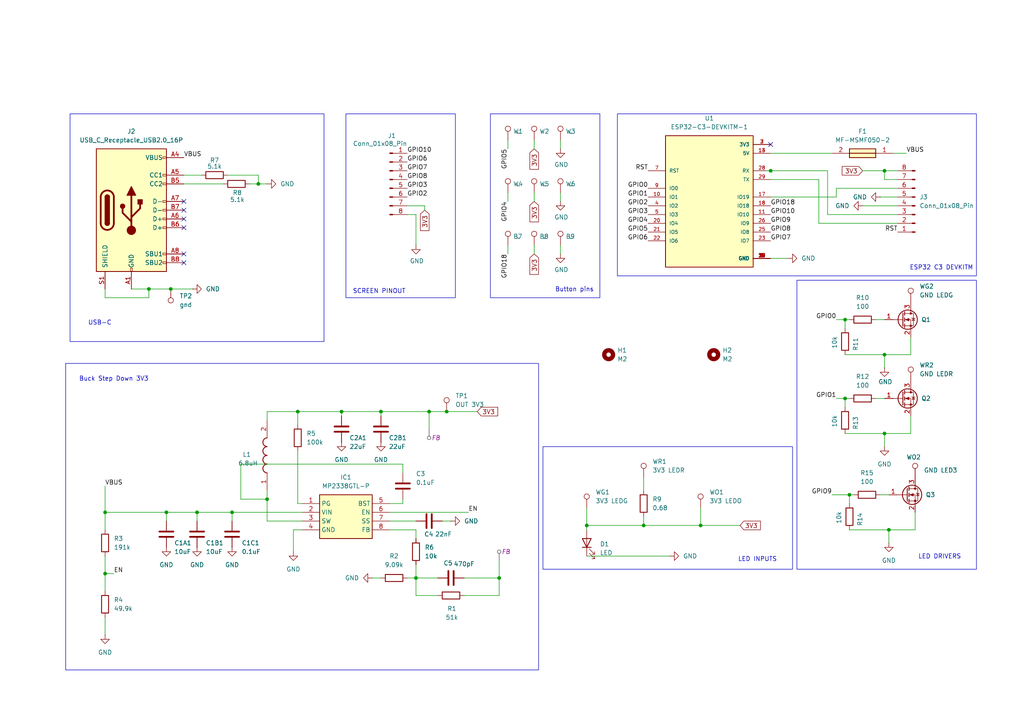
<source format=kicad_sch>
(kicad_sch
	(version 20231120)
	(generator "eeschema")
	(generator_version "8.0")
	(uuid "a7752e6e-5dce-4bd2-9727-846efd3bcf51")
	(paper "A4")
	(title_block
		(title "ResaLab Main Board")
		(date "2025-05-31")
		(rev "1")
		(company "CampusFab")
		(comment 1 "Carp Alexandru")
	)
	(lib_symbols
		(symbol "Connector:Conn_01x08_Pin"
			(pin_names
				(offset 1.016) hide)
			(exclude_from_sim no)
			(in_bom yes)
			(on_board yes)
			(property "Reference" "J"
				(at 0 10.16 0)
				(effects
					(font
						(size 1.27 1.27)
					)
				)
			)
			(property "Value" "Conn_01x08_Pin"
				(at 0 -12.7 0)
				(effects
					(font
						(size 1.27 1.27)
					)
				)
			)
			(property "Footprint" ""
				(at 0 0 0)
				(effects
					(font
						(size 1.27 1.27)
					)
					(hide yes)
				)
			)
			(property "Datasheet" "~"
				(at 0 0 0)
				(effects
					(font
						(size 1.27 1.27)
					)
					(hide yes)
				)
			)
			(property "Description" "Generic connector, single row, 01x08, script generated"
				(at 0 0 0)
				(effects
					(font
						(size 1.27 1.27)
					)
					(hide yes)
				)
			)
			(property "ki_locked" ""
				(at 0 0 0)
				(effects
					(font
						(size 1.27 1.27)
					)
				)
			)
			(property "ki_keywords" "connector"
				(at 0 0 0)
				(effects
					(font
						(size 1.27 1.27)
					)
					(hide yes)
				)
			)
			(property "ki_fp_filters" "Connector*:*_1x??_*"
				(at 0 0 0)
				(effects
					(font
						(size 1.27 1.27)
					)
					(hide yes)
				)
			)
			(symbol "Conn_01x08_Pin_1_1"
				(polyline
					(pts
						(xy 1.27 -10.16) (xy 0.8636 -10.16)
					)
					(stroke
						(width 0.1524)
						(type default)
					)
					(fill
						(type none)
					)
				)
				(polyline
					(pts
						(xy 1.27 -7.62) (xy 0.8636 -7.62)
					)
					(stroke
						(width 0.1524)
						(type default)
					)
					(fill
						(type none)
					)
				)
				(polyline
					(pts
						(xy 1.27 -5.08) (xy 0.8636 -5.08)
					)
					(stroke
						(width 0.1524)
						(type default)
					)
					(fill
						(type none)
					)
				)
				(polyline
					(pts
						(xy 1.27 -2.54) (xy 0.8636 -2.54)
					)
					(stroke
						(width 0.1524)
						(type default)
					)
					(fill
						(type none)
					)
				)
				(polyline
					(pts
						(xy 1.27 0) (xy 0.8636 0)
					)
					(stroke
						(width 0.1524)
						(type default)
					)
					(fill
						(type none)
					)
				)
				(polyline
					(pts
						(xy 1.27 2.54) (xy 0.8636 2.54)
					)
					(stroke
						(width 0.1524)
						(type default)
					)
					(fill
						(type none)
					)
				)
				(polyline
					(pts
						(xy 1.27 5.08) (xy 0.8636 5.08)
					)
					(stroke
						(width 0.1524)
						(type default)
					)
					(fill
						(type none)
					)
				)
				(polyline
					(pts
						(xy 1.27 7.62) (xy 0.8636 7.62)
					)
					(stroke
						(width 0.1524)
						(type default)
					)
					(fill
						(type none)
					)
				)
				(rectangle
					(start 0.8636 -10.033)
					(end 0 -10.287)
					(stroke
						(width 0.1524)
						(type default)
					)
					(fill
						(type outline)
					)
				)
				(rectangle
					(start 0.8636 -7.493)
					(end 0 -7.747)
					(stroke
						(width 0.1524)
						(type default)
					)
					(fill
						(type outline)
					)
				)
				(rectangle
					(start 0.8636 -4.953)
					(end 0 -5.207)
					(stroke
						(width 0.1524)
						(type default)
					)
					(fill
						(type outline)
					)
				)
				(rectangle
					(start 0.8636 -2.413)
					(end 0 -2.667)
					(stroke
						(width 0.1524)
						(type default)
					)
					(fill
						(type outline)
					)
				)
				(rectangle
					(start 0.8636 0.127)
					(end 0 -0.127)
					(stroke
						(width 0.1524)
						(type default)
					)
					(fill
						(type outline)
					)
				)
				(rectangle
					(start 0.8636 2.667)
					(end 0 2.413)
					(stroke
						(width 0.1524)
						(type default)
					)
					(fill
						(type outline)
					)
				)
				(rectangle
					(start 0.8636 5.207)
					(end 0 4.953)
					(stroke
						(width 0.1524)
						(type default)
					)
					(fill
						(type outline)
					)
				)
				(rectangle
					(start 0.8636 7.747)
					(end 0 7.493)
					(stroke
						(width 0.1524)
						(type default)
					)
					(fill
						(type outline)
					)
				)
				(pin passive line
					(at 5.08 7.62 180)
					(length 3.81)
					(name "Pin_1"
						(effects
							(font
								(size 1.27 1.27)
							)
						)
					)
					(number "1"
						(effects
							(font
								(size 1.27 1.27)
							)
						)
					)
				)
				(pin passive line
					(at 5.08 5.08 180)
					(length 3.81)
					(name "Pin_2"
						(effects
							(font
								(size 1.27 1.27)
							)
						)
					)
					(number "2"
						(effects
							(font
								(size 1.27 1.27)
							)
						)
					)
				)
				(pin passive line
					(at 5.08 2.54 180)
					(length 3.81)
					(name "Pin_3"
						(effects
							(font
								(size 1.27 1.27)
							)
						)
					)
					(number "3"
						(effects
							(font
								(size 1.27 1.27)
							)
						)
					)
				)
				(pin passive line
					(at 5.08 0 180)
					(length 3.81)
					(name "Pin_4"
						(effects
							(font
								(size 1.27 1.27)
							)
						)
					)
					(number "4"
						(effects
							(font
								(size 1.27 1.27)
							)
						)
					)
				)
				(pin passive line
					(at 5.08 -2.54 180)
					(length 3.81)
					(name "Pin_5"
						(effects
							(font
								(size 1.27 1.27)
							)
						)
					)
					(number "5"
						(effects
							(font
								(size 1.27 1.27)
							)
						)
					)
				)
				(pin passive line
					(at 5.08 -5.08 180)
					(length 3.81)
					(name "Pin_6"
						(effects
							(font
								(size 1.27 1.27)
							)
						)
					)
					(number "6"
						(effects
							(font
								(size 1.27 1.27)
							)
						)
					)
				)
				(pin passive line
					(at 5.08 -7.62 180)
					(length 3.81)
					(name "Pin_7"
						(effects
							(font
								(size 1.27 1.27)
							)
						)
					)
					(number "7"
						(effects
							(font
								(size 1.27 1.27)
							)
						)
					)
				)
				(pin passive line
					(at 5.08 -10.16 180)
					(length 3.81)
					(name "Pin_8"
						(effects
							(font
								(size 1.27 1.27)
							)
						)
					)
					(number "8"
						(effects
							(font
								(size 1.27 1.27)
							)
						)
					)
				)
			)
		)
		(symbol "Connector:TestPoint"
			(pin_numbers hide)
			(pin_names
				(offset 0.762) hide)
			(exclude_from_sim no)
			(in_bom yes)
			(on_board yes)
			(property "Reference" "TP"
				(at 0 6.858 0)
				(effects
					(font
						(size 1.27 1.27)
					)
				)
			)
			(property "Value" "TestPoint"
				(at 0 5.08 0)
				(effects
					(font
						(size 1.27 1.27)
					)
				)
			)
			(property "Footprint" ""
				(at 5.08 0 0)
				(effects
					(font
						(size 1.27 1.27)
					)
					(hide yes)
				)
			)
			(property "Datasheet" "~"
				(at 5.08 0 0)
				(effects
					(font
						(size 1.27 1.27)
					)
					(hide yes)
				)
			)
			(property "Description" "test point"
				(at 0 0 0)
				(effects
					(font
						(size 1.27 1.27)
					)
					(hide yes)
				)
			)
			(property "ki_keywords" "test point tp"
				(at 0 0 0)
				(effects
					(font
						(size 1.27 1.27)
					)
					(hide yes)
				)
			)
			(property "ki_fp_filters" "Pin* Test*"
				(at 0 0 0)
				(effects
					(font
						(size 1.27 1.27)
					)
					(hide yes)
				)
			)
			(symbol "TestPoint_0_1"
				(circle
					(center 0 3.302)
					(radius 0.762)
					(stroke
						(width 0)
						(type default)
					)
					(fill
						(type none)
					)
				)
			)
			(symbol "TestPoint_1_1"
				(pin passive line
					(at 0 0 90)
					(length 2.54)
					(name "1"
						(effects
							(font
								(size 1.27 1.27)
							)
						)
					)
					(number "1"
						(effects
							(font
								(size 1.27 1.27)
							)
						)
					)
				)
			)
		)
		(symbol "Connector:USB_C_Receptacle_USB2.0_16P"
			(pin_names
				(offset 1.016)
			)
			(exclude_from_sim no)
			(in_bom yes)
			(on_board yes)
			(property "Reference" "J"
				(at 0 22.225 0)
				(effects
					(font
						(size 1.27 1.27)
					)
				)
			)
			(property "Value" "USB_C_Receptacle_USB2.0_16P"
				(at 0 19.685 0)
				(effects
					(font
						(size 1.27 1.27)
					)
				)
			)
			(property "Footprint" ""
				(at 3.81 0 0)
				(effects
					(font
						(size 1.27 1.27)
					)
					(hide yes)
				)
			)
			(property "Datasheet" "https://www.usb.org/sites/default/files/documents/usb_type-c.zip"
				(at 3.81 0 0)
				(effects
					(font
						(size 1.27 1.27)
					)
					(hide yes)
				)
			)
			(property "Description" "USB 2.0-only 16P Type-C Receptacle connector"
				(at 0 0 0)
				(effects
					(font
						(size 1.27 1.27)
					)
					(hide yes)
				)
			)
			(property "ki_keywords" "usb universal serial bus type-C USB2.0"
				(at 0 0 0)
				(effects
					(font
						(size 1.27 1.27)
					)
					(hide yes)
				)
			)
			(property "ki_fp_filters" "USB*C*Receptacle*"
				(at 0 0 0)
				(effects
					(font
						(size 1.27 1.27)
					)
					(hide yes)
				)
			)
			(symbol "USB_C_Receptacle_USB2.0_16P_0_0"
				(rectangle
					(start -0.254 -17.78)
					(end 0.254 -16.764)
					(stroke
						(width 0)
						(type default)
					)
					(fill
						(type none)
					)
				)
				(rectangle
					(start 10.16 -14.986)
					(end 9.144 -15.494)
					(stroke
						(width 0)
						(type default)
					)
					(fill
						(type none)
					)
				)
				(rectangle
					(start 10.16 -12.446)
					(end 9.144 -12.954)
					(stroke
						(width 0)
						(type default)
					)
					(fill
						(type none)
					)
				)
				(rectangle
					(start 10.16 -4.826)
					(end 9.144 -5.334)
					(stroke
						(width 0)
						(type default)
					)
					(fill
						(type none)
					)
				)
				(rectangle
					(start 10.16 -2.286)
					(end 9.144 -2.794)
					(stroke
						(width 0)
						(type default)
					)
					(fill
						(type none)
					)
				)
				(rectangle
					(start 10.16 0.254)
					(end 9.144 -0.254)
					(stroke
						(width 0)
						(type default)
					)
					(fill
						(type none)
					)
				)
				(rectangle
					(start 10.16 2.794)
					(end 9.144 2.286)
					(stroke
						(width 0)
						(type default)
					)
					(fill
						(type none)
					)
				)
				(rectangle
					(start 10.16 7.874)
					(end 9.144 7.366)
					(stroke
						(width 0)
						(type default)
					)
					(fill
						(type none)
					)
				)
				(rectangle
					(start 10.16 10.414)
					(end 9.144 9.906)
					(stroke
						(width 0)
						(type default)
					)
					(fill
						(type none)
					)
				)
				(rectangle
					(start 10.16 15.494)
					(end 9.144 14.986)
					(stroke
						(width 0)
						(type default)
					)
					(fill
						(type none)
					)
				)
			)
			(symbol "USB_C_Receptacle_USB2.0_16P_0_1"
				(rectangle
					(start -10.16 17.78)
					(end 10.16 -17.78)
					(stroke
						(width 0.254)
						(type default)
					)
					(fill
						(type background)
					)
				)
				(arc
					(start -8.89 -3.81)
					(mid -6.985 -5.7067)
					(end -5.08 -3.81)
					(stroke
						(width 0.508)
						(type default)
					)
					(fill
						(type none)
					)
				)
				(arc
					(start -7.62 -3.81)
					(mid -6.985 -4.4423)
					(end -6.35 -3.81)
					(stroke
						(width 0.254)
						(type default)
					)
					(fill
						(type none)
					)
				)
				(arc
					(start -7.62 -3.81)
					(mid -6.985 -4.4423)
					(end -6.35 -3.81)
					(stroke
						(width 0.254)
						(type default)
					)
					(fill
						(type outline)
					)
				)
				(rectangle
					(start -7.62 -3.81)
					(end -6.35 3.81)
					(stroke
						(width 0.254)
						(type default)
					)
					(fill
						(type outline)
					)
				)
				(arc
					(start -6.35 3.81)
					(mid -6.985 4.4423)
					(end -7.62 3.81)
					(stroke
						(width 0.254)
						(type default)
					)
					(fill
						(type none)
					)
				)
				(arc
					(start -6.35 3.81)
					(mid -6.985 4.4423)
					(end -7.62 3.81)
					(stroke
						(width 0.254)
						(type default)
					)
					(fill
						(type outline)
					)
				)
				(arc
					(start -5.08 3.81)
					(mid -6.985 5.7067)
					(end -8.89 3.81)
					(stroke
						(width 0.508)
						(type default)
					)
					(fill
						(type none)
					)
				)
				(circle
					(center -2.54 1.143)
					(radius 0.635)
					(stroke
						(width 0.254)
						(type default)
					)
					(fill
						(type outline)
					)
				)
				(circle
					(center 0 -5.842)
					(radius 1.27)
					(stroke
						(width 0)
						(type default)
					)
					(fill
						(type outline)
					)
				)
				(polyline
					(pts
						(xy -8.89 -3.81) (xy -8.89 3.81)
					)
					(stroke
						(width 0.508)
						(type default)
					)
					(fill
						(type none)
					)
				)
				(polyline
					(pts
						(xy -5.08 3.81) (xy -5.08 -3.81)
					)
					(stroke
						(width 0.508)
						(type default)
					)
					(fill
						(type none)
					)
				)
				(polyline
					(pts
						(xy 0 -5.842) (xy 0 4.318)
					)
					(stroke
						(width 0.508)
						(type default)
					)
					(fill
						(type none)
					)
				)
				(polyline
					(pts
						(xy 0 -3.302) (xy -2.54 -0.762) (xy -2.54 0.508)
					)
					(stroke
						(width 0.508)
						(type default)
					)
					(fill
						(type none)
					)
				)
				(polyline
					(pts
						(xy 0 -2.032) (xy 2.54 0.508) (xy 2.54 1.778)
					)
					(stroke
						(width 0.508)
						(type default)
					)
					(fill
						(type none)
					)
				)
				(polyline
					(pts
						(xy -1.27 4.318) (xy 0 6.858) (xy 1.27 4.318) (xy -1.27 4.318)
					)
					(stroke
						(width 0.254)
						(type default)
					)
					(fill
						(type outline)
					)
				)
				(rectangle
					(start 1.905 1.778)
					(end 3.175 3.048)
					(stroke
						(width 0.254)
						(type default)
					)
					(fill
						(type outline)
					)
				)
			)
			(symbol "USB_C_Receptacle_USB2.0_16P_1_1"
				(pin passive line
					(at 0 -22.86 90)
					(length 5.08)
					(name "GND"
						(effects
							(font
								(size 1.27 1.27)
							)
						)
					)
					(number "A1"
						(effects
							(font
								(size 1.27 1.27)
							)
						)
					)
				)
				(pin passive line
					(at 0 -22.86 90)
					(length 5.08) hide
					(name "GND"
						(effects
							(font
								(size 1.27 1.27)
							)
						)
					)
					(number "A12"
						(effects
							(font
								(size 1.27 1.27)
							)
						)
					)
				)
				(pin passive line
					(at 15.24 15.24 180)
					(length 5.08)
					(name "VBUS"
						(effects
							(font
								(size 1.27 1.27)
							)
						)
					)
					(number "A4"
						(effects
							(font
								(size 1.27 1.27)
							)
						)
					)
				)
				(pin bidirectional line
					(at 15.24 10.16 180)
					(length 5.08)
					(name "CC1"
						(effects
							(font
								(size 1.27 1.27)
							)
						)
					)
					(number "A5"
						(effects
							(font
								(size 1.27 1.27)
							)
						)
					)
				)
				(pin bidirectional line
					(at 15.24 -2.54 180)
					(length 5.08)
					(name "D+"
						(effects
							(font
								(size 1.27 1.27)
							)
						)
					)
					(number "A6"
						(effects
							(font
								(size 1.27 1.27)
							)
						)
					)
				)
				(pin bidirectional line
					(at 15.24 2.54 180)
					(length 5.08)
					(name "D-"
						(effects
							(font
								(size 1.27 1.27)
							)
						)
					)
					(number "A7"
						(effects
							(font
								(size 1.27 1.27)
							)
						)
					)
				)
				(pin bidirectional line
					(at 15.24 -12.7 180)
					(length 5.08)
					(name "SBU1"
						(effects
							(font
								(size 1.27 1.27)
							)
						)
					)
					(number "A8"
						(effects
							(font
								(size 1.27 1.27)
							)
						)
					)
				)
				(pin passive line
					(at 15.24 15.24 180)
					(length 5.08) hide
					(name "VBUS"
						(effects
							(font
								(size 1.27 1.27)
							)
						)
					)
					(number "A9"
						(effects
							(font
								(size 1.27 1.27)
							)
						)
					)
				)
				(pin passive line
					(at 0 -22.86 90)
					(length 5.08) hide
					(name "GND"
						(effects
							(font
								(size 1.27 1.27)
							)
						)
					)
					(number "B1"
						(effects
							(font
								(size 1.27 1.27)
							)
						)
					)
				)
				(pin passive line
					(at 0 -22.86 90)
					(length 5.08) hide
					(name "GND"
						(effects
							(font
								(size 1.27 1.27)
							)
						)
					)
					(number "B12"
						(effects
							(font
								(size 1.27 1.27)
							)
						)
					)
				)
				(pin passive line
					(at 15.24 15.24 180)
					(length 5.08) hide
					(name "VBUS"
						(effects
							(font
								(size 1.27 1.27)
							)
						)
					)
					(number "B4"
						(effects
							(font
								(size 1.27 1.27)
							)
						)
					)
				)
				(pin bidirectional line
					(at 15.24 7.62 180)
					(length 5.08)
					(name "CC2"
						(effects
							(font
								(size 1.27 1.27)
							)
						)
					)
					(number "B5"
						(effects
							(font
								(size 1.27 1.27)
							)
						)
					)
				)
				(pin bidirectional line
					(at 15.24 -5.08 180)
					(length 5.08)
					(name "D+"
						(effects
							(font
								(size 1.27 1.27)
							)
						)
					)
					(number "B6"
						(effects
							(font
								(size 1.27 1.27)
							)
						)
					)
				)
				(pin bidirectional line
					(at 15.24 0 180)
					(length 5.08)
					(name "D-"
						(effects
							(font
								(size 1.27 1.27)
							)
						)
					)
					(number "B7"
						(effects
							(font
								(size 1.27 1.27)
							)
						)
					)
				)
				(pin bidirectional line
					(at 15.24 -15.24 180)
					(length 5.08)
					(name "SBU2"
						(effects
							(font
								(size 1.27 1.27)
							)
						)
					)
					(number "B8"
						(effects
							(font
								(size 1.27 1.27)
							)
						)
					)
				)
				(pin passive line
					(at 15.24 15.24 180)
					(length 5.08) hide
					(name "VBUS"
						(effects
							(font
								(size 1.27 1.27)
							)
						)
					)
					(number "B9"
						(effects
							(font
								(size 1.27 1.27)
							)
						)
					)
				)
				(pin passive line
					(at -7.62 -22.86 90)
					(length 5.08)
					(name "SHIELD"
						(effects
							(font
								(size 1.27 1.27)
							)
						)
					)
					(number "S1"
						(effects
							(font
								(size 1.27 1.27)
							)
						)
					)
				)
			)
		)
		(symbol "Device:C"
			(pin_numbers hide)
			(pin_names
				(offset 0.254)
			)
			(exclude_from_sim no)
			(in_bom yes)
			(on_board yes)
			(property "Reference" "C"
				(at 0.635 2.54 0)
				(effects
					(font
						(size 1.27 1.27)
					)
					(justify left)
				)
			)
			(property "Value" "C"
				(at 0.635 -2.54 0)
				(effects
					(font
						(size 1.27 1.27)
					)
					(justify left)
				)
			)
			(property "Footprint" ""
				(at 0.9652 -3.81 0)
				(effects
					(font
						(size 1.27 1.27)
					)
					(hide yes)
				)
			)
			(property "Datasheet" "~"
				(at 0 0 0)
				(effects
					(font
						(size 1.27 1.27)
					)
					(hide yes)
				)
			)
			(property "Description" "Unpolarized capacitor"
				(at 0 0 0)
				(effects
					(font
						(size 1.27 1.27)
					)
					(hide yes)
				)
			)
			(property "ki_keywords" "cap capacitor"
				(at 0 0 0)
				(effects
					(font
						(size 1.27 1.27)
					)
					(hide yes)
				)
			)
			(property "ki_fp_filters" "C_*"
				(at 0 0 0)
				(effects
					(font
						(size 1.27 1.27)
					)
					(hide yes)
				)
			)
			(symbol "C_0_1"
				(polyline
					(pts
						(xy -2.032 -0.762) (xy 2.032 -0.762)
					)
					(stroke
						(width 0.508)
						(type default)
					)
					(fill
						(type none)
					)
				)
				(polyline
					(pts
						(xy -2.032 0.762) (xy 2.032 0.762)
					)
					(stroke
						(width 0.508)
						(type default)
					)
					(fill
						(type none)
					)
				)
			)
			(symbol "C_1_1"
				(pin passive line
					(at 0 3.81 270)
					(length 2.794)
					(name "~"
						(effects
							(font
								(size 1.27 1.27)
							)
						)
					)
					(number "1"
						(effects
							(font
								(size 1.27 1.27)
							)
						)
					)
				)
				(pin passive line
					(at 0 -3.81 90)
					(length 2.794)
					(name "~"
						(effects
							(font
								(size 1.27 1.27)
							)
						)
					)
					(number "2"
						(effects
							(font
								(size 1.27 1.27)
							)
						)
					)
				)
			)
		)
		(symbol "Device:LED"
			(pin_numbers hide)
			(pin_names
				(offset 1.016) hide)
			(exclude_from_sim no)
			(in_bom yes)
			(on_board yes)
			(property "Reference" "D"
				(at 0 2.54 0)
				(effects
					(font
						(size 1.27 1.27)
					)
				)
			)
			(property "Value" "LED"
				(at 0 -2.54 0)
				(effects
					(font
						(size 1.27 1.27)
					)
				)
			)
			(property "Footprint" ""
				(at 0 0 0)
				(effects
					(font
						(size 1.27 1.27)
					)
					(hide yes)
				)
			)
			(property "Datasheet" "~"
				(at 0 0 0)
				(effects
					(font
						(size 1.27 1.27)
					)
					(hide yes)
				)
			)
			(property "Description" "Light emitting diode"
				(at 0 0 0)
				(effects
					(font
						(size 1.27 1.27)
					)
					(hide yes)
				)
			)
			(property "ki_keywords" "LED diode"
				(at 0 0 0)
				(effects
					(font
						(size 1.27 1.27)
					)
					(hide yes)
				)
			)
			(property "ki_fp_filters" "LED* LED_SMD:* LED_THT:*"
				(at 0 0 0)
				(effects
					(font
						(size 1.27 1.27)
					)
					(hide yes)
				)
			)
			(symbol "LED_0_1"
				(polyline
					(pts
						(xy -1.27 -1.27) (xy -1.27 1.27)
					)
					(stroke
						(width 0.254)
						(type default)
					)
					(fill
						(type none)
					)
				)
				(polyline
					(pts
						(xy -1.27 0) (xy 1.27 0)
					)
					(stroke
						(width 0)
						(type default)
					)
					(fill
						(type none)
					)
				)
				(polyline
					(pts
						(xy 1.27 -1.27) (xy 1.27 1.27) (xy -1.27 0) (xy 1.27 -1.27)
					)
					(stroke
						(width 0.254)
						(type default)
					)
					(fill
						(type none)
					)
				)
				(polyline
					(pts
						(xy -3.048 -0.762) (xy -4.572 -2.286) (xy -3.81 -2.286) (xy -4.572 -2.286) (xy -4.572 -1.524)
					)
					(stroke
						(width 0)
						(type default)
					)
					(fill
						(type none)
					)
				)
				(polyline
					(pts
						(xy -1.778 -0.762) (xy -3.302 -2.286) (xy -2.54 -2.286) (xy -3.302 -2.286) (xy -3.302 -1.524)
					)
					(stroke
						(width 0)
						(type default)
					)
					(fill
						(type none)
					)
				)
			)
			(symbol "LED_1_1"
				(pin passive line
					(at -3.81 0 0)
					(length 2.54)
					(name "K"
						(effects
							(font
								(size 1.27 1.27)
							)
						)
					)
					(number "1"
						(effects
							(font
								(size 1.27 1.27)
							)
						)
					)
				)
				(pin passive line
					(at 3.81 0 180)
					(length 2.54)
					(name "A"
						(effects
							(font
								(size 1.27 1.27)
							)
						)
					)
					(number "2"
						(effects
							(font
								(size 1.27 1.27)
							)
						)
					)
				)
			)
		)
		(symbol "Device:R"
			(pin_numbers hide)
			(pin_names
				(offset 0)
			)
			(exclude_from_sim no)
			(in_bom yes)
			(on_board yes)
			(property "Reference" "R"
				(at 2.032 0 90)
				(effects
					(font
						(size 1.27 1.27)
					)
				)
			)
			(property "Value" "R"
				(at 0 0 90)
				(effects
					(font
						(size 1.27 1.27)
					)
				)
			)
			(property "Footprint" ""
				(at -1.778 0 90)
				(effects
					(font
						(size 1.27 1.27)
					)
					(hide yes)
				)
			)
			(property "Datasheet" "~"
				(at 0 0 0)
				(effects
					(font
						(size 1.27 1.27)
					)
					(hide yes)
				)
			)
			(property "Description" "Resistor"
				(at 0 0 0)
				(effects
					(font
						(size 1.27 1.27)
					)
					(hide yes)
				)
			)
			(property "ki_keywords" "R res resistor"
				(at 0 0 0)
				(effects
					(font
						(size 1.27 1.27)
					)
					(hide yes)
				)
			)
			(property "ki_fp_filters" "R_*"
				(at 0 0 0)
				(effects
					(font
						(size 1.27 1.27)
					)
					(hide yes)
				)
			)
			(symbol "R_0_1"
				(rectangle
					(start -1.016 -2.54)
					(end 1.016 2.54)
					(stroke
						(width 0.254)
						(type default)
					)
					(fill
						(type none)
					)
				)
			)
			(symbol "R_1_1"
				(pin passive line
					(at 0 3.81 270)
					(length 1.27)
					(name "~"
						(effects
							(font
								(size 1.27 1.27)
							)
						)
					)
					(number "1"
						(effects
							(font
								(size 1.27 1.27)
							)
						)
					)
				)
				(pin passive line
					(at 0 -3.81 90)
					(length 1.27)
					(name "~"
						(effects
							(font
								(size 1.27 1.27)
							)
						)
					)
					(number "2"
						(effects
							(font
								(size 1.27 1.27)
							)
						)
					)
				)
			)
		)
		(symbol "ESP32-C3-DEVKITM-1:ESP32-C3-DEVKITM-1"
			(pin_names
				(offset 1.016)
			)
			(exclude_from_sim no)
			(in_bom yes)
			(on_board yes)
			(property "Reference" "U"
				(at -12.7 18.669 0)
				(effects
					(font
						(size 1.27 1.27)
					)
					(justify left bottom)
				)
			)
			(property "Value" "ESP32-C3-DEVKITM-1"
				(at -12.7 -22.86 0)
				(effects
					(font
						(size 1.27 1.27)
					)
					(justify left bottom)
				)
			)
			(property "Footprint" "ESP32-C3-DEVKITM-1:XCVR_ESP32-C3-DEVKITM-1"
				(at 0 0 0)
				(effects
					(font
						(size 1.27 1.27)
					)
					(justify bottom)
					(hide yes)
				)
			)
			(property "Datasheet" ""
				(at 0 0 0)
				(effects
					(font
						(size 1.27 1.27)
					)
					(hide yes)
				)
			)
			(property "Description" ""
				(at 0 0 0)
				(effects
					(font
						(size 1.27 1.27)
					)
					(hide yes)
				)
			)
			(property "MF" "Espressif Systems"
				(at 0 0 0)
				(effects
					(font
						(size 1.27 1.27)
					)
					(justify bottom)
					(hide yes)
				)
			)
			(property "Description_1" "\n                        \n                            WiFi Development Tools (802.11) (ENGINEERING SAMPLE ONLY) ESP32-C3 General-Purpose Dev Board, Embeds ESP32-C3-MINI-1, 4 MB Flash, w/ Pin Header\n                        \n"
				(at 0 0 0)
				(effects
					(font
						(size 1.27 1.27)
					)
					(justify bottom)
					(hide yes)
				)
			)
			(property "Package" "None"
				(at 0 0 0)
				(effects
					(font
						(size 1.27 1.27)
					)
					(justify bottom)
					(hide yes)
				)
			)
			(property "Price" "None"
				(at 0 0 0)
				(effects
					(font
						(size 1.27 1.27)
					)
					(justify bottom)
					(hide yes)
				)
			)
			(property "Check_prices" "https://www.snapeda.com/parts/ESP32-C3-DEVKITM-1/Espressif+Systems/view-part/?ref=eda"
				(at 0 0 0)
				(effects
					(font
						(size 1.27 1.27)
					)
					(justify bottom)
					(hide yes)
				)
			)
			(property "STANDARD" "Manufacturer Recommendations"
				(at 0 0 0)
				(effects
					(font
						(size 1.27 1.27)
					)
					(justify bottom)
					(hide yes)
				)
			)
			(property "SnapEDA_Link" "https://www.snapeda.com/parts/ESP32-C3-DEVKITM-1/Espressif+Systems/view-part/?ref=snap"
				(at 0 0 0)
				(effects
					(font
						(size 1.27 1.27)
					)
					(justify bottom)
					(hide yes)
				)
			)
			(property "MP" "ESP32-C3-DEVKITM-1"
				(at 0 0 0)
				(effects
					(font
						(size 1.27 1.27)
					)
					(justify bottom)
					(hide yes)
				)
			)
			(property "Availability" "In Stock"
				(at 0 0 0)
				(effects
					(font
						(size 1.27 1.27)
					)
					(justify bottom)
					(hide yes)
				)
			)
			(property "MANUFACTURER" "Espressif"
				(at 0 0 0)
				(effects
					(font
						(size 1.27 1.27)
					)
					(justify bottom)
					(hide yes)
				)
			)
			(symbol "ESP32-C3-DEVKITM-1_0_0"
				(rectangle
					(start -12.7 -20.32)
					(end 12.7 17.78)
					(stroke
						(width 0.254)
						(type default)
					)
					(fill
						(type background)
					)
				)
				(pin power_in line
					(at 17.78 -17.78 180)
					(length 5.08)
					(name "GND"
						(effects
							(font
								(size 1.016 1.016)
							)
						)
					)
					(number "1"
						(effects
							(font
								(size 1.016 1.016)
							)
						)
					)
				)
				(pin bidirectional line
					(at -17.78 0 0)
					(length 5.08)
					(name "IO1"
						(effects
							(font
								(size 1.016 1.016)
							)
						)
					)
					(number "10"
						(effects
							(font
								(size 1.016 1.016)
							)
						)
					)
				)
				(pin bidirectional line
					(at 17.78 -5.08 180)
					(length 5.08)
					(name "IO10"
						(effects
							(font
								(size 1.016 1.016)
							)
						)
					)
					(number "11"
						(effects
							(font
								(size 1.016 1.016)
							)
						)
					)
				)
				(pin power_in line
					(at 17.78 -17.78 180)
					(length 5.08)
					(name "GND"
						(effects
							(font
								(size 1.016 1.016)
							)
						)
					)
					(number "12"
						(effects
							(font
								(size 1.016 1.016)
							)
						)
					)
				)
				(pin power_in line
					(at 17.78 12.7 180)
					(length 5.08)
					(name "5V"
						(effects
							(font
								(size 1.016 1.016)
							)
						)
					)
					(number "13"
						(effects
							(font
								(size 1.016 1.016)
							)
						)
					)
				)
				(pin power_in line
					(at 17.78 12.7 180)
					(length 5.08)
					(name "5V"
						(effects
							(font
								(size 1.016 1.016)
							)
						)
					)
					(number "14"
						(effects
							(font
								(size 1.016 1.016)
							)
						)
					)
				)
				(pin power_in line
					(at 17.78 -17.78 180)
					(length 5.08)
					(name "GND"
						(effects
							(font
								(size 1.016 1.016)
							)
						)
					)
					(number "15"
						(effects
							(font
								(size 1.016 1.016)
							)
						)
					)
				)
				(pin power_in line
					(at 17.78 -17.78 180)
					(length 5.08)
					(name "GND"
						(effects
							(font
								(size 1.016 1.016)
							)
						)
					)
					(number "16"
						(effects
							(font
								(size 1.016 1.016)
							)
						)
					)
				)
				(pin bidirectional line
					(at 17.78 0 180)
					(length 5.08)
					(name "IO19"
						(effects
							(font
								(size 1.016 1.016)
							)
						)
					)
					(number "17"
						(effects
							(font
								(size 1.016 1.016)
							)
						)
					)
				)
				(pin bidirectional line
					(at 17.78 -2.54 180)
					(length 5.08)
					(name "IO18"
						(effects
							(font
								(size 1.016 1.016)
							)
						)
					)
					(number "18"
						(effects
							(font
								(size 1.016 1.016)
							)
						)
					)
				)
				(pin power_in line
					(at 17.78 -17.78 180)
					(length 5.08)
					(name "GND"
						(effects
							(font
								(size 1.016 1.016)
							)
						)
					)
					(number "19"
						(effects
							(font
								(size 1.016 1.016)
							)
						)
					)
				)
				(pin power_in line
					(at 17.78 15.24 180)
					(length 5.08)
					(name "3V3"
						(effects
							(font
								(size 1.016 1.016)
							)
						)
					)
					(number "2"
						(effects
							(font
								(size 1.016 1.016)
							)
						)
					)
				)
				(pin bidirectional line
					(at -17.78 -7.62 0)
					(length 5.08)
					(name "IO4"
						(effects
							(font
								(size 1.016 1.016)
							)
						)
					)
					(number "20"
						(effects
							(font
								(size 1.016 1.016)
							)
						)
					)
				)
				(pin bidirectional line
					(at -17.78 -10.16 0)
					(length 5.08)
					(name "IO5"
						(effects
							(font
								(size 1.016 1.016)
							)
						)
					)
					(number "21"
						(effects
							(font
								(size 1.016 1.016)
							)
						)
					)
				)
				(pin bidirectional line
					(at -17.78 -12.7 0)
					(length 5.08)
					(name "IO6"
						(effects
							(font
								(size 1.016 1.016)
							)
						)
					)
					(number "22"
						(effects
							(font
								(size 1.016 1.016)
							)
						)
					)
				)
				(pin bidirectional line
					(at 17.78 -12.7 180)
					(length 5.08)
					(name "IO7"
						(effects
							(font
								(size 1.016 1.016)
							)
						)
					)
					(number "23"
						(effects
							(font
								(size 1.016 1.016)
							)
						)
					)
				)
				(pin power_in line
					(at 17.78 -17.78 180)
					(length 5.08)
					(name "GND"
						(effects
							(font
								(size 1.016 1.016)
							)
						)
					)
					(number "24"
						(effects
							(font
								(size 1.016 1.016)
							)
						)
					)
				)
				(pin bidirectional line
					(at 17.78 -10.16 180)
					(length 5.08)
					(name "IO8"
						(effects
							(font
								(size 1.016 1.016)
							)
						)
					)
					(number "25"
						(effects
							(font
								(size 1.016 1.016)
							)
						)
					)
				)
				(pin bidirectional line
					(at 17.78 -7.62 180)
					(length 5.08)
					(name "IO9"
						(effects
							(font
								(size 1.016 1.016)
							)
						)
					)
					(number "26"
						(effects
							(font
								(size 1.016 1.016)
							)
						)
					)
				)
				(pin power_in line
					(at 17.78 -17.78 180)
					(length 5.08)
					(name "GND"
						(effects
							(font
								(size 1.016 1.016)
							)
						)
					)
					(number "27"
						(effects
							(font
								(size 1.016 1.016)
							)
						)
					)
				)
				(pin bidirectional line
					(at 17.78 7.62 180)
					(length 5.08)
					(name "RX"
						(effects
							(font
								(size 1.016 1.016)
							)
						)
					)
					(number "28"
						(effects
							(font
								(size 1.016 1.016)
							)
						)
					)
				)
				(pin bidirectional line
					(at 17.78 5.08 180)
					(length 5.08)
					(name "TX"
						(effects
							(font
								(size 1.016 1.016)
							)
						)
					)
					(number "29"
						(effects
							(font
								(size 1.016 1.016)
							)
						)
					)
				)
				(pin power_in line
					(at 17.78 15.24 180)
					(length 5.08)
					(name "3V3"
						(effects
							(font
								(size 1.016 1.016)
							)
						)
					)
					(number "3"
						(effects
							(font
								(size 1.016 1.016)
							)
						)
					)
				)
				(pin power_in line
					(at 17.78 -17.78 180)
					(length 5.08)
					(name "GND"
						(effects
							(font
								(size 1.016 1.016)
							)
						)
					)
					(number "30"
						(effects
							(font
								(size 1.016 1.016)
							)
						)
					)
				)
				(pin bidirectional line
					(at -17.78 -2.54 0)
					(length 5.08)
					(name "IO2"
						(effects
							(font
								(size 1.016 1.016)
							)
						)
					)
					(number "4"
						(effects
							(font
								(size 1.016 1.016)
							)
						)
					)
				)
				(pin bidirectional line
					(at -17.78 -5.08 0)
					(length 5.08)
					(name "IO3"
						(effects
							(font
								(size 1.016 1.016)
							)
						)
					)
					(number "5"
						(effects
							(font
								(size 1.016 1.016)
							)
						)
					)
				)
				(pin power_in line
					(at 17.78 -17.78 180)
					(length 5.08)
					(name "GND"
						(effects
							(font
								(size 1.016 1.016)
							)
						)
					)
					(number "6"
						(effects
							(font
								(size 1.016 1.016)
							)
						)
					)
				)
				(pin input line
					(at -17.78 7.62 0)
					(length 5.08)
					(name "RST"
						(effects
							(font
								(size 1.016 1.016)
							)
						)
					)
					(number "7"
						(effects
							(font
								(size 1.016 1.016)
							)
						)
					)
				)
				(pin power_in line
					(at 17.78 -17.78 180)
					(length 5.08)
					(name "GND"
						(effects
							(font
								(size 1.016 1.016)
							)
						)
					)
					(number "8"
						(effects
							(font
								(size 1.016 1.016)
							)
						)
					)
				)
				(pin bidirectional line
					(at -17.78 2.54 0)
					(length 5.08)
					(name "IO0"
						(effects
							(font
								(size 1.016 1.016)
							)
						)
					)
					(number "9"
						(effects
							(font
								(size 1.016 1.016)
							)
						)
					)
				)
			)
		)
		(symbol "MF-MSMF050-2:MF-MSMF050-2"
			(pin_names hide)
			(exclude_from_sim no)
			(in_bom yes)
			(on_board yes)
			(property "Reference" "F"
				(at 13.97 6.35 0)
				(effects
					(font
						(size 1.27 1.27)
					)
					(justify left top)
				)
			)
			(property "Value" "MF-MSMF050-2"
				(at 13.97 3.81 0)
				(effects
					(font
						(size 1.27 1.27)
					)
					(justify left top)
				)
			)
			(property "Footprint" "FUSC4632X85N"
				(at 13.97 -96.19 0)
				(effects
					(font
						(size 1.27 1.27)
					)
					(justify left top)
					(hide yes)
				)
			)
			(property "Datasheet" "https://www.bourns.com/pdfs/mfmsmf.pdf"
				(at 13.97 -196.19 0)
				(effects
					(font
						(size 1.27 1.27)
					)
					(justify left top)
					(hide yes)
				)
			)
			(property "Description" "Fuse, PTC, Resettable, SMD, 1812, 500mA Bourns 0.5A Surface Mount Resettable Fuse, 15 V"
				(at 0 0 0)
				(effects
					(font
						(size 1.27 1.27)
					)
					(hide yes)
				)
			)
			(property "Height" ""
				(at 13.97 -396.19 0)
				(effects
					(font
						(size 1.27 1.27)
					)
					(justify left top)
					(hide yes)
				)
			)
			(property "Mouser Part Number" "652-MF-MSMF050-2"
				(at 13.97 -496.19 0)
				(effects
					(font
						(size 1.27 1.27)
					)
					(justify left top)
					(hide yes)
				)
			)
			(property "Mouser Price/Stock" "https://www.mouser.co.uk/ProductDetail/Bourns/MF-MSMF050-2?qs=t3shhpq1i1DZ7OBD5kLNoA%3D%3D"
				(at 13.97 -596.19 0)
				(effects
					(font
						(size 1.27 1.27)
					)
					(justify left top)
					(hide yes)
				)
			)
			(property "Manufacturer_Name" "Bourns"
				(at 13.97 -696.19 0)
				(effects
					(font
						(size 1.27 1.27)
					)
					(justify left top)
					(hide yes)
				)
			)
			(property "Manufacturer_Part_Number" "MF-MSMF050-2"
				(at 13.97 -796.19 0)
				(effects
					(font
						(size 1.27 1.27)
					)
					(justify left top)
					(hide yes)
				)
			)
			(symbol "MF-MSMF050-2_1_1"
				(polyline
					(pts
						(xy 5.08 0) (xy 12.7 0)
					)
					(stroke
						(width 0.254)
						(type default)
					)
					(fill
						(type none)
					)
				)
				(rectangle
					(start 5.08 1.27)
					(end 12.7 -1.27)
					(stroke
						(width 0.254)
						(type default)
					)
					(fill
						(type background)
					)
				)
				(pin passive line
					(at 0 0 0)
					(length 5.08)
					(name "1"
						(effects
							(font
								(size 1.27 1.27)
							)
						)
					)
					(number "1"
						(effects
							(font
								(size 1.27 1.27)
							)
						)
					)
				)
				(pin passive line
					(at 17.78 0 180)
					(length 5.08)
					(name "2"
						(effects
							(font
								(size 1.27 1.27)
							)
						)
					)
					(number "2"
						(effects
							(font
								(size 1.27 1.27)
							)
						)
					)
				)
			)
		)
		(symbol "MP2338GTL-P:MP2338GTL-P"
			(exclude_from_sim no)
			(in_bom yes)
			(on_board yes)
			(property "Reference" "IC"
				(at 21.59 7.62 0)
				(effects
					(font
						(size 1.27 1.27)
					)
					(justify left top)
				)
			)
			(property "Value" "MP2338GTL-P"
				(at 21.59 5.08 0)
				(effects
					(font
						(size 1.27 1.27)
					)
					(justify left top)
				)
			)
			(property "Footprint" "SOTFL50P160X60-8N"
				(at 21.59 -94.92 0)
				(effects
					(font
						(size 1.27 1.27)
					)
					(justify left top)
					(hide yes)
				)
			)
			(property "Datasheet" "https://www.monolithicpower.com/en/documentview/productdocument/index/version/2/document_type/Datasheet/lang/en/sku/MP2338GTL/document_id/9461/"
				(at 21.59 -194.92 0)
				(effects
					(font
						(size 1.27 1.27)
					)
					(justify left top)
					(hide yes)
				)
			)
			(property "Description" "Switching Voltage Regulators High-Efficiency,28V,3A,430kHz Synchronous Buck with PG and ext.SS In SOT583 Package"
				(at 0 0 0)
				(effects
					(font
						(size 1.27 1.27)
					)
					(hide yes)
				)
			)
			(property "Height" "0.6"
				(at 21.59 -394.92 0)
				(effects
					(font
						(size 1.27 1.27)
					)
					(justify left top)
					(hide yes)
				)
			)
			(property "Mouser Part Number" "946-MP2338GTL-P"
				(at 21.59 -494.92 0)
				(effects
					(font
						(size 1.27 1.27)
					)
					(justify left top)
					(hide yes)
				)
			)
			(property "Mouser Price/Stock" "https://www.mouser.co.uk/ProductDetail/Monolithic-Power-Systems-MPS/MP2338GTL-P?qs=Li%252BoUPsLEnuzkouOjBAPOg%3D%3D"
				(at 21.59 -594.92 0)
				(effects
					(font
						(size 1.27 1.27)
					)
					(justify left top)
					(hide yes)
				)
			)
			(property "Manufacturer_Name" "Monolithic Power Systems (MPS)"
				(at 21.59 -694.92 0)
				(effects
					(font
						(size 1.27 1.27)
					)
					(justify left top)
					(hide yes)
				)
			)
			(property "Manufacturer_Part_Number" "MP2338GTL-P"
				(at 21.59 -794.92 0)
				(effects
					(font
						(size 1.27 1.27)
					)
					(justify left top)
					(hide yes)
				)
			)
			(symbol "MP2338GTL-P_1_1"
				(rectangle
					(start 5.08 2.54)
					(end 20.32 -10.16)
					(stroke
						(width 0.254)
						(type default)
					)
					(fill
						(type background)
					)
				)
				(pin passive line
					(at 0 0 0)
					(length 5.08)
					(name "PG"
						(effects
							(font
								(size 1.27 1.27)
							)
						)
					)
					(number "1"
						(effects
							(font
								(size 1.27 1.27)
							)
						)
					)
				)
				(pin passive line
					(at 0 -2.54 0)
					(length 5.08)
					(name "VIN"
						(effects
							(font
								(size 1.27 1.27)
							)
						)
					)
					(number "2"
						(effects
							(font
								(size 1.27 1.27)
							)
						)
					)
				)
				(pin passive line
					(at 0 -5.08 0)
					(length 5.08)
					(name "SW"
						(effects
							(font
								(size 1.27 1.27)
							)
						)
					)
					(number "3"
						(effects
							(font
								(size 1.27 1.27)
							)
						)
					)
				)
				(pin passive line
					(at 0 -7.62 0)
					(length 5.08)
					(name "GND"
						(effects
							(font
								(size 1.27 1.27)
							)
						)
					)
					(number "4"
						(effects
							(font
								(size 1.27 1.27)
							)
						)
					)
				)
				(pin passive line
					(at 25.4 0 180)
					(length 5.08)
					(name "BST"
						(effects
							(font
								(size 1.27 1.27)
							)
						)
					)
					(number "5"
						(effects
							(font
								(size 1.27 1.27)
							)
						)
					)
				)
				(pin passive line
					(at 25.4 -2.54 180)
					(length 5.08)
					(name "EN"
						(effects
							(font
								(size 1.27 1.27)
							)
						)
					)
					(number "6"
						(effects
							(font
								(size 1.27 1.27)
							)
						)
					)
				)
				(pin passive line
					(at 25.4 -5.08 180)
					(length 5.08)
					(name "SS"
						(effects
							(font
								(size 1.27 1.27)
							)
						)
					)
					(number "7"
						(effects
							(font
								(size 1.27 1.27)
							)
						)
					)
				)
				(pin passive line
					(at 25.4 -7.62 180)
					(length 5.08)
					(name "FB"
						(effects
							(font
								(size 1.27 1.27)
							)
						)
					)
					(number "8"
						(effects
							(font
								(size 1.27 1.27)
							)
						)
					)
				)
			)
		)
		(symbol "MPL-AL6060-6R8:MPL-AL6060-6R8"
			(pin_names hide)
			(exclude_from_sim no)
			(in_bom yes)
			(on_board yes)
			(property "Reference" "L"
				(at 16.51 6.35 0)
				(effects
					(font
						(size 1.27 1.27)
					)
					(justify left top)
				)
			)
			(property "Value" "MPL-AL6060-6R8"
				(at 16.51 3.81 0)
				(effects
					(font
						(size 1.27 1.27)
					)
					(justify left top)
				)
			)
			(property "Footprint" "MPLAL60606R8"
				(at 16.51 -96.19 0)
				(effects
					(font
						(size 1.27 1.27)
					)
					(justify left top)
					(hide yes)
				)
			)
			(property "Datasheet" "https://www.monolithicpower.com/en/documentview/productdocument/index/version/2/document_type/Datasheet/lang/en/sku/MPL-AL6060-6R8/document_id/5825/"
				(at 16.51 -196.19 0)
				(effects
					(font
						(size 1.27 1.27)
					)
					(justify left top)
					(hide yes)
				)
			)
			(property "Description" "Power Inductors - SMD Low Resistance Series, size dimension: 6060, Inductance value: 6.8uH"
				(at 0 0 0)
				(effects
					(font
						(size 1.27 1.27)
					)
					(hide yes)
				)
			)
			(property "Height" "6"
				(at 16.51 -396.19 0)
				(effects
					(font
						(size 1.27 1.27)
					)
					(justify left top)
					(hide yes)
				)
			)
			(property "Mouser Part Number" "946-MPL-AL6060-6R8"
				(at 16.51 -496.19 0)
				(effects
					(font
						(size 1.27 1.27)
					)
					(justify left top)
					(hide yes)
				)
			)
			(property "Mouser Price/Stock" "https://www.mouser.co.uk/ProductDetail/Monolithic-Power-Systems-MPS/MPL-AL6060-6R8?qs=sPbYRqrBIVl6dByAujyUxw%3D%3D"
				(at 16.51 -596.19 0)
				(effects
					(font
						(size 1.27 1.27)
					)
					(justify left top)
					(hide yes)
				)
			)
			(property "Manufacturer_Name" "Monolithic Power Systems (MPS)"
				(at 16.51 -696.19 0)
				(effects
					(font
						(size 1.27 1.27)
					)
					(justify left top)
					(hide yes)
				)
			)
			(property "Manufacturer_Part_Number" "MPL-AL6060-6R8"
				(at 16.51 -796.19 0)
				(effects
					(font
						(size 1.27 1.27)
					)
					(justify left top)
					(hide yes)
				)
			)
			(symbol "MPL-AL6060-6R8_1_1"
				(arc
					(start 7.62 0)
					(mid 6.35 1.219)
					(end 5.08 0)
					(stroke
						(width 0.254)
						(type default)
					)
					(fill
						(type none)
					)
				)
				(arc
					(start 10.16 0)
					(mid 8.89 1.219)
					(end 7.62 0)
					(stroke
						(width 0.254)
						(type default)
					)
					(fill
						(type none)
					)
				)
				(arc
					(start 12.7 0)
					(mid 11.43 1.219)
					(end 10.16 0)
					(stroke
						(width 0.254)
						(type default)
					)
					(fill
						(type none)
					)
				)
				(arc
					(start 15.24 0)
					(mid 13.97 1.219)
					(end 12.7 0)
					(stroke
						(width 0.254)
						(type default)
					)
					(fill
						(type none)
					)
				)
				(pin passive line
					(at 0 0 0)
					(length 5.08)
					(name "1"
						(effects
							(font
								(size 1.27 1.27)
							)
						)
					)
					(number "1"
						(effects
							(font
								(size 1.27 1.27)
							)
						)
					)
				)
				(pin passive line
					(at 20.32 0 180)
					(length 5.08)
					(name "2"
						(effects
							(font
								(size 1.27 1.27)
							)
						)
					)
					(number "2"
						(effects
							(font
								(size 1.27 1.27)
							)
						)
					)
				)
			)
		)
		(symbol "Mechanical:MountingHole"
			(pin_names
				(offset 1.016)
			)
			(exclude_from_sim yes)
			(in_bom no)
			(on_board yes)
			(property "Reference" "H"
				(at 0 5.08 0)
				(effects
					(font
						(size 1.27 1.27)
					)
				)
			)
			(property "Value" "MountingHole"
				(at 0 3.175 0)
				(effects
					(font
						(size 1.27 1.27)
					)
				)
			)
			(property "Footprint" ""
				(at 0 0 0)
				(effects
					(font
						(size 1.27 1.27)
					)
					(hide yes)
				)
			)
			(property "Datasheet" "~"
				(at 0 0 0)
				(effects
					(font
						(size 1.27 1.27)
					)
					(hide yes)
				)
			)
			(property "Description" "Mounting Hole without connection"
				(at 0 0 0)
				(effects
					(font
						(size 1.27 1.27)
					)
					(hide yes)
				)
			)
			(property "ki_keywords" "mounting hole"
				(at 0 0 0)
				(effects
					(font
						(size 1.27 1.27)
					)
					(hide yes)
				)
			)
			(property "ki_fp_filters" "MountingHole*"
				(at 0 0 0)
				(effects
					(font
						(size 1.27 1.27)
					)
					(hide yes)
				)
			)
			(symbol "MountingHole_0_1"
				(circle
					(center 0 0)
					(radius 1.27)
					(stroke
						(width 1.27)
						(type default)
					)
					(fill
						(type none)
					)
				)
			)
		)
		(symbol "Transistor_FET:AO3400A"
			(pin_names hide)
			(exclude_from_sim no)
			(in_bom yes)
			(on_board yes)
			(property "Reference" "Q"
				(at 5.08 1.905 0)
				(effects
					(font
						(size 1.27 1.27)
					)
					(justify left)
				)
			)
			(property "Value" "AO3400A"
				(at 5.08 0 0)
				(effects
					(font
						(size 1.27 1.27)
					)
					(justify left)
				)
			)
			(property "Footprint" "Package_TO_SOT_SMD:SOT-23"
				(at 5.08 -1.905 0)
				(effects
					(font
						(size 1.27 1.27)
						(italic yes)
					)
					(justify left)
					(hide yes)
				)
			)
			(property "Datasheet" "http://www.aosmd.com/pdfs/datasheet/AO3400A.pdf"
				(at 5.08 -3.81 0)
				(effects
					(font
						(size 1.27 1.27)
					)
					(justify left)
					(hide yes)
				)
			)
			(property "Description" "30V Vds, 5.7A Id, N-Channel MOSFET, SOT-23"
				(at 0 0 0)
				(effects
					(font
						(size 1.27 1.27)
					)
					(hide yes)
				)
			)
			(property "ki_keywords" "N-Channel MOSFET"
				(at 0 0 0)
				(effects
					(font
						(size 1.27 1.27)
					)
					(hide yes)
				)
			)
			(property "ki_fp_filters" "SOT?23*"
				(at 0 0 0)
				(effects
					(font
						(size 1.27 1.27)
					)
					(hide yes)
				)
			)
			(symbol "AO3400A_0_1"
				(polyline
					(pts
						(xy 0.254 0) (xy -2.54 0)
					)
					(stroke
						(width 0)
						(type default)
					)
					(fill
						(type none)
					)
				)
				(polyline
					(pts
						(xy 0.254 1.905) (xy 0.254 -1.905)
					)
					(stroke
						(width 0.254)
						(type default)
					)
					(fill
						(type none)
					)
				)
				(polyline
					(pts
						(xy 0.762 -1.27) (xy 0.762 -2.286)
					)
					(stroke
						(width 0.254)
						(type default)
					)
					(fill
						(type none)
					)
				)
				(polyline
					(pts
						(xy 0.762 0.508) (xy 0.762 -0.508)
					)
					(stroke
						(width 0.254)
						(type default)
					)
					(fill
						(type none)
					)
				)
				(polyline
					(pts
						(xy 0.762 2.286) (xy 0.762 1.27)
					)
					(stroke
						(width 0.254)
						(type default)
					)
					(fill
						(type none)
					)
				)
				(polyline
					(pts
						(xy 2.54 2.54) (xy 2.54 1.778)
					)
					(stroke
						(width 0)
						(type default)
					)
					(fill
						(type none)
					)
				)
				(polyline
					(pts
						(xy 2.54 -2.54) (xy 2.54 0) (xy 0.762 0)
					)
					(stroke
						(width 0)
						(type default)
					)
					(fill
						(type none)
					)
				)
				(polyline
					(pts
						(xy 0.762 -1.778) (xy 3.302 -1.778) (xy 3.302 1.778) (xy 0.762 1.778)
					)
					(stroke
						(width 0)
						(type default)
					)
					(fill
						(type none)
					)
				)
				(polyline
					(pts
						(xy 1.016 0) (xy 2.032 0.381) (xy 2.032 -0.381) (xy 1.016 0)
					)
					(stroke
						(width 0)
						(type default)
					)
					(fill
						(type outline)
					)
				)
				(polyline
					(pts
						(xy 2.794 0.508) (xy 2.921 0.381) (xy 3.683 0.381) (xy 3.81 0.254)
					)
					(stroke
						(width 0)
						(type default)
					)
					(fill
						(type none)
					)
				)
				(polyline
					(pts
						(xy 3.302 0.381) (xy 2.921 -0.254) (xy 3.683 -0.254) (xy 3.302 0.381)
					)
					(stroke
						(width 0)
						(type default)
					)
					(fill
						(type none)
					)
				)
				(circle
					(center 1.651 0)
					(radius 2.794)
					(stroke
						(width 0.254)
						(type default)
					)
					(fill
						(type none)
					)
				)
				(circle
					(center 2.54 -1.778)
					(radius 0.254)
					(stroke
						(width 0)
						(type default)
					)
					(fill
						(type outline)
					)
				)
				(circle
					(center 2.54 1.778)
					(radius 0.254)
					(stroke
						(width 0)
						(type default)
					)
					(fill
						(type outline)
					)
				)
			)
			(symbol "AO3400A_1_1"
				(pin input line
					(at -5.08 0 0)
					(length 2.54)
					(name "G"
						(effects
							(font
								(size 1.27 1.27)
							)
						)
					)
					(number "1"
						(effects
							(font
								(size 1.27 1.27)
							)
						)
					)
				)
				(pin passive line
					(at 2.54 -5.08 90)
					(length 2.54)
					(name "S"
						(effects
							(font
								(size 1.27 1.27)
							)
						)
					)
					(number "2"
						(effects
							(font
								(size 1.27 1.27)
							)
						)
					)
				)
				(pin passive line
					(at 2.54 5.08 270)
					(length 2.54)
					(name "D"
						(effects
							(font
								(size 1.27 1.27)
							)
						)
					)
					(number "3"
						(effects
							(font
								(size 1.27 1.27)
							)
						)
					)
				)
			)
		)
		(symbol "power:GND"
			(power)
			(pin_numbers hide)
			(pin_names
				(offset 0) hide)
			(exclude_from_sim no)
			(in_bom yes)
			(on_board yes)
			(property "Reference" "#PWR"
				(at 0 -6.35 0)
				(effects
					(font
						(size 1.27 1.27)
					)
					(hide yes)
				)
			)
			(property "Value" "GND"
				(at 0 -3.81 0)
				(effects
					(font
						(size 1.27 1.27)
					)
				)
			)
			(property "Footprint" ""
				(at 0 0 0)
				(effects
					(font
						(size 1.27 1.27)
					)
					(hide yes)
				)
			)
			(property "Datasheet" ""
				(at 0 0 0)
				(effects
					(font
						(size 1.27 1.27)
					)
					(hide yes)
				)
			)
			(property "Description" "Power symbol creates a global label with name \"GND\" , ground"
				(at 0 0 0)
				(effects
					(font
						(size 1.27 1.27)
					)
					(hide yes)
				)
			)
			(property "ki_keywords" "global power"
				(at 0 0 0)
				(effects
					(font
						(size 1.27 1.27)
					)
					(hide yes)
				)
			)
			(symbol "GND_0_1"
				(polyline
					(pts
						(xy 0 0) (xy 0 -1.27) (xy 1.27 -1.27) (xy 0 -2.54) (xy -1.27 -1.27) (xy 0 -1.27)
					)
					(stroke
						(width 0)
						(type default)
					)
					(fill
						(type none)
					)
				)
			)
			(symbol "GND_1_1"
				(pin power_in line
					(at 0 0 270)
					(length 0)
					(name "~"
						(effects
							(font
								(size 1.27 1.27)
							)
						)
					)
					(number "1"
						(effects
							(font
								(size 1.27 1.27)
							)
						)
					)
				)
			)
		)
	)
	(junction
		(at 223.52 49.53)
		(diameter 0)
		(color 0 0 0 0)
		(uuid "188972fc-8760-40f6-8112-2b7cc1aac1ab")
	)
	(junction
		(at 245.11 115.57)
		(diameter 0)
		(color 0 0 0 0)
		(uuid "1ba51273-6234-4851-83d1-66c717c0fbf2")
	)
	(junction
		(at 86.36 119.38)
		(diameter 0)
		(color 0 0 0 0)
		(uuid "276fa5e7-bb1f-439a-b05b-3620baaf8e98")
	)
	(junction
		(at 245.11 92.71)
		(diameter 0)
		(color 0 0 0 0)
		(uuid "304eddb8-86e3-4dc0-ad2b-82112477d972")
	)
	(junction
		(at 77.47 144.78)
		(diameter 0)
		(color 0 0 0 0)
		(uuid "359a3d97-25ad-42fe-aa4b-1164aeafe26e")
	)
	(junction
		(at 144.78 167.64)
		(diameter 0)
		(color 0 0 0 0)
		(uuid "3c705145-760e-412f-a674-2e190f6b5af4")
	)
	(junction
		(at 30.48 166.37)
		(diameter 0)
		(color 0 0 0 0)
		(uuid "3cf06da9-98cf-4275-acdb-8f4185f2946c")
	)
	(junction
		(at 256.54 102.87)
		(diameter 0)
		(color 0 0 0 0)
		(uuid "41e68dd1-eca1-4d91-ae8d-94a66476cac7")
	)
	(junction
		(at 49.53 83.82)
		(diameter 0)
		(color 0 0 0 0)
		(uuid "49180537-f88c-4997-a854-443869876c24")
	)
	(junction
		(at 110.49 119.38)
		(diameter 0)
		(color 0 0 0 0)
		(uuid "517589a3-0685-470a-9aca-435d778c64c3")
	)
	(junction
		(at 256.54 49.53)
		(diameter 0)
		(color 0 0 0 0)
		(uuid "6e52675d-3729-42c7-b57c-6ff06907b289")
	)
	(junction
		(at 74.93 53.34)
		(diameter 0)
		(color 0 0 0 0)
		(uuid "7208949f-e6d3-441a-827f-36a43e805375")
	)
	(junction
		(at 43.18 83.82)
		(diameter 0)
		(color 0 0 0 0)
		(uuid "760e1423-a12c-4d93-9f07-5fa40f7d9b5f")
	)
	(junction
		(at 67.31 148.59)
		(diameter 0)
		(color 0 0 0 0)
		(uuid "801ce55f-fec1-46f8-abae-c59a68383a51")
	)
	(junction
		(at 30.48 148.59)
		(diameter 0)
		(color 0 0 0 0)
		(uuid "909d77e2-f0be-4e36-af4d-42f873a7077b")
	)
	(junction
		(at 124.46 119.38)
		(diameter 0)
		(color 0 0 0 0)
		(uuid "90ae4803-2ec2-49e7-bb76-d27b5d0a7c76")
	)
	(junction
		(at 99.06 119.38)
		(diameter 0)
		(color 0 0 0 0)
		(uuid "98ac8985-0946-450a-8102-c871f6ad0b96")
	)
	(junction
		(at 186.69 152.4)
		(diameter 0)
		(color 0 0 0 0)
		(uuid "aab7c548-fbf9-475b-b6fa-3f11701fe11e")
	)
	(junction
		(at 246.38 143.51)
		(diameter 0)
		(color 0 0 0 0)
		(uuid "b8641500-4f23-4586-a6fa-81f0b7b28a3e")
	)
	(junction
		(at 203.2 152.4)
		(diameter 0)
		(color 0 0 0 0)
		(uuid "bf2167f5-eb6b-4f63-bc2f-2ae9724eaef9")
	)
	(junction
		(at 129.54 119.38)
		(diameter 0)
		(color 0 0 0 0)
		(uuid "c61edbf3-872d-481f-b6dc-fa264c8111df")
	)
	(junction
		(at 256.54 125.73)
		(diameter 0)
		(color 0 0 0 0)
		(uuid "c74c8e8e-05bb-45b0-9beb-04d374b6754a")
	)
	(junction
		(at 57.15 148.59)
		(diameter 0)
		(color 0 0 0 0)
		(uuid "d476da37-c829-4e8d-86b9-c17014a0867d")
	)
	(junction
		(at 48.26 148.59)
		(diameter 0)
		(color 0 0 0 0)
		(uuid "d83bdd57-6059-450d-9874-1953eef17811")
	)
	(junction
		(at 120.65 167.64)
		(diameter 0)
		(color 0 0 0 0)
		(uuid "da350e77-1578-4724-a14a-a8248fe5c3cf")
	)
	(junction
		(at 170.18 152.4)
		(diameter 0)
		(color 0 0 0 0)
		(uuid "f5a62be2-06cd-4e4e-b0b7-d4f5375314f6")
	)
	(junction
		(at 257.81 153.67)
		(diameter 0)
		(color 0 0 0 0)
		(uuid "f7fac3db-f186-44b8-9b91-483f943347b1")
	)
	(no_connect
		(at 53.34 76.2)
		(uuid "18fdde50-4d1f-4cbb-9b18-4cb6e05d4571")
	)
	(no_connect
		(at 53.34 66.04)
		(uuid "4b70a43b-dd52-4b94-bf16-f03c9900f0ca")
	)
	(no_connect
		(at 53.34 73.66)
		(uuid "64d9d009-06eb-42af-b39b-c5622f3f16a2")
	)
	(no_connect
		(at 53.34 60.96)
		(uuid "84c9ccb6-8462-4f1c-9bc5-c32b2b67469a")
	)
	(no_connect
		(at 223.52 41.91)
		(uuid "bdc19fff-75a8-4656-8f7c-80bdee2a3949")
	)
	(no_connect
		(at 53.34 58.42)
		(uuid "e3490efc-a0c8-4540-954d-02c8b2e32be1")
	)
	(no_connect
		(at 53.34 63.5)
		(uuid "f9c34d68-fb0f-46c1-80ad-4cca2fffb472")
	)
	(wire
		(pts
			(xy 130.81 151.13) (xy 128.27 151.13)
		)
		(stroke
			(width 0)
			(type default)
		)
		(uuid "04d9b01a-b894-4646-be70-065e5abe8589")
	)
	(wire
		(pts
			(xy 134.62 172.72) (xy 144.78 172.72)
		)
		(stroke
			(width 0)
			(type default)
		)
		(uuid "07ede459-4d59-4199-b1cc-ca58f56724fb")
	)
	(wire
		(pts
			(xy 43.18 83.82) (xy 49.53 83.82)
		)
		(stroke
			(width 0)
			(type default)
		)
		(uuid "0b22cf8e-5242-4f28-86a7-23e63a431d8d")
	)
	(wire
		(pts
			(xy 264.16 102.87) (xy 264.16 97.79)
		)
		(stroke
			(width 0)
			(type default)
		)
		(uuid "0f5fb39c-716f-43cf-9741-ead907a507f5")
	)
	(wire
		(pts
			(xy 256.54 129.54) (xy 256.54 125.73)
		)
		(stroke
			(width 0)
			(type default)
		)
		(uuid "0f621fc2-89bb-49da-a5a4-586844a2aa48")
	)
	(wire
		(pts
			(xy 242.57 92.71) (xy 245.11 92.71)
		)
		(stroke
			(width 0)
			(type default)
		)
		(uuid "10aaff54-603d-4eee-9331-f80ce9531530")
	)
	(wire
		(pts
			(xy 245.11 118.11) (xy 245.11 115.57)
		)
		(stroke
			(width 0)
			(type default)
		)
		(uuid "12c200ad-37d7-4537-9683-634cdcad606f")
	)
	(wire
		(pts
			(xy 250.19 49.53) (xy 256.54 49.53)
		)
		(stroke
			(width 0)
			(type default)
		)
		(uuid "1394caae-ae0b-421f-99cd-097859e46a24")
	)
	(wire
		(pts
			(xy 53.34 53.34) (xy 64.77 53.34)
		)
		(stroke
			(width 0)
			(type default)
		)
		(uuid "16587a10-d0d6-4cb5-af38-fbe003d8b2d6")
	)
	(wire
		(pts
			(xy 241.3 143.51) (xy 246.38 143.51)
		)
		(stroke
			(width 0)
			(type default)
		)
		(uuid "17423785-0a5a-4311-b525-db6018c7c9f9")
	)
	(wire
		(pts
			(xy 113.03 151.13) (xy 120.65 151.13)
		)
		(stroke
			(width 0)
			(type default)
		)
		(uuid "1f8caa13-5f6c-4cbd-9bd0-17689d666f63")
	)
	(wire
		(pts
			(xy 43.18 86.36) (xy 43.18 83.82)
		)
		(stroke
			(width 0)
			(type default)
		)
		(uuid "24efac4c-d08b-4c97-afba-68ccbd6c2ee9")
	)
	(wire
		(pts
			(xy 58.42 50.8) (xy 53.34 50.8)
		)
		(stroke
			(width 0)
			(type default)
		)
		(uuid "2839acd9-caba-476b-8831-6627562f2819")
	)
	(wire
		(pts
			(xy 120.65 167.64) (xy 120.65 172.72)
		)
		(stroke
			(width 0)
			(type default)
		)
		(uuid "2c49861d-bcd5-4971-8cf0-050e888d80b8")
	)
	(wire
		(pts
			(xy 113.03 148.59) (xy 135.89 148.59)
		)
		(stroke
			(width 0)
			(type default)
		)
		(uuid "312885c4-21fb-404f-bc48-5d86fd46dda3")
	)
	(wire
		(pts
			(xy 30.48 166.37) (xy 33.02 166.37)
		)
		(stroke
			(width 0)
			(type default)
		)
		(uuid "332e31b8-be5e-4091-a8f3-f585139cb1b6")
	)
	(wire
		(pts
			(xy 147.32 43.18) (xy 147.32 40.64)
		)
		(stroke
			(width 0)
			(type default)
		)
		(uuid "35c9a9f7-4930-472a-9ec4-4527cc951c82")
	)
	(wire
		(pts
			(xy 256.54 52.07) (xy 256.54 49.53)
		)
		(stroke
			(width 0)
			(type default)
		)
		(uuid "35da004b-4294-400f-a8da-b7178084f7dc")
	)
	(wire
		(pts
			(xy 124.46 119.38) (xy 129.54 119.38)
		)
		(stroke
			(width 0)
			(type default)
		)
		(uuid "3e7afe4c-3e4c-4a5f-af4d-f4b13b33f418")
	)
	(wire
		(pts
			(xy 113.03 153.67) (xy 120.65 153.67)
		)
		(stroke
			(width 0)
			(type default)
		)
		(uuid "3f40b933-3f63-4415-8754-1e1ffe358f87")
	)
	(wire
		(pts
			(xy 67.31 148.59) (xy 57.15 148.59)
		)
		(stroke
			(width 0)
			(type default)
		)
		(uuid "400ff3c4-a122-4a17-a569-2ca1f127c8d8")
	)
	(wire
		(pts
			(xy 30.48 140.97) (xy 30.48 148.59)
		)
		(stroke
			(width 0)
			(type default)
		)
		(uuid "42b0a5de-0e0b-40ad-8360-ed98ef944396")
	)
	(wire
		(pts
			(xy 38.1 83.82) (xy 43.18 83.82)
		)
		(stroke
			(width 0)
			(type default)
		)
		(uuid "4378798d-ecd2-4e8a-89df-6a389ffacb83")
	)
	(wire
		(pts
			(xy 223.52 74.93) (xy 228.6 74.93)
		)
		(stroke
			(width 0)
			(type default)
		)
		(uuid "47e0393b-0d99-4db7-a515-650e977ba67d")
	)
	(wire
		(pts
			(xy 144.78 167.64) (xy 144.78 172.72)
		)
		(stroke
			(width 0)
			(type default)
		)
		(uuid "48943d05-5c7e-453b-ae13-7b041689f229")
	)
	(wire
		(pts
			(xy 86.36 119.38) (xy 99.06 119.38)
		)
		(stroke
			(width 0)
			(type default)
		)
		(uuid "49a30a12-16ba-4ca2-bfa6-eee955403304")
	)
	(wire
		(pts
			(xy 223.52 52.07) (xy 237.49 52.07)
		)
		(stroke
			(width 0)
			(type default)
		)
		(uuid "4bf3802f-8186-43d7-8fb8-a131be7d8b3a")
	)
	(wire
		(pts
			(xy 245.11 115.57) (xy 246.38 115.57)
		)
		(stroke
			(width 0)
			(type default)
		)
		(uuid "4c319318-904a-4107-8080-22a13d54a755")
	)
	(wire
		(pts
			(xy 256.54 49.53) (xy 260.35 49.53)
		)
		(stroke
			(width 0)
			(type default)
		)
		(uuid "4e83929f-9f65-454c-ba1c-5637b6578207")
	)
	(wire
		(pts
			(xy 30.48 161.29) (xy 30.48 166.37)
		)
		(stroke
			(width 0)
			(type default)
		)
		(uuid "4e865226-c964-4183-a32a-db8a357fceec")
	)
	(wire
		(pts
			(xy 67.31 148.59) (xy 67.31 151.13)
		)
		(stroke
			(width 0)
			(type default)
		)
		(uuid "503fa2a6-7fce-41f6-aea8-497bbf3568f9")
	)
	(wire
		(pts
			(xy 256.54 102.87) (xy 264.16 102.87)
		)
		(stroke
			(width 0)
			(type default)
		)
		(uuid "521b7cea-4a3f-45f5-b0c8-e60f622d47b3")
	)
	(wire
		(pts
			(xy 254 92.71) (xy 256.54 92.71)
		)
		(stroke
			(width 0)
			(type default)
		)
		(uuid "533ca974-4c65-44f7-90e5-eca4a066f55f")
	)
	(wire
		(pts
			(xy 77.47 121.92) (xy 77.47 119.38)
		)
		(stroke
			(width 0)
			(type default)
		)
		(uuid "546e69d9-7c72-43b7-90f0-7d34c9c87065")
	)
	(wire
		(pts
			(xy 110.49 119.38) (xy 110.49 120.65)
		)
		(stroke
			(width 0)
			(type default)
		)
		(uuid "578be26d-6ec2-4e8a-b27a-b240e0791875")
	)
	(wire
		(pts
			(xy 113.03 146.05) (xy 116.84 146.05)
		)
		(stroke
			(width 0)
			(type default)
		)
		(uuid "5c1f6caf-362c-4c25-86d7-be3597be2e80")
	)
	(wire
		(pts
			(xy 265.43 148.59) (xy 265.43 153.67)
		)
		(stroke
			(width 0)
			(type default)
		)
		(uuid "62dc5e4f-62cb-4bdf-a15d-4ad6ff9846d4")
	)
	(wire
		(pts
			(xy 162.56 73.66) (xy 162.56 71.12)
		)
		(stroke
			(width 0)
			(type default)
		)
		(uuid "637c28b8-59ed-41b3-8c6d-1b006ebf98c3")
	)
	(wire
		(pts
			(xy 170.18 161.29) (xy 194.31 161.29)
		)
		(stroke
			(width 0)
			(type default)
		)
		(uuid "64659f83-cbab-4937-b3fc-315a478ceb9e")
	)
	(wire
		(pts
			(xy 66.04 50.8) (xy 74.93 50.8)
		)
		(stroke
			(width 0)
			(type default)
		)
		(uuid "651d342f-fb42-47d4-8c9a-990a901aa30d")
	)
	(wire
		(pts
			(xy 57.15 148.59) (xy 48.26 148.59)
		)
		(stroke
			(width 0)
			(type default)
		)
		(uuid "676d5b75-4187-45f1-8473-2bf388fa22a3")
	)
	(wire
		(pts
			(xy 86.36 130.81) (xy 86.36 146.05)
		)
		(stroke
			(width 0)
			(type default)
		)
		(uuid "683daa06-caf3-44db-b695-2300fa5ab645")
	)
	(wire
		(pts
			(xy 203.2 147.32) (xy 203.2 152.4)
		)
		(stroke
			(width 0)
			(type default)
		)
		(uuid "6868b105-0dd7-4b63-8c2a-bbc8a80fddf0")
	)
	(wire
		(pts
			(xy 147.32 58.42) (xy 147.32 55.88)
		)
		(stroke
			(width 0)
			(type default)
		)
		(uuid "686f69d6-64ad-444c-a0d7-3fdf2faeb19f")
	)
	(wire
		(pts
			(xy 257.81 157.48) (xy 257.81 153.67)
		)
		(stroke
			(width 0)
			(type default)
		)
		(uuid "6a4e1979-b748-4596-997f-2db763081213")
	)
	(wire
		(pts
			(xy 99.06 119.38) (xy 110.49 119.38)
		)
		(stroke
			(width 0)
			(type default)
		)
		(uuid "6eba5e7a-9967-4a81-8184-0284d112c579")
	)
	(wire
		(pts
			(xy 245.11 102.87) (xy 256.54 102.87)
		)
		(stroke
			(width 0)
			(type default)
		)
		(uuid "6f26e031-0b2d-4f73-87da-e6207c675974")
	)
	(wire
		(pts
			(xy 246.38 153.67) (xy 257.81 153.67)
		)
		(stroke
			(width 0)
			(type default)
		)
		(uuid "700adbee-aaae-44d1-b042-3978c1a1cac4")
	)
	(wire
		(pts
			(xy 250.19 59.69) (xy 260.35 59.69)
		)
		(stroke
			(width 0)
			(type default)
		)
		(uuid "726d0a46-bc09-418b-8240-70b4dd53e98f")
	)
	(wire
		(pts
			(xy 127 172.72) (xy 120.65 172.72)
		)
		(stroke
			(width 0)
			(type default)
		)
		(uuid "7343ff1a-bdec-4498-a954-cc2e32c051dc")
	)
	(wire
		(pts
			(xy 154.94 73.66) (xy 154.94 71.12)
		)
		(stroke
			(width 0)
			(type default)
		)
		(uuid "74d6f542-cb9c-402c-96ac-2aa85ca2f235")
	)
	(wire
		(pts
			(xy 245.11 95.25) (xy 245.11 92.71)
		)
		(stroke
			(width 0)
			(type default)
		)
		(uuid "751f7a15-35b7-4511-9091-862b23756f4b")
	)
	(wire
		(pts
			(xy 57.15 148.59) (xy 57.15 151.13)
		)
		(stroke
			(width 0)
			(type default)
		)
		(uuid "75e2f791-94cd-47c0-83c1-780b3313bc4f")
	)
	(wire
		(pts
			(xy 129.54 119.38) (xy 138.43 119.38)
		)
		(stroke
			(width 0)
			(type default)
		)
		(uuid "7604c7ee-e60d-4ddd-871d-e35a9e3792f9")
	)
	(wire
		(pts
			(xy 77.47 119.38) (xy 86.36 119.38)
		)
		(stroke
			(width 0)
			(type default)
		)
		(uuid "7a35048f-4720-4360-bda3-c904ab998d2a")
	)
	(wire
		(pts
			(xy 223.52 57.15) (xy 242.57 57.15)
		)
		(stroke
			(width 0)
			(type default)
		)
		(uuid "7a56a7c8-dfa5-4c8d-b135-3e1366d945a0")
	)
	(wire
		(pts
			(xy 237.49 52.07) (xy 237.49 64.77)
		)
		(stroke
			(width 0)
			(type default)
		)
		(uuid "7fb0ff26-a7d8-4645-83c3-b8068e19a026")
	)
	(wire
		(pts
			(xy 120.65 163.83) (xy 120.65 167.64)
		)
		(stroke
			(width 0)
			(type default)
		)
		(uuid "815410b8-8a9b-4ac5-bd84-0c47cda50a7f")
	)
	(wire
		(pts
			(xy 186.69 152.4) (xy 203.2 152.4)
		)
		(stroke
			(width 0)
			(type default)
		)
		(uuid "81607253-57a1-4c85-a02d-58059bd33f27")
	)
	(wire
		(pts
			(xy 203.2 152.4) (xy 214.63 152.4)
		)
		(stroke
			(width 0)
			(type default)
		)
		(uuid "890845f1-39a2-4304-a71d-9fe9e694ee81")
	)
	(wire
		(pts
			(xy 162.56 43.18) (xy 162.56 40.64)
		)
		(stroke
			(width 0)
			(type default)
		)
		(uuid "8bfb7738-ba49-4ffd-a4a6-dd3c6e524e8e")
	)
	(wire
		(pts
			(xy 69.85 134.62) (xy 116.84 134.62)
		)
		(stroke
			(width 0)
			(type default)
		)
		(uuid "9182991d-d5c5-43f0-8410-d9e7e9b850e7")
	)
	(wire
		(pts
			(xy 120.65 62.23) (xy 118.11 62.23)
		)
		(stroke
			(width 0)
			(type default)
		)
		(uuid "9183ff34-684f-427c-a7bd-79dd7859ffe8")
	)
	(wire
		(pts
			(xy 255.27 143.51) (xy 257.81 143.51)
		)
		(stroke
			(width 0)
			(type default)
		)
		(uuid "92839985-f1c6-4074-9514-9744eb6661dd")
	)
	(wire
		(pts
			(xy 87.63 146.05) (xy 86.36 146.05)
		)
		(stroke
			(width 0)
			(type default)
		)
		(uuid "930caf19-595c-4e2c-aa89-4d958e0ed638")
	)
	(wire
		(pts
			(xy 30.48 153.67) (xy 30.48 148.59)
		)
		(stroke
			(width 0)
			(type default)
		)
		(uuid "932282a5-629c-4212-b59e-9adbb4c9be33")
	)
	(wire
		(pts
			(xy 242.57 57.15) (xy 242.57 54.61)
		)
		(stroke
			(width 0)
			(type default)
		)
		(uuid "94796ffa-d4f1-44a8-8c28-57b40c8d4a7d")
	)
	(wire
		(pts
			(xy 186.69 138.43) (xy 186.69 142.24)
		)
		(stroke
			(width 0)
			(type default)
		)
		(uuid "9547271e-9347-4bf6-8b33-0cdd03ca46fa")
	)
	(wire
		(pts
			(xy 162.56 58.42) (xy 162.56 55.88)
		)
		(stroke
			(width 0)
			(type default)
		)
		(uuid "95b0e9c3-098e-4dd4-8d1d-46bc29876e9b")
	)
	(wire
		(pts
			(xy 147.32 73.66) (xy 147.32 71.12)
		)
		(stroke
			(width 0)
			(type default)
		)
		(uuid "991d9587-97f3-46bf-bc09-2fe5ad58db68")
	)
	(wire
		(pts
			(xy 222.25 49.53) (xy 223.52 49.53)
		)
		(stroke
			(width 0)
			(type default)
		)
		(uuid "997daa4b-2f19-4499-b92e-510032b6e941")
	)
	(wire
		(pts
			(xy 154.94 58.42) (xy 154.94 55.88)
		)
		(stroke
			(width 0)
			(type default)
		)
		(uuid "9b975c63-918b-4036-a557-f4e39b2183e0")
	)
	(wire
		(pts
			(xy 265.43 153.67) (xy 257.81 153.67)
		)
		(stroke
			(width 0)
			(type default)
		)
		(uuid "9be7192f-c9bf-43bd-8160-e4c7f676cd05")
	)
	(wire
		(pts
			(xy 74.93 53.34) (xy 72.39 53.34)
		)
		(stroke
			(width 0)
			(type default)
		)
		(uuid "9c0c403d-ada2-4088-b405-3133ff60f999")
	)
	(wire
		(pts
			(xy 260.35 52.07) (xy 256.54 52.07)
		)
		(stroke
			(width 0)
			(type default)
		)
		(uuid "9ccd9d2d-ed3c-4816-ba7a-792dd45b13a1")
	)
	(wire
		(pts
			(xy 124.46 124.46) (xy 124.46 119.38)
		)
		(stroke
			(width 0)
			(type default)
		)
		(uuid "9d4ccb7f-4128-4723-a1f0-f373dddeee77")
	)
	(wire
		(pts
			(xy 237.49 64.77) (xy 260.35 64.77)
		)
		(stroke
			(width 0)
			(type default)
		)
		(uuid "9dcd8140-abfb-472c-8f8f-63c1650de90c")
	)
	(wire
		(pts
			(xy 85.09 153.67) (xy 85.09 160.02)
		)
		(stroke
			(width 0)
			(type default)
		)
		(uuid "9f0794f0-3e59-45b5-acd1-ab392d646421")
	)
	(wire
		(pts
			(xy 170.18 147.32) (xy 170.18 152.4)
		)
		(stroke
			(width 0)
			(type default)
		)
		(uuid "a0f60f6f-6f61-4012-a118-047861549f3d")
	)
	(wire
		(pts
			(xy 120.65 167.64) (xy 127 167.64)
		)
		(stroke
			(width 0)
			(type default)
		)
		(uuid "a26b1913-0aaf-4267-b55e-844a5deca5b8")
	)
	(wire
		(pts
			(xy 264.16 125.73) (xy 256.54 125.73)
		)
		(stroke
			(width 0)
			(type default)
		)
		(uuid "a8ccd30c-bb94-4585-a671-2773f96a5931")
	)
	(wire
		(pts
			(xy 86.36 119.38) (xy 86.36 123.19)
		)
		(stroke
			(width 0)
			(type default)
		)
		(uuid "a947fbd9-2680-427b-9f81-6ba46122bdd8")
	)
	(wire
		(pts
			(xy 123.19 59.69) (xy 118.11 59.69)
		)
		(stroke
			(width 0)
			(type default)
		)
		(uuid "aac47f51-26f4-40ba-bccd-84810bbe7546")
	)
	(wire
		(pts
			(xy 246.38 143.51) (xy 247.65 143.51)
		)
		(stroke
			(width 0)
			(type default)
		)
		(uuid "abac3b2a-84ef-489d-87e1-96012fd96c0a")
	)
	(wire
		(pts
			(xy 134.62 167.64) (xy 144.78 167.64)
		)
		(stroke
			(width 0)
			(type default)
		)
		(uuid "b0dbc3b4-42bb-408a-b3df-0167b88e4650")
	)
	(wire
		(pts
			(xy 118.11 167.64) (xy 120.65 167.64)
		)
		(stroke
			(width 0)
			(type default)
		)
		(uuid "b2c727f6-ed49-4874-8d89-b154b919f4c3")
	)
	(wire
		(pts
			(xy 262.89 44.45) (xy 259.08 44.45)
		)
		(stroke
			(width 0)
			(type default)
		)
		(uuid "b3bdf247-23fd-4fc9-a150-f2956883ad02")
	)
	(wire
		(pts
			(xy 123.19 60.96) (xy 123.19 59.69)
		)
		(stroke
			(width 0)
			(type default)
		)
		(uuid "b4484138-94ed-452c-9266-219ea39f6929")
	)
	(wire
		(pts
			(xy 87.63 153.67) (xy 85.09 153.67)
		)
		(stroke
			(width 0)
			(type default)
		)
		(uuid "b4ec2c28-b4ab-43ae-bd18-9b9b8aab97c2")
	)
	(wire
		(pts
			(xy 245.11 92.71) (xy 246.38 92.71)
		)
		(stroke
			(width 0)
			(type default)
		)
		(uuid "b834781b-7bbe-4dfe-bf7d-3c77042ff419")
	)
	(wire
		(pts
			(xy 69.85 144.78) (xy 77.47 144.78)
		)
		(stroke
			(width 0)
			(type default)
		)
		(uuid "b86f919e-f73c-48a3-bf8f-b9c637287b0c")
	)
	(wire
		(pts
			(xy 120.65 153.67) (xy 120.65 156.21)
		)
		(stroke
			(width 0)
			(type default)
		)
		(uuid "b92ddbcd-ad97-4236-a339-7c8b6b22b5b3")
	)
	(wire
		(pts
			(xy 87.63 151.13) (xy 77.47 151.13)
		)
		(stroke
			(width 0)
			(type default)
		)
		(uuid "b9f1ad15-e735-4a58-bcf2-78841b3ef1b6")
	)
	(wire
		(pts
			(xy 69.85 144.78) (xy 69.85 134.62)
		)
		(stroke
			(width 0)
			(type default)
		)
		(uuid "ba4924ba-2d4b-4372-b0c0-2263010365d8")
	)
	(wire
		(pts
			(xy 120.65 71.12) (xy 120.65 62.23)
		)
		(stroke
			(width 0)
			(type default)
		)
		(uuid "c0209212-a980-44f9-be55-5c40e3375e63")
	)
	(wire
		(pts
			(xy 49.53 83.82) (xy 55.88 83.82)
		)
		(stroke
			(width 0)
			(type default)
		)
		(uuid "c02ab2bc-d88d-4682-9e35-f223ca470cbc")
	)
	(wire
		(pts
			(xy 144.78 162.56) (xy 144.78 167.64)
		)
		(stroke
			(width 0)
			(type default)
		)
		(uuid "c0d6cb88-ac50-4896-bdff-f3e5ba4c9271")
	)
	(wire
		(pts
			(xy 240.03 62.23) (xy 260.35 62.23)
		)
		(stroke
			(width 0)
			(type default)
		)
		(uuid "c12c086d-0a57-4a8e-b256-aa7d7dc7c453")
	)
	(wire
		(pts
			(xy 256.54 106.68) (xy 256.54 102.87)
		)
		(stroke
			(width 0)
			(type default)
		)
		(uuid "c1b88cd7-fb90-4aa0-b302-5f692f94e655")
	)
	(wire
		(pts
			(xy 223.52 49.53) (xy 240.03 49.53)
		)
		(stroke
			(width 0)
			(type default)
		)
		(uuid "c2045fb6-016b-42ee-8b08-7e787ce2bac0")
	)
	(wire
		(pts
			(xy 255.27 57.15) (xy 260.35 57.15)
		)
		(stroke
			(width 0)
			(type default)
		)
		(uuid "c3d73e61-137f-4afa-a98e-7b9edc1c5bb3")
	)
	(wire
		(pts
			(xy 77.47 53.34) (xy 74.93 53.34)
		)
		(stroke
			(width 0)
			(type default)
		)
		(uuid "c467e65d-a40c-4dbb-824c-8dd22a9a8e5d")
	)
	(wire
		(pts
			(xy 99.06 119.38) (xy 99.06 120.65)
		)
		(stroke
			(width 0)
			(type default)
		)
		(uuid "c5969c50-d190-4dca-bb80-53b31ff82d09")
	)
	(wire
		(pts
			(xy 242.57 115.57) (xy 245.11 115.57)
		)
		(stroke
			(width 0)
			(type default)
		)
		(uuid "cac5f8ca-9693-4559-b0b1-caedb22efd56")
	)
	(wire
		(pts
			(xy 30.48 166.37) (xy 30.48 171.45)
		)
		(stroke
			(width 0)
			(type default)
		)
		(uuid "ce60dead-bc1d-4caf-b2e4-6c961a3a708d")
	)
	(wire
		(pts
			(xy 170.18 153.67) (xy 170.18 152.4)
		)
		(stroke
			(width 0)
			(type default)
		)
		(uuid "d67e4ccf-c7ec-4419-b8e5-3ca607a1366d")
	)
	(wire
		(pts
			(xy 48.26 148.59) (xy 30.48 148.59)
		)
		(stroke
			(width 0)
			(type default)
		)
		(uuid "d69c93c2-7421-4a27-b21a-9911c7f28d0e")
	)
	(wire
		(pts
			(xy 77.47 142.24) (xy 77.47 144.78)
		)
		(stroke
			(width 0)
			(type default)
		)
		(uuid "d92b1f10-6cd0-499b-a4a0-a1986f06f695")
	)
	(wire
		(pts
			(xy 186.69 149.86) (xy 186.69 152.4)
		)
		(stroke
			(width 0)
			(type default)
		)
		(uuid "da1a404d-956f-4483-b8ad-5058248578fd")
	)
	(wire
		(pts
			(xy 223.52 44.45) (xy 241.3 44.45)
		)
		(stroke
			(width 0)
			(type default)
		)
		(uuid "db983946-3696-4942-998e-b90fc4bdac99")
	)
	(wire
		(pts
			(xy 110.49 119.38) (xy 124.46 119.38)
		)
		(stroke
			(width 0)
			(type default)
		)
		(uuid "dce941bc-a5ab-41a0-b054-4356563777fe")
	)
	(wire
		(pts
			(xy 170.18 152.4) (xy 186.69 152.4)
		)
		(stroke
			(width 0)
			(type default)
		)
		(uuid "e0595aeb-5fed-410b-9e5f-4296a8c793bf")
	)
	(wire
		(pts
			(xy 107.95 167.64) (xy 110.49 167.64)
		)
		(stroke
			(width 0)
			(type default)
		)
		(uuid "e1b62e74-1759-411a-8eed-3a8ec38819b5")
	)
	(wire
		(pts
			(xy 87.63 148.59) (xy 67.31 148.59)
		)
		(stroke
			(width 0)
			(type default)
		)
		(uuid "e8ff478a-cb61-404b-b42f-f15f0e258fa0")
	)
	(wire
		(pts
			(xy 264.16 120.65) (xy 264.16 125.73)
		)
		(stroke
			(width 0)
			(type default)
		)
		(uuid "ea0303bd-d264-4b88-9b4f-a6706707e18d")
	)
	(wire
		(pts
			(xy 30.48 179.07) (xy 30.48 184.15)
		)
		(stroke
			(width 0)
			(type default)
		)
		(uuid "ec12b76f-e30b-4711-809a-5db742c5cee2")
	)
	(wire
		(pts
			(xy 30.48 83.82) (xy 30.48 86.36)
		)
		(stroke
			(width 0)
			(type default)
		)
		(uuid "f0eeb359-6e6c-42a6-92d4-cbcd1ab04f07")
	)
	(wire
		(pts
			(xy 74.93 50.8) (xy 74.93 53.34)
		)
		(stroke
			(width 0)
			(type default)
		)
		(uuid "f1b15315-5e57-452e-9ce6-1299f0a30c2e")
	)
	(wire
		(pts
			(xy 48.26 151.13) (xy 48.26 148.59)
		)
		(stroke
			(width 0)
			(type default)
		)
		(uuid "f3766297-4e74-4819-b5e7-bac519ffb7cb")
	)
	(wire
		(pts
			(xy 30.48 86.36) (xy 43.18 86.36)
		)
		(stroke
			(width 0)
			(type default)
		)
		(uuid "f535d7dd-98e4-4192-bfb1-95b8bae77e72")
	)
	(wire
		(pts
			(xy 245.11 125.73) (xy 256.54 125.73)
		)
		(stroke
			(width 0)
			(type default)
		)
		(uuid "f6e68b4f-d16a-494d-b2d5-a2ad1598c155")
	)
	(wire
		(pts
			(xy 77.47 144.78) (xy 77.47 151.13)
		)
		(stroke
			(width 0)
			(type default)
		)
		(uuid "f751121e-153f-4062-8ec2-b34a367180e5")
	)
	(wire
		(pts
			(xy 116.84 144.78) (xy 116.84 146.05)
		)
		(stroke
			(width 0)
			(type default)
		)
		(uuid "f8a46fd5-8e3c-4e78-b629-b008331c2143")
	)
	(wire
		(pts
			(xy 254 115.57) (xy 256.54 115.57)
		)
		(stroke
			(width 0)
			(type default)
		)
		(uuid "f8fb24ca-384e-4ec5-804a-06b2ddb99133")
	)
	(wire
		(pts
			(xy 154.94 43.18) (xy 154.94 40.64)
		)
		(stroke
			(width 0)
			(type default)
		)
		(uuid "fd1266e6-6f69-4992-9658-cf6fed168946")
	)
	(wire
		(pts
			(xy 240.03 49.53) (xy 240.03 62.23)
		)
		(stroke
			(width 0)
			(type default)
		)
		(uuid "fd50abef-cb0a-4e06-943a-ebfa83baf3ef")
	)
	(wire
		(pts
			(xy 116.84 134.62) (xy 116.84 137.16)
		)
		(stroke
			(width 0)
			(type default)
		)
		(uuid "fd67c273-9119-4f5c-a3a8-b0b89877708a")
	)
	(wire
		(pts
			(xy 246.38 143.51) (xy 246.38 146.05)
		)
		(stroke
			(width 0)
			(type default)
		)
		(uuid "fddef815-7e27-4f6d-bfc1-de587b57c797")
	)
	(wire
		(pts
			(xy 242.57 54.61) (xy 260.35 54.61)
		)
		(stroke
			(width 0)
			(type default)
		)
		(uuid "ff04116d-30f9-40ae-961e-c8dd04bc0f04")
	)
	(rectangle
		(start 20.32 33.02)
		(end 93.98 99.06)
		(stroke
			(width 0)
			(type default)
		)
		(fill
			(type none)
		)
		(uuid 2f3936a9-fc74-4ba5-ae0e-4721b893697f)
	)
	(rectangle
		(start 231.14 81.28)
		(end 283.21 165.1)
		(stroke
			(width 0)
			(type default)
		)
		(fill
			(type none)
		)
		(uuid 2fd8f287-7206-44af-abba-434ca6415e60)
	)
	(rectangle
		(start 100.33 33.02)
		(end 132.08 86.36)
		(stroke
			(width 0)
			(type default)
		)
		(fill
			(type none)
		)
		(uuid 6ed4833f-321d-4c32-8de0-8483ac6183ac)
	)
	(rectangle
		(start 19.05 105.41)
		(end 156.21 194.31)
		(stroke
			(width 0)
			(type default)
		)
		(fill
			(type none)
		)
		(uuid 7be414df-4d62-4cba-a083-12419c8143e5)
	)
	(rectangle
		(start 179.07 33.02)
		(end 283.21 80.01)
		(stroke
			(width 0)
			(type default)
		)
		(fill
			(type none)
		)
		(uuid 94a50dac-3048-48fd-929c-2d74b40a5352)
	)
	(rectangle
		(start 142.24 33.02)
		(end 173.99 86.36)
		(stroke
			(width 0)
			(type default)
		)
		(fill
			(type none)
		)
		(uuid a5ca7124-70a0-40fc-8990-3b5023d31793)
	)
	(rectangle
		(start 157.48 129.54)
		(end 229.87 165.1)
		(stroke
			(width 0)
			(type default)
		)
		(fill
			(type none)
		)
		(uuid dd0d42b6-4a02-4dca-ad3a-f95eb2dc0334)
	)
	(text "ESP32 C3 DEVKITM\n"
		(exclude_from_sim no)
		(at 273.05 77.724 0)
		(effects
			(font
				(size 1.27 1.27)
			)
		)
		(uuid "2b919ebc-5bd0-44a5-b014-fd1f6110b7e2")
	)
	(text "USB-C\n"
		(exclude_from_sim no)
		(at 28.956 93.726 0)
		(effects
			(font
				(size 1.27 1.27)
			)
		)
		(uuid "39cbd61e-e685-413c-b9b7-46fa24d6dee3")
	)
	(text "LED DRIVERS"
		(exclude_from_sim no)
		(at 272.542 161.544 0)
		(effects
			(font
				(size 1.27 1.27)
			)
		)
		(uuid "5dbd859b-b2ef-487b-8291-f2f12e8473e6")
	)
	(text "LED INPUTS"
		(exclude_from_sim no)
		(at 219.71 162.306 0)
		(effects
			(font
				(size 1.27 1.27)
			)
		)
		(uuid "7f7830c4-09e5-4108-9564-31629ff40d70")
	)
	(text "Buck Step Down 3V3\n"
		(exclude_from_sim no)
		(at 33.02 109.982 0)
		(effects
			(font
				(size 1.27 1.27)
			)
		)
		(uuid "c973e33b-22a8-42c4-9074-264acc999e39")
	)
	(text "SCREEN PINOUT\n"
		(exclude_from_sim no)
		(at 109.982 84.582 0)
		(effects
			(font
				(size 1.27 1.27)
			)
		)
		(uuid "db414b20-00fd-4e79-8854-89c3ccb45362")
	)
	(text "Button pins\n"
		(exclude_from_sim no)
		(at 166.624 84.074 0)
		(effects
			(font
				(size 1.27 1.27)
			)
		)
		(uuid "f5ec0482-5ff0-46dc-b252-e922f8516d48")
	)
	(label "GPIO5"
		(at 187.96 67.31 180)
		(fields_autoplaced yes)
		(effects
			(font
				(size 1.27 1.27)
			)
			(justify right bottom)
		)
		(uuid "01140547-2f8c-407a-b7db-6128343bf7cf")
	)
	(label "GPIO3"
		(at 118.11 54.61 0)
		(fields_autoplaced yes)
		(effects
			(font
				(size 1.27 1.27)
			)
			(justify left bottom)
		)
		(uuid "01355d37-cf99-4de0-90a7-36a4ea199874")
	)
	(label "EN"
		(at 33.02 166.37 0)
		(fields_autoplaced yes)
		(effects
			(font
				(size 1.27 1.27)
			)
			(justify left bottom)
		)
		(uuid "056a6b4e-67f7-4ec7-b3fc-4bafbb0e82fd")
	)
	(label "GPIO6"
		(at 118.11 46.99 0)
		(fields_autoplaced yes)
		(effects
			(font
				(size 1.27 1.27)
			)
			(justify left bottom)
		)
		(uuid "08308cc8-355d-4ad6-9566-9b3809c55283")
	)
	(label "GPIO5"
		(at 147.32 43.18 270)
		(fields_autoplaced yes)
		(effects
			(font
				(size 1.27 1.27)
			)
			(justify right bottom)
		)
		(uuid "0b084974-29c0-4037-a70b-45dbcd4bda77")
	)
	(label "GPIO7"
		(at 223.52 69.85 0)
		(fields_autoplaced yes)
		(effects
			(font
				(size 1.27 1.27)
			)
			(justify left bottom)
		)
		(uuid "2212e9a6-c124-4108-993c-8f58a2aa454a")
	)
	(label "VBUS"
		(at 53.34 45.72 0)
		(fields_autoplaced yes)
		(effects
			(font
				(size 1.27 1.27)
			)
			(justify left bottom)
		)
		(uuid "24a47e9f-eb58-42f1-88e5-f9a91666339d")
	)
	(label "GPIO10"
		(at 223.52 62.23 0)
		(fields_autoplaced yes)
		(effects
			(font
				(size 1.27 1.27)
			)
			(justify left bottom)
		)
		(uuid "24f43ba3-4c07-46df-9beb-57fb5a8422cb")
	)
	(label "RST"
		(at 260.35 67.31 180)
		(fields_autoplaced yes)
		(effects
			(font
				(size 1.27 1.27)
			)
			(justify right bottom)
		)
		(uuid "2ef25e97-f229-4fb7-b797-582c2bf04b50")
	)
	(label "GPIO4"
		(at 147.32 58.42 270)
		(fields_autoplaced yes)
		(effects
			(font
				(size 1.27 1.27)
			)
			(justify right bottom)
		)
		(uuid "3af63c72-67aa-4c9a-aa67-f131642827e6")
	)
	(label "GPIO8"
		(at 223.52 67.31 0)
		(fields_autoplaced yes)
		(effects
			(font
				(size 1.27 1.27)
			)
			(justify left bottom)
		)
		(uuid "4f97d83b-89fe-454b-90fd-1199da1c2980")
	)
	(label "VBUS"
		(at 30.48 140.97 0)
		(fields_autoplaced yes)
		(effects
			(font
				(size 1.27 1.27)
			)
			(justify left bottom)
		)
		(uuid "5b2eb94b-8863-435b-9046-79dfa024cb47")
	)
	(label "GPIO10"
		(at 118.11 44.45 0)
		(fields_autoplaced yes)
		(effects
			(font
				(size 1.27 1.27)
			)
			(justify left bottom)
		)
		(uuid "600809ab-80dd-4ef1-a93b-ccc679ec2095")
	)
	(label "RST"
		(at 187.96 49.53 180)
		(fields_autoplaced yes)
		(effects
			(font
				(size 1.27 1.27)
			)
			(justify right bottom)
		)
		(uuid "7386b5a2-5e8d-48d5-9f30-93732f73581f")
	)
	(label "GPIO7"
		(at 118.11 49.53 0)
		(fields_autoplaced yes)
		(effects
			(font
				(size 1.27 1.27)
			)
			(justify left bottom)
		)
		(uuid "7906c662-8f7b-436b-9627-385f44d35a97")
	)
	(label "GPIO4"
		(at 187.96 64.77 180)
		(fields_autoplaced yes)
		(effects
			(font
				(size 1.27 1.27)
			)
			(justify right bottom)
		)
		(uuid "7ecfbe28-238f-4b2a-be3d-1139cadb0c84")
	)
	(label "GPIO1"
		(at 187.96 57.15 180)
		(fields_autoplaced yes)
		(effects
			(font
				(size 1.27 1.27)
			)
			(justify right bottom)
		)
		(uuid "83caf111-51d5-431f-8915-1ae7af55a8b9")
	)
	(label "GPIO3"
		(at 187.96 62.23 180)
		(fields_autoplaced yes)
		(effects
			(font
				(size 1.27 1.27)
			)
			(justify right bottom)
		)
		(uuid "85fb5ec9-2c00-4377-9b17-6b0a03da0139")
	)
	(label "GPIO8"
		(at 118.11 52.07 0)
		(fields_autoplaced yes)
		(effects
			(font
				(size 1.27 1.27)
			)
			(justify left bottom)
		)
		(uuid "90040bd4-61c2-4433-8c68-a33c281c714b")
	)
	(label "GPIO18"
		(at 223.52 59.69 0)
		(fields_autoplaced yes)
		(effects
			(font
				(size 1.27 1.27)
			)
			(justify left bottom)
		)
		(uuid "9ab54816-6a25-4eb0-9ac0-1bf866ba2baf")
	)
	(label "GPIO0"
		(at 242.57 92.71 180)
		(fields_autoplaced yes)
		(effects
			(font
				(size 1.27 1.27)
			)
			(justify right bottom)
		)
		(uuid "a72e4338-1776-4712-b275-30fb81da528a")
	)
	(label "GPIO2"
		(at 187.96 59.69 180)
		(fields_autoplaced yes)
		(effects
			(font
				(size 1.27 1.27)
			)
			(justify right bottom)
		)
		(uuid "ac87be99-59e4-43af-9a73-b4eb4749d1fa")
	)
	(label "GPIO9"
		(at 241.3 143.51 180)
		(fields_autoplaced yes)
		(effects
			(font
				(size 1.27 1.27)
			)
			(justify right bottom)
		)
		(uuid "ad483598-0069-4214-82d1-a4bd8157c416")
	)
	(label "EN"
		(at 135.89 148.59 0)
		(fields_autoplaced yes)
		(effects
			(font
				(size 1.27 1.27)
			)
			(justify left bottom)
		)
		(uuid "ccace01d-67eb-45d1-a54c-d00a4dfa59ad")
	)
	(label "GPIO18"
		(at 147.32 73.66 270)
		(fields_autoplaced yes)
		(effects
			(font
				(size 1.27 1.27)
			)
			(justify right bottom)
		)
		(uuid "d5ab74f9-fafd-464e-a797-831c8eb402fe")
	)
	(label "GPIO9"
		(at 223.52 64.77 0)
		(fields_autoplaced yes)
		(effects
			(font
				(size 1.27 1.27)
			)
			(justify left bottom)
		)
		(uuid "daf1d542-06f8-40b4-8c5a-98cf0388e2e7")
	)
	(label "GPIO1"
		(at 242.57 115.57 180)
		(fields_autoplaced yes)
		(effects
			(font
				(size 1.27 1.27)
			)
			(justify right bottom)
		)
		(uuid "e60439a4-8bd2-45a7-8cad-17d8c01e6c56")
	)
	(label "VBUS"
		(at 262.89 44.45 0)
		(fields_autoplaced yes)
		(effects
			(font
				(size 1.27 1.27)
			)
			(justify left bottom)
		)
		(uuid "eb584885-fd42-4c27-8bd1-9a5744b2ab05")
	)
	(label "GPIO0"
		(at 187.96 54.61 180)
		(fields_autoplaced yes)
		(effects
			(font
				(size 1.27 1.27)
			)
			(justify right bottom)
		)
		(uuid "f5e6a91d-0b32-4af8-9cd9-6dc2f99e7163")
	)
	(label "GPIO6"
		(at 187.96 69.85 180)
		(fields_autoplaced yes)
		(effects
			(font
				(size 1.27 1.27)
			)
			(justify right bottom)
		)
		(uuid "f73d69ab-a320-4258-a87c-16f14df1f09b")
	)
	(label "GPIO2"
		(at 118.11 57.15 0)
		(fields_autoplaced yes)
		(effects
			(font
				(size 1.27 1.27)
			)
			(justify left bottom)
		)
		(uuid "fa9c7560-88e4-4b8a-b40b-2a163b6830d4")
	)
	(global_label "3V3"
		(shape input)
		(at 250.19 49.53 180)
		(fields_autoplaced yes)
		(effects
			(font
				(size 1.27 1.27)
			)
			(justify right)
		)
		(uuid "069dd577-2adb-43a5-a919-45ba3d0e73b0")
		(property "Intersheetrefs" "${INTERSHEET_REFS}"
			(at 243.6972 49.53 0)
			(effects
				(font
					(size 1.27 1.27)
				)
				(justify right)
				(hide yes)
			)
		)
	)
	(global_label "3V3"
		(shape input)
		(at 154.94 73.66 270)
		(fields_autoplaced yes)
		(effects
			(font
				(size 1.27 1.27)
			)
			(justify right)
		)
		(uuid "20dff510-c722-4f0c-984e-ad6d44e3bcaf")
		(property "Intersheetrefs" "${INTERSHEET_REFS}"
			(at 154.94 80.1528 90)
			(effects
				(font
					(size 1.27 1.27)
				)
				(justify right)
				(hide yes)
			)
		)
	)
	(global_label "3V3"
		(shape input)
		(at 123.19 60.96 270)
		(fields_autoplaced yes)
		(effects
			(font
				(size 1.27 1.27)
			)
			(justify right)
		)
		(uuid "21e7962a-37b3-4a33-96e6-f4d879a5169f")
		(property "Intersheetrefs" "${INTERSHEET_REFS}"
			(at 123.19 67.4528 90)
			(effects
				(font
					(size 1.27 1.27)
				)
				(justify right)
				(hide yes)
			)
		)
	)
	(global_label "3V3"
		(shape input)
		(at 138.43 119.38 0)
		(fields_autoplaced yes)
		(effects
			(font
				(size 1.27 1.27)
			)
			(justify left)
		)
		(uuid "7478c7b9-1e17-4ad1-9a4c-7144debee2ca")
		(property "Intersheetrefs" "${INTERSHEET_REFS}"
			(at 144.9228 119.38 0)
			(effects
				(font
					(size 1.27 1.27)
				)
				(justify left)
				(hide yes)
			)
		)
	)
	(global_label "3V3"
		(shape input)
		(at 154.94 58.42 270)
		(fields_autoplaced yes)
		(effects
			(font
				(size 1.27 1.27)
			)
			(justify right)
		)
		(uuid "771e4f2c-17d4-4d6f-9a2f-49888a6c9959")
		(property "Intersheetrefs" "${INTERSHEET_REFS}"
			(at 154.94 64.9128 90)
			(effects
				(font
					(size 1.27 1.27)
				)
				(justify right)
				(hide yes)
			)
		)
	)
	(global_label "3V3"
		(shape input)
		(at 214.63 152.4 0)
		(fields_autoplaced yes)
		(effects
			(font
				(size 1.27 1.27)
			)
			(justify left)
		)
		(uuid "8e4ef877-beba-4351-a20e-493e227c06d7")
		(property "Intersheetrefs" "${INTERSHEET_REFS}"
			(at 221.1228 152.4 0)
			(effects
				(font
					(size 1.27 1.27)
				)
				(justify left)
				(hide yes)
			)
		)
	)
	(global_label "3V3"
		(shape input)
		(at 154.94 43.18 270)
		(fields_autoplaced yes)
		(effects
			(font
				(size 1.27 1.27)
			)
			(justify right)
		)
		(uuid "e0742a6e-c58b-40d7-8a40-66f22257ae77")
		(property "Intersheetrefs" "${INTERSHEET_REFS}"
			(at 154.94 49.6728 90)
			(effects
				(font
					(size 1.27 1.27)
				)
				(justify right)
				(hide yes)
			)
		)
	)
	(netclass_flag ""
		(length 2.54)
		(shape round)
		(at 144.78 162.56 0)
		(fields_autoplaced yes)
		(effects
			(font
				(size 1.27 1.27)
			)
			(justify left bottom)
		)
		(uuid "87f47c52-e017-4f21-a0c7-eeb94406dd89")
		(property "Netclass" "FB"
			(at 145.4785 160.02 0)
			(effects
				(font
					(size 1.27 1.27)
					(italic yes)
				)
				(justify left)
			)
		)
	)
	(netclass_flag ""
		(length 2.54)
		(shape round)
		(at 124.46 124.46 180)
		(fields_autoplaced yes)
		(effects
			(font
				(size 1.27 1.27)
			)
			(justify right bottom)
		)
		(uuid "c72293ab-35d2-4620-a6a4-0fc3aa4a1792")
		(property "Netclass" "FB"
			(at 125.1585 127 0)
			(effects
				(font
					(size 1.27 1.27)
					(italic yes)
				)
				(justify left)
			)
		)
	)
	(symbol
		(lib_id "Connector:TestPoint")
		(at 203.2 147.32 0)
		(unit 1)
		(exclude_from_sim no)
		(in_bom yes)
		(on_board yes)
		(dnp no)
		(fields_autoplaced yes)
		(uuid "000e41c5-9de1-4805-a9ae-2109740f40f6")
		(property "Reference" "WO1"
			(at 205.74 142.7479 0)
			(effects
				(font
					(size 1.27 1.27)
				)
				(justify left)
			)
		)
		(property "Value" "3V3 LEDO"
			(at 205.74 145.2879 0)
			(effects
				(font
					(size 1.27 1.27)
				)
				(justify left)
			)
		)
		(property "Footprint" "Connector_Wire:SolderWirePad_1x01_SMD_1x2mm"
			(at 208.28 147.32 0)
			(effects
				(font
					(size 1.27 1.27)
				)
				(hide yes)
			)
		)
		(property "Datasheet" "~"
			(at 208.28 147.32 0)
			(effects
				(font
					(size 1.27 1.27)
				)
				(hide yes)
			)
		)
		(property "Description" "test point"
			(at 203.2 147.32 0)
			(effects
				(font
					(size 1.27 1.27)
				)
				(hide yes)
			)
		)
		(pin "1"
			(uuid "d000be5d-abfd-435a-a6c7-1e5df6ec6ab1")
		)
		(instances
			(project "ResaLab"
				(path "/a7752e6e-5dce-4bd2-9727-846efd3bcf51"
					(reference "WO1")
					(unit 1)
				)
			)
		)
	)
	(symbol
		(lib_id "Connector:TestPoint")
		(at 186.69 138.43 0)
		(unit 1)
		(exclude_from_sim no)
		(in_bom yes)
		(on_board yes)
		(dnp no)
		(fields_autoplaced yes)
		(uuid "0022e087-dd52-4890-9d9d-cd38438aef41")
		(property "Reference" "WR1"
			(at 189.23 133.8579 0)
			(effects
				(font
					(size 1.27 1.27)
				)
				(justify left)
			)
		)
		(property "Value" "3V3 LEDR"
			(at 189.23 136.3979 0)
			(effects
				(font
					(size 1.27 1.27)
				)
				(justify left)
			)
		)
		(property "Footprint" "Connector_Wire:SolderWirePad_1x01_SMD_1x2mm"
			(at 191.77 138.43 0)
			(effects
				(font
					(size 1.27 1.27)
				)
				(hide yes)
			)
		)
		(property "Datasheet" "~"
			(at 191.77 138.43 0)
			(effects
				(font
					(size 1.27 1.27)
				)
				(hide yes)
			)
		)
		(property "Description" "test point"
			(at 186.69 138.43 0)
			(effects
				(font
					(size 1.27 1.27)
				)
				(hide yes)
			)
		)
		(pin "1"
			(uuid "69f01e4e-5040-4ab6-868e-c443224674ab")
		)
		(instances
			(project "ResaLab"
				(path "/a7752e6e-5dce-4bd2-9727-846efd3bcf51"
					(reference "WR1")
					(unit 1)
				)
			)
		)
	)
	(symbol
		(lib_id "Device:R")
		(at 130.81 172.72 90)
		(unit 1)
		(exclude_from_sim no)
		(in_bom yes)
		(on_board yes)
		(dnp no)
		(uuid "0293b6b8-38d4-4b12-8b01-b91322684118")
		(property "Reference" "R1"
			(at 131.064 176.53 90)
			(effects
				(font
					(size 1.27 1.27)
				)
			)
		)
		(property "Value" "51k"
			(at 131.064 179.07 90)
			(effects
				(font
					(size 1.27 1.27)
				)
			)
		)
		(property "Footprint" "Resistor_SMD:R_0805_2012Metric_Pad1.20x1.40mm_HandSolder"
			(at 130.81 174.498 90)
			(effects
				(font
					(size 1.27 1.27)
				)
				(hide yes)
			)
		)
		(property "Datasheet" "~"
			(at 130.81 172.72 0)
			(effects
				(font
					(size 1.27 1.27)
				)
				(hide yes)
			)
		)
		(property "Description" "Resistor"
			(at 130.81 172.72 0)
			(effects
				(font
					(size 1.27 1.27)
				)
				(hide yes)
			)
		)
		(pin "2"
			(uuid "15395a74-9c9d-41d1-bf7a-f7ade81217a5")
		)
		(pin "1"
			(uuid "0e061bb0-40de-4e04-934c-233a5866e1ee")
		)
		(instances
			(project "ResaLab"
				(path "/a7752e6e-5dce-4bd2-9727-846efd3bcf51"
					(reference "R1")
					(unit 1)
				)
			)
		)
	)
	(symbol
		(lib_id "power:GND")
		(at 67.31 158.75 0)
		(unit 1)
		(exclude_from_sim no)
		(in_bom yes)
		(on_board yes)
		(dnp no)
		(fields_autoplaced yes)
		(uuid "034db561-653b-4a07-8102-3670f8fce353")
		(property "Reference" "#PWR06"
			(at 67.31 165.1 0)
			(effects
				(font
					(size 1.27 1.27)
				)
				(hide yes)
			)
		)
		(property "Value" "GND"
			(at 67.31 163.83 0)
			(effects
				(font
					(size 1.27 1.27)
				)
			)
		)
		(property "Footprint" ""
			(at 67.31 158.75 0)
			(effects
				(font
					(size 1.27 1.27)
				)
				(hide yes)
			)
		)
		(property "Datasheet" ""
			(at 67.31 158.75 0)
			(effects
				(font
					(size 1.27 1.27)
				)
				(hide yes)
			)
		)
		(property "Description" "Power symbol creates a global label with name \"GND\" , ground"
			(at 67.31 158.75 0)
			(effects
				(font
					(size 1.27 1.27)
				)
				(hide yes)
			)
		)
		(pin "1"
			(uuid "21ef61fc-2d7a-4bff-a6ee-b9032d049bc4")
		)
		(instances
			(project "ResaLab"
				(path "/a7752e6e-5dce-4bd2-9727-846efd3bcf51"
					(reference "#PWR06")
					(unit 1)
				)
			)
		)
	)
	(symbol
		(lib_id "power:GND")
		(at 228.6 74.93 90)
		(unit 1)
		(exclude_from_sim no)
		(in_bom yes)
		(on_board yes)
		(dnp no)
		(fields_autoplaced yes)
		(uuid "06a799d6-79f1-467e-84df-6dbf01dcf7b6")
		(property "Reference" "#PWR02"
			(at 234.95 74.93 0)
			(effects
				(font
					(size 1.27 1.27)
				)
				(hide yes)
			)
		)
		(property "Value" "GND"
			(at 232.41 74.9299 90)
			(effects
				(font
					(size 1.27 1.27)
				)
				(justify right)
			)
		)
		(property "Footprint" ""
			(at 228.6 74.93 0)
			(effects
				(font
					(size 1.27 1.27)
				)
				(hide yes)
			)
		)
		(property "Datasheet" ""
			(at 228.6 74.93 0)
			(effects
				(font
					(size 1.27 1.27)
				)
				(hide yes)
			)
		)
		(property "Description" "Power symbol creates a global label with name \"GND\" , ground"
			(at 228.6 74.93 0)
			(effects
				(font
					(size 1.27 1.27)
				)
				(hide yes)
			)
		)
		(pin "1"
			(uuid "8efb8335-f436-4f4e-a363-729d6c02e876")
		)
		(instances
			(project ""
				(path "/a7752e6e-5dce-4bd2-9727-846efd3bcf51"
					(reference "#PWR02")
					(unit 1)
				)
			)
		)
	)
	(symbol
		(lib_id "power:GND")
		(at 162.56 58.42 0)
		(unit 1)
		(exclude_from_sim no)
		(in_bom yes)
		(on_board yes)
		(dnp no)
		(uuid "094e6375-35b4-494d-b9a7-4934dd1eb4fa")
		(property "Reference" "#PWR015"
			(at 162.56 64.77 0)
			(effects
				(font
					(size 1.27 1.27)
				)
				(hide yes)
			)
		)
		(property "Value" "GND"
			(at 162.814 62.992 0)
			(effects
				(font
					(size 1.27 1.27)
				)
			)
		)
		(property "Footprint" ""
			(at 162.56 58.42 0)
			(effects
				(font
					(size 1.27 1.27)
				)
				(hide yes)
			)
		)
		(property "Datasheet" ""
			(at 162.56 58.42 0)
			(effects
				(font
					(size 1.27 1.27)
				)
				(hide yes)
			)
		)
		(property "Description" "Power symbol creates a global label with name \"GND\" , ground"
			(at 162.56 58.42 0)
			(effects
				(font
					(size 1.27 1.27)
				)
				(hide yes)
			)
		)
		(pin "1"
			(uuid "0ddfc8ea-d45f-4a23-b24a-b3a42f5407e5")
		)
		(instances
			(project "ResaLab"
				(path "/a7752e6e-5dce-4bd2-9727-846efd3bcf51"
					(reference "#PWR015")
					(unit 1)
				)
			)
		)
	)
	(symbol
		(lib_id "power:GND")
		(at 250.19 59.69 270)
		(unit 1)
		(exclude_from_sim no)
		(in_bom yes)
		(on_board yes)
		(dnp no)
		(fields_autoplaced yes)
		(uuid "095e18dd-cbb9-4afb-b1a6-4fd55187e756")
		(property "Reference" "#PWR021"
			(at 243.84 59.69 0)
			(effects
				(font
					(size 1.27 1.27)
				)
				(hide yes)
			)
		)
		(property "Value" "GND"
			(at 246.38 59.6899 90)
			(effects
				(font
					(size 1.27 1.27)
				)
				(justify right)
			)
		)
		(property "Footprint" ""
			(at 250.19 59.69 0)
			(effects
				(font
					(size 1.27 1.27)
				)
				(hide yes)
			)
		)
		(property "Datasheet" ""
			(at 250.19 59.69 0)
			(effects
				(font
					(size 1.27 1.27)
				)
				(hide yes)
			)
		)
		(property "Description" "Power symbol creates a global label with name \"GND\" , ground"
			(at 250.19 59.69 0)
			(effects
				(font
					(size 1.27 1.27)
				)
				(hide yes)
			)
		)
		(pin "1"
			(uuid "a0d0e53b-68dd-470c-91f1-1dbb62d85108")
		)
		(instances
			(project "ResaLab"
				(path "/a7752e6e-5dce-4bd2-9727-846efd3bcf51"
					(reference "#PWR021")
					(unit 1)
				)
			)
		)
	)
	(symbol
		(lib_id "Device:R")
		(at 250.19 115.57 90)
		(unit 1)
		(exclude_from_sim no)
		(in_bom yes)
		(on_board yes)
		(dnp no)
		(fields_autoplaced yes)
		(uuid "0cd078c2-3351-45d2-8da8-17cabbcafea6")
		(property "Reference" "R12"
			(at 250.19 109.22 90)
			(effects
				(font
					(size 1.27 1.27)
				)
			)
		)
		(property "Value" "100"
			(at 250.19 111.76 90)
			(effects
				(font
					(size 1.27 1.27)
				)
			)
		)
		(property "Footprint" "Resistor_SMD:R_0805_2012Metric_Pad1.20x1.40mm_HandSolder"
			(at 250.19 117.348 90)
			(effects
				(font
					(size 1.27 1.27)
				)
				(hide yes)
			)
		)
		(property "Datasheet" "~"
			(at 250.19 115.57 0)
			(effects
				(font
					(size 1.27 1.27)
				)
				(hide yes)
			)
		)
		(property "Description" "Resistor"
			(at 250.19 115.57 0)
			(effects
				(font
					(size 1.27 1.27)
				)
				(hide yes)
			)
		)
		(pin "2"
			(uuid "88f53445-0bb0-4d9e-a3a9-b64ca519a21d")
		)
		(pin "1"
			(uuid "c062d35b-498e-4448-8a64-8ba78a5728c1")
		)
		(instances
			(project "ResaLab"
				(path "/a7752e6e-5dce-4bd2-9727-846efd3bcf51"
					(reference "R12")
					(unit 1)
				)
			)
		)
	)
	(symbol
		(lib_id "ESP32-C3-DEVKITM-1:ESP32-C3-DEVKITM-1")
		(at 205.74 57.15 0)
		(unit 1)
		(exclude_from_sim no)
		(in_bom yes)
		(on_board yes)
		(dnp no)
		(fields_autoplaced yes)
		(uuid "0f1722d2-2351-4e7d-bcb2-c3430b3db750")
		(property "Reference" "U1"
			(at 205.74 34.29 0)
			(effects
				(font
					(size 1.27 1.27)
				)
			)
		)
		(property "Value" "ESP32-C3-DEVKITM-1"
			(at 205.74 36.83 0)
			(effects
				(font
					(size 1.27 1.27)
				)
			)
		)
		(property "Footprint" "Libs:XCVR_ESP32-C3-DEVKITM-1"
			(at 205.74 57.15 0)
			(effects
				(font
					(size 1.27 1.27)
				)
				(justify bottom)
				(hide yes)
			)
		)
		(property "Datasheet" ""
			(at 205.74 57.15 0)
			(effects
				(font
					(size 1.27 1.27)
				)
				(hide yes)
			)
		)
		(property "Description" ""
			(at 205.74 57.15 0)
			(effects
				(font
					(size 1.27 1.27)
				)
				(hide yes)
			)
		)
		(property "MF" "Espressif Systems"
			(at 205.74 57.15 0)
			(effects
				(font
					(size 1.27 1.27)
				)
				(justify bottom)
				(hide yes)
			)
		)
		(property "Description_1" "\n                        \n                            WiFi Development Tools (802.11) (ENGINEERING SAMPLE ONLY) ESP32-C3 General-Purpose Dev Board, Embeds ESP32-C3-MINI-1, 4 MB Flash, w/ Pin Header\n                        \n"
			(at 205.74 57.15 0)
			(effects
				(font
					(size 1.27 1.27)
				)
				(justify bottom)
				(hide yes)
			)
		)
		(property "Package" "None"
			(at 205.74 57.15 0)
			(effects
				(font
					(size 1.27 1.27)
				)
				(justify bottom)
				(hide yes)
			)
		)
		(property "Price" "None"
			(at 205.74 57.15 0)
			(effects
				(font
					(size 1.27 1.27)
				)
				(justify bottom)
				(hide yes)
			)
		)
		(property "Check_prices" "https://www.snapeda.com/parts/ESP32-C3-DEVKITM-1/Espressif+Systems/view-part/?ref=eda"
			(at 205.74 57.15 0)
			(effects
				(font
					(size 1.27 1.27)
				)
				(justify bottom)
				(hide yes)
			)
		)
		(property "STANDARD" "Manufacturer Recommendations"
			(at 205.74 57.15 0)
			(effects
				(font
					(size 1.27 1.27)
				)
				(justify bottom)
				(hide yes)
			)
		)
		(property "SnapEDA_Link" "https://www.snapeda.com/parts/ESP32-C3-DEVKITM-1/Espressif+Systems/view-part/?ref=snap"
			(at 205.74 57.15 0)
			(effects
				(font
					(size 1.27 1.27)
				)
				(justify bottom)
				(hide yes)
			)
		)
		(property "MP" "ESP32-C3-DEVKITM-1"
			(at 205.74 57.15 0)
			(effects
				(font
					(size 1.27 1.27)
				)
				(justify bottom)
				(hide yes)
			)
		)
		(property "Availability" "In Stock"
			(at 205.74 57.15 0)
			(effects
				(font
					(size 1.27 1.27)
				)
				(justify bottom)
				(hide yes)
			)
		)
		(property "MANUFACTURER" "Espressif"
			(at 205.74 57.15 0)
			(effects
				(font
					(size 1.27 1.27)
				)
				(justify bottom)
				(hide yes)
			)
		)
		(pin "11"
			(uuid "8b065a1c-fafe-466b-821b-ffb5d59339fb")
		)
		(pin "16"
			(uuid "c0dba87d-ebc2-4031-b716-4e94a6ed0ed2")
		)
		(pin "18"
			(uuid "e5903e57-744b-45ec-af88-ae9930f37040")
		)
		(pin "22"
			(uuid "126e4a28-5e75-495a-a500-178479b377bb")
		)
		(pin "24"
			(uuid "cfbaccdb-a4d9-4ee1-a544-0f74a6857ddc")
		)
		(pin "27"
			(uuid "415409a2-ec6e-4c5e-b83c-b795f716ddcf")
		)
		(pin "29"
			(uuid "8872bfaf-3289-4c6d-9a7b-59e8cfeec93e")
		)
		(pin "14"
			(uuid "fa124e7a-d274-4d3a-aef6-a9886c025029")
		)
		(pin "1"
			(uuid "0d309b8a-4c35-4304-976d-0e7de7946541")
		)
		(pin "20"
			(uuid "4fd35734-9aca-48ce-9bf2-fc34eb884d19")
		)
		(pin "2"
			(uuid "5c9c558b-2132-4e0d-832b-21b6542ed327")
		)
		(pin "10"
			(uuid "c54e5119-1b70-43cd-88d6-2ff0ecca6dc8")
		)
		(pin "12"
			(uuid "ccfbf3f2-0811-44a6-a5e7-77ec1173a036")
		)
		(pin "13"
			(uuid "9570fba6-5f64-43cf-a8cd-85eba7e0fe51")
		)
		(pin "15"
			(uuid "a6856fc2-0270-421d-97eb-9ad4e99a8ce2")
		)
		(pin "17"
			(uuid "4d7af448-5cd1-4954-8d5a-33bbe6dd03d3")
		)
		(pin "19"
			(uuid "9cb9139e-890f-43c1-8d05-fddb0da184b3")
		)
		(pin "21"
			(uuid "df468d3a-845c-43d7-b1ad-6b95d072d32d")
		)
		(pin "23"
			(uuid "fd24aed7-a3e6-46f4-9c92-e99bc8392b08")
		)
		(pin "25"
			(uuid "cc4a3d1c-f4cf-42fe-94d6-d4b758f1f5b5")
		)
		(pin "26"
			(uuid "5a9dcb82-89ce-4eec-aad2-6ff64cf24c0f")
		)
		(pin "28"
			(uuid "4ccda8d4-8f9b-46ce-9eb7-3d088d2c21ee")
		)
		(pin "30"
			(uuid "f8c4e48b-6fe4-4d9d-91a1-88a3d1e6b246")
		)
		(pin "4"
			(uuid "13067dac-bfa6-4a4b-a53b-74abdf654992")
		)
		(pin "5"
			(uuid "2b7af0d7-c902-45aa-8f60-09a08afa954b")
		)
		(pin "3"
			(uuid "8f87a293-ff3d-4562-ae40-78daf7d6c13f")
		)
		(pin "6"
			(uuid "4a9e5ef6-a7de-46d2-9c78-8bc937ef673f")
		)
		(pin "7"
			(uuid "13066bf5-684e-49e6-81af-caec84f8574b")
		)
		(pin "8"
			(uuid "e8d6765a-b458-4cb6-936f-693c8e0465cd")
		)
		(pin "9"
			(uuid "663e795c-b767-4b13-9312-b7c7bbf13442")
		)
		(instances
			(project ""
				(path "/a7752e6e-5dce-4bd2-9727-846efd3bcf51"
					(reference "U1")
					(unit 1)
				)
			)
		)
	)
	(symbol
		(lib_id "Connector:TestPoint")
		(at 264.16 87.63 0)
		(unit 1)
		(exclude_from_sim no)
		(in_bom yes)
		(on_board yes)
		(dnp no)
		(fields_autoplaced yes)
		(uuid "116c135a-6d14-45d8-bf04-fc58781b97de")
		(property "Reference" "WG2"
			(at 266.7 83.0579 0)
			(effects
				(font
					(size 1.27 1.27)
				)
				(justify left)
			)
		)
		(property "Value" "GND LEDG"
			(at 266.7 85.5979 0)
			(effects
				(font
					(size 1.27 1.27)
				)
				(justify left)
			)
		)
		(property "Footprint" "Connector_Wire:SolderWirePad_1x01_SMD_1x2mm"
			(at 269.24 87.63 0)
			(effects
				(font
					(size 1.27 1.27)
				)
				(hide yes)
			)
		)
		(property "Datasheet" "~"
			(at 269.24 87.63 0)
			(effects
				(font
					(size 1.27 1.27)
				)
				(hide yes)
			)
		)
		(property "Description" "test point"
			(at 264.16 87.63 0)
			(effects
				(font
					(size 1.27 1.27)
				)
				(hide yes)
			)
		)
		(pin "1"
			(uuid "c9508686-1a2f-414e-9e05-f98885e699d4")
		)
		(instances
			(project "ResaLab"
				(path "/a7752e6e-5dce-4bd2-9727-846efd3bcf51"
					(reference "WG2")
					(unit 1)
				)
			)
		)
	)
	(symbol
		(lib_id "power:GND")
		(at 30.48 184.15 0)
		(unit 1)
		(exclude_from_sim no)
		(in_bom yes)
		(on_board yes)
		(dnp no)
		(fields_autoplaced yes)
		(uuid "121813a2-8e5c-4450-ad3b-9e9616282dd4")
		(property "Reference" "#PWR03"
			(at 30.48 190.5 0)
			(effects
				(font
					(size 1.27 1.27)
				)
				(hide yes)
			)
		)
		(property "Value" "GND"
			(at 30.48 189.23 0)
			(effects
				(font
					(size 1.27 1.27)
				)
			)
		)
		(property "Footprint" ""
			(at 30.48 184.15 0)
			(effects
				(font
					(size 1.27 1.27)
				)
				(hide yes)
			)
		)
		(property "Datasheet" ""
			(at 30.48 184.15 0)
			(effects
				(font
					(size 1.27 1.27)
				)
				(hide yes)
			)
		)
		(property "Description" "Power symbol creates a global label with name \"GND\" , ground"
			(at 30.48 184.15 0)
			(effects
				(font
					(size 1.27 1.27)
				)
				(hide yes)
			)
		)
		(pin "1"
			(uuid "fa0a8114-29a8-49d0-9aaf-21ef063c5919")
		)
		(instances
			(project ""
				(path "/a7752e6e-5dce-4bd2-9727-846efd3bcf51"
					(reference "#PWR03")
					(unit 1)
				)
			)
		)
	)
	(symbol
		(lib_id "Device:R")
		(at 30.48 157.48 0)
		(unit 1)
		(exclude_from_sim no)
		(in_bom yes)
		(on_board yes)
		(dnp no)
		(fields_autoplaced yes)
		(uuid "158cf760-263c-4e61-955b-ef291ecee8f0")
		(property "Reference" "R3"
			(at 33.02 156.2099 0)
			(effects
				(font
					(size 1.27 1.27)
				)
				(justify left)
			)
		)
		(property "Value" "191k"
			(at 33.02 158.7499 0)
			(effects
				(font
					(size 1.27 1.27)
				)
				(justify left)
			)
		)
		(property "Footprint" "Resistor_SMD:R_0805_2012Metric"
			(at 28.702 157.48 90)
			(effects
				(font
					(size 1.27 1.27)
				)
				(hide yes)
			)
		)
		(property "Datasheet" "~"
			(at 30.48 157.48 0)
			(effects
				(font
					(size 1.27 1.27)
				)
				(hide yes)
			)
		)
		(property "Description" "Resistor"
			(at 30.48 157.48 0)
			(effects
				(font
					(size 1.27 1.27)
				)
				(hide yes)
			)
		)
		(pin "2"
			(uuid "1c294b24-fcc9-43f2-a550-bc10a2c5d08b")
		)
		(pin "1"
			(uuid "38e809a0-497d-4b1c-aeb6-e213cc26c8e2")
		)
		(instances
			(project ""
				(path "/a7752e6e-5dce-4bd2-9727-846efd3bcf51"
					(reference "R3")
					(unit 1)
				)
			)
		)
	)
	(symbol
		(lib_id "Connector:TestPoint")
		(at 154.94 40.64 0)
		(unit 1)
		(exclude_from_sim no)
		(in_bom yes)
		(on_board yes)
		(dnp no)
		(uuid "158db898-0edf-48df-9b2f-25e82b087d80")
		(property "Reference" "W2"
			(at 156.464 38.1 0)
			(effects
				(font
					(size 1.27 1.27)
				)
				(justify left)
			)
		)
		(property "Value" "~"
			(at 157.48 38.6079 0)
			(effects
				(font
					(size 1.27 1.27)
				)
				(justify left)
				(hide yes)
			)
		)
		(property "Footprint" "Connector_Wire:SolderWirePad_1x01_SMD_1x2mm"
			(at 160.02 40.64 0)
			(effects
				(font
					(size 1.27 1.27)
				)
				(hide yes)
			)
		)
		(property "Datasheet" "~"
			(at 160.02 40.64 0)
			(effects
				(font
					(size 1.27 1.27)
				)
				(hide yes)
			)
		)
		(property "Description" "test point"
			(at 154.94 40.64 0)
			(effects
				(font
					(size 1.27 1.27)
				)
				(hide yes)
			)
		)
		(pin "1"
			(uuid "7fafa01a-e0f5-4450-b3ae-971a6ba26e6b")
		)
		(instances
			(project "ResaLab"
				(path "/a7752e6e-5dce-4bd2-9727-846efd3bcf51"
					(reference "W2")
					(unit 1)
				)
			)
		)
	)
	(symbol
		(lib_id "Connector:TestPoint")
		(at 170.18 147.32 0)
		(unit 1)
		(exclude_from_sim no)
		(in_bom yes)
		(on_board yes)
		(dnp no)
		(fields_autoplaced yes)
		(uuid "1ad06ff9-8aa9-4232-a5aa-25f1b993bb20")
		(property "Reference" "WG1"
			(at 172.72 142.7479 0)
			(effects
				(font
					(size 1.27 1.27)
				)
				(justify left)
			)
		)
		(property "Value" "3V3 LEDG"
			(at 172.72 145.2879 0)
			(effects
				(font
					(size 1.27 1.27)
				)
				(justify left)
			)
		)
		(property "Footprint" "Connector_Wire:SolderWirePad_1x01_SMD_1x2mm"
			(at 175.26 147.32 0)
			(effects
				(font
					(size 1.27 1.27)
				)
				(hide yes)
			)
		)
		(property "Datasheet" "~"
			(at 175.26 147.32 0)
			(effects
				(font
					(size 1.27 1.27)
				)
				(hide yes)
			)
		)
		(property "Description" "test point"
			(at 170.18 147.32 0)
			(effects
				(font
					(size 1.27 1.27)
				)
				(hide yes)
			)
		)
		(pin "1"
			(uuid "085122b8-8c01-4ca3-ab02-ad0719d446bf")
		)
		(instances
			(project ""
				(path "/a7752e6e-5dce-4bd2-9727-846efd3bcf51"
					(reference "WG1")
					(unit 1)
				)
			)
		)
	)
	(symbol
		(lib_id "Connector:TestPoint")
		(at 154.94 55.88 0)
		(unit 1)
		(exclude_from_sim no)
		(in_bom yes)
		(on_board yes)
		(dnp no)
		(uuid "279e8264-ff75-4a94-b5b1-93f65a247fa4")
		(property "Reference" "W5"
			(at 156.464 53.34 0)
			(effects
				(font
					(size 1.27 1.27)
				)
				(justify left)
			)
		)
		(property "Value" "~"
			(at 157.48 53.8479 0)
			(effects
				(font
					(size 1.27 1.27)
				)
				(justify left)
			)
		)
		(property "Footprint" "Connector_Wire:SolderWirePad_1x01_SMD_1x2mm"
			(at 160.02 55.88 0)
			(effects
				(font
					(size 1.27 1.27)
				)
				(hide yes)
			)
		)
		(property "Datasheet" "~"
			(at 160.02 55.88 0)
			(effects
				(font
					(size 1.27 1.27)
				)
				(hide yes)
			)
		)
		(property "Description" "test point"
			(at 154.94 55.88 0)
			(effects
				(font
					(size 1.27 1.27)
				)
				(hide yes)
			)
		)
		(pin "1"
			(uuid "8ef34b3b-7b87-40f6-bf86-90de7b4e54b3")
		)
		(instances
			(project "ResaLab"
				(path "/a7752e6e-5dce-4bd2-9727-846efd3bcf51"
					(reference "W5")
					(unit 1)
				)
			)
		)
	)
	(symbol
		(lib_id "power:GND")
		(at 257.81 157.48 0)
		(unit 1)
		(exclude_from_sim no)
		(in_bom yes)
		(on_board yes)
		(dnp no)
		(fields_autoplaced yes)
		(uuid "2c893441-6023-4c6e-a188-40dfdeb103bf")
		(property "Reference" "#PWR018"
			(at 257.81 163.83 0)
			(effects
				(font
					(size 1.27 1.27)
				)
				(hide yes)
			)
		)
		(property "Value" "GND"
			(at 257.81 162.56 0)
			(effects
				(font
					(size 1.27 1.27)
				)
			)
		)
		(property "Footprint" ""
			(at 257.81 157.48 0)
			(effects
				(font
					(size 1.27 1.27)
				)
				(hide yes)
			)
		)
		(property "Datasheet" ""
			(at 257.81 157.48 0)
			(effects
				(font
					(size 1.27 1.27)
				)
				(hide yes)
			)
		)
		(property "Description" "Power symbol creates a global label with name \"GND\" , ground"
			(at 257.81 157.48 0)
			(effects
				(font
					(size 1.27 1.27)
				)
				(hide yes)
			)
		)
		(pin "1"
			(uuid "459ce487-49d8-4711-96ae-3dfcb03412ec")
		)
		(instances
			(project "ResaLab"
				(path "/a7752e6e-5dce-4bd2-9727-846efd3bcf51"
					(reference "#PWR018")
					(unit 1)
				)
			)
		)
	)
	(symbol
		(lib_id "Device:R")
		(at 246.38 149.86 0)
		(unit 1)
		(exclude_from_sim no)
		(in_bom yes)
		(on_board yes)
		(dnp no)
		(uuid "30d94372-f0b0-44b4-b464-f7a0112d1b63")
		(property "Reference" "R14"
			(at 249.428 150.622 90)
			(effects
				(font
					(size 1.27 1.27)
				)
			)
		)
		(property "Value" "10k"
			(at 243.332 150.114 90)
			(effects
				(font
					(size 1.27 1.27)
				)
			)
		)
		(property "Footprint" "Resistor_SMD:R_0805_2012Metric_Pad1.20x1.40mm_HandSolder"
			(at 244.602 149.86 90)
			(effects
				(font
					(size 1.27 1.27)
				)
				(hide yes)
			)
		)
		(property "Datasheet" "~"
			(at 246.38 149.86 0)
			(effects
				(font
					(size 1.27 1.27)
				)
				(hide yes)
			)
		)
		(property "Description" "Resistor"
			(at 246.38 149.86 0)
			(effects
				(font
					(size 1.27 1.27)
				)
				(hide yes)
			)
		)
		(pin "2"
			(uuid "50870128-bafb-424f-9836-99b299c55427")
		)
		(pin "1"
			(uuid "6bf20cc3-1ef1-4721-b520-8a2c41303c6b")
		)
		(instances
			(project "ResaLab"
				(path "/a7752e6e-5dce-4bd2-9727-846efd3bcf51"
					(reference "R14")
					(unit 1)
				)
			)
		)
	)
	(symbol
		(lib_id "power:GND")
		(at 107.95 167.64 270)
		(unit 1)
		(exclude_from_sim no)
		(in_bom yes)
		(on_board yes)
		(dnp no)
		(fields_autoplaced yes)
		(uuid "31e6ca23-a889-4936-a0cf-d8757ce6c389")
		(property "Reference" "#PWR011"
			(at 101.6 167.64 0)
			(effects
				(font
					(size 1.27 1.27)
				)
				(hide yes)
			)
		)
		(property "Value" "GND"
			(at 104.14 167.6399 90)
			(effects
				(font
					(size 1.27 1.27)
				)
				(justify right)
			)
		)
		(property "Footprint" ""
			(at 107.95 167.64 0)
			(effects
				(font
					(size 1.27 1.27)
				)
				(hide yes)
			)
		)
		(property "Datasheet" ""
			(at 107.95 167.64 0)
			(effects
				(font
					(size 1.27 1.27)
				)
				(hide yes)
			)
		)
		(property "Description" "Power symbol creates a global label with name \"GND\" , ground"
			(at 107.95 167.64 0)
			(effects
				(font
					(size 1.27 1.27)
				)
				(hide yes)
			)
		)
		(pin "1"
			(uuid "47589686-92e3-4a79-8c7f-9a83d082e3d4")
		)
		(instances
			(project "ResaLab"
				(path "/a7752e6e-5dce-4bd2-9727-846efd3bcf51"
					(reference "#PWR011")
					(unit 1)
				)
			)
		)
	)
	(symbol
		(lib_id "MPL-AL6060-6R8:MPL-AL6060-6R8")
		(at 77.47 142.24 90)
		(unit 1)
		(exclude_from_sim no)
		(in_bom yes)
		(on_board yes)
		(dnp no)
		(uuid "34bfcc7d-5858-4f46-8200-79758365797e")
		(property "Reference" "L1"
			(at 70.358 131.826 90)
			(effects
				(font
					(size 1.27 1.27)
				)
				(justify right)
			)
		)
		(property "Value" "6.8uH"
			(at 69.088 134.366 90)
			(effects
				(font
					(size 1.27 1.27)
				)
				(justify right)
			)
		)
		(property "Footprint" "Libs:MPLAL60606R8"
			(at 173.66 125.73 0)
			(effects
				(font
					(size 1.27 1.27)
				)
				(justify left top)
				(hide yes)
			)
		)
		(property "Datasheet" "https://www.monolithicpower.com/en/documentview/productdocument/index/version/2/document_type/Datasheet/lang/en/sku/MPL-AL6060-6R8/document_id/5825/"
			(at 273.66 125.73 0)
			(effects
				(font
					(size 1.27 1.27)
				)
				(justify left top)
				(hide yes)
			)
		)
		(property "Description" "Power Inductors - SMD Low Resistance Series, size dimension: 6060, Inductance value: 6.8uH"
			(at 77.47 142.24 0)
			(effects
				(font
					(size 1.27 1.27)
				)
				(hide yes)
			)
		)
		(property "Height" "6"
			(at 473.66 125.73 0)
			(effects
				(font
					(size 1.27 1.27)
				)
				(justify left top)
				(hide yes)
			)
		)
		(property "Mouser Part Number" "946-MPL-AL6060-6R8"
			(at 573.66 125.73 0)
			(effects
				(font
					(size 1.27 1.27)
				)
				(justify left top)
				(hide yes)
			)
		)
		(property "Mouser Price/Stock" "https://www.mouser.co.uk/ProductDetail/Monolithic-Power-Systems-MPS/MPL-AL6060-6R8?qs=sPbYRqrBIVl6dByAujyUxw%3D%3D"
			(at 673.66 125.73 0)
			(effects
				(font
					(size 1.27 1.27)
				)
				(justify left top)
				(hide yes)
			)
		)
		(property "Manufacturer_Name" "Monolithic Power Systems (MPS)"
			(at 773.66 125.73 0)
			(effects
				(font
					(size 1.27 1.27)
				)
				(justify left top)
				(hide yes)
			)
		)
		(property "Manufacturer_Part_Number" "MPL-AL6060-6R8"
			(at 873.66 125.73 0)
			(effects
				(font
					(size 1.27 1.27)
				)
				(justify left top)
				(hide yes)
			)
		)
		(pin "1"
			(uuid "ff6fe960-b885-43cd-8bd5-bdaeec03a145")
		)
		(pin "2"
			(uuid "e354b2ae-27d0-4772-bd2c-df2f060d6a33")
		)
		(instances
			(project ""
				(path "/a7752e6e-5dce-4bd2-9727-846efd3bcf51"
					(reference "L1")
					(unit 1)
				)
			)
		)
	)
	(symbol
		(lib_id "power:GND")
		(at 256.54 129.54 0)
		(unit 1)
		(exclude_from_sim no)
		(in_bom yes)
		(on_board yes)
		(dnp no)
		(fields_autoplaced yes)
		(uuid "36ef7bb5-3df8-437b-9965-d47330f201ce")
		(property "Reference" "#PWR017"
			(at 256.54 135.89 0)
			(effects
				(font
					(size 1.27 1.27)
				)
				(hide yes)
			)
		)
		(property "Value" "GND"
			(at 256.54 134.62 0)
			(effects
				(font
					(size 1.27 1.27)
				)
			)
		)
		(property "Footprint" ""
			(at 256.54 129.54 0)
			(effects
				(font
					(size 1.27 1.27)
				)
				(hide yes)
			)
		)
		(property "Datasheet" ""
			(at 256.54 129.54 0)
			(effects
				(font
					(size 1.27 1.27)
				)
				(hide yes)
			)
		)
		(property "Description" "Power symbol creates a global label with name \"GND\" , ground"
			(at 256.54 129.54 0)
			(effects
				(font
					(size 1.27 1.27)
				)
				(hide yes)
			)
		)
		(pin "1"
			(uuid "933399d0-5118-4dbf-bc8c-8f7ef6566360")
		)
		(instances
			(project "ResaLab"
				(path "/a7752e6e-5dce-4bd2-9727-846efd3bcf51"
					(reference "#PWR017")
					(unit 1)
				)
			)
		)
	)
	(symbol
		(lib_id "Connector:TestPoint")
		(at 154.94 71.12 0)
		(unit 1)
		(exclude_from_sim no)
		(in_bom yes)
		(on_board yes)
		(dnp no)
		(uuid "3723a79a-55ce-4281-8317-68a4571fb75b")
		(property "Reference" "B8"
			(at 156.464 68.58 0)
			(effects
				(font
					(size 1.27 1.27)
				)
				(justify left)
			)
		)
		(property "Value" "~"
			(at 157.48 69.0879 0)
			(effects
				(font
					(size 1.27 1.27)
				)
				(justify left)
			)
		)
		(property "Footprint" "Connector_Wire:SolderWirePad_1x01_SMD_1x2mm"
			(at 160.02 71.12 0)
			(effects
				(font
					(size 1.27 1.27)
				)
				(hide yes)
			)
		)
		(property "Datasheet" "~"
			(at 160.02 71.12 0)
			(effects
				(font
					(size 1.27 1.27)
				)
				(hide yes)
			)
		)
		(property "Description" "test point"
			(at 154.94 71.12 0)
			(effects
				(font
					(size 1.27 1.27)
				)
				(hide yes)
			)
		)
		(pin "1"
			(uuid "ef7acfab-c706-4550-bf4d-8718fa21f0cf")
		)
		(instances
			(project "ResaLab"
				(path "/a7752e6e-5dce-4bd2-9727-846efd3bcf51"
					(reference "B8")
					(unit 1)
				)
			)
		)
	)
	(symbol
		(lib_id "Device:C")
		(at 48.26 154.94 0)
		(unit 1)
		(exclude_from_sim no)
		(in_bom yes)
		(on_board yes)
		(dnp no)
		(uuid "3780a6a0-4e5c-4734-b5c2-896f5a7aca85")
		(property "Reference" "C1A1"
			(at 50.546 157.48 0)
			(effects
				(font
					(size 1.27 1.27)
				)
				(justify left)
			)
		)
		(property "Value" "10uF"
			(at 50.546 160.02 0)
			(effects
				(font
					(size 1.27 1.27)
				)
				(justify left)
			)
		)
		(property "Footprint" "Capacitor_SMD:C_0805_2012Metric_Pad1.18x1.45mm_HandSolder"
			(at 49.2252 158.75 0)
			(effects
				(font
					(size 1.27 1.27)
				)
				(hide yes)
			)
		)
		(property "Datasheet" "~"
			(at 48.26 154.94 0)
			(effects
				(font
					(size 1.27 1.27)
				)
				(hide yes)
			)
		)
		(property "Description" "Unpolarized capacitor"
			(at 48.26 154.94 0)
			(effects
				(font
					(size 1.27 1.27)
				)
				(hide yes)
			)
		)
		(pin "2"
			(uuid "206ad298-b6c6-4c6a-b8a0-4c49452b73c1")
		)
		(pin "1"
			(uuid "555d81f0-243d-4716-bc61-6c46c1cf5b0e")
		)
		(instances
			(project ""
				(path "/a7752e6e-5dce-4bd2-9727-846efd3bcf51"
					(reference "C1A1")
					(unit 1)
				)
			)
		)
	)
	(symbol
		(lib_id "Device:R")
		(at 68.58 53.34 90)
		(unit 1)
		(exclude_from_sim no)
		(in_bom yes)
		(on_board yes)
		(dnp no)
		(uuid "3849fd57-b645-4df2-84db-08897fd0b009")
		(property "Reference" "R8"
			(at 68.834 55.88 90)
			(effects
				(font
					(size 1.27 1.27)
				)
			)
		)
		(property "Value" "5.1k"
			(at 68.834 57.912 90)
			(effects
				(font
					(size 1.27 1.27)
				)
			)
		)
		(property "Footprint" "Resistor_SMD:R_0603_1608Metric_Pad0.98x0.95mm_HandSolder"
			(at 68.58 55.118 90)
			(effects
				(font
					(size 1.27 1.27)
				)
				(hide yes)
			)
		)
		(property "Datasheet" "~"
			(at 68.58 53.34 0)
			(effects
				(font
					(size 1.27 1.27)
				)
				(hide yes)
			)
		)
		(property "Description" "Resistor"
			(at 68.58 53.34 0)
			(effects
				(font
					(size 1.27 1.27)
				)
				(hide yes)
			)
		)
		(pin "2"
			(uuid "ac0270d3-91bf-437e-82f0-0fe255641a71")
		)
		(pin "1"
			(uuid "650f4007-c03e-41ee-a37c-3043fde7798e")
		)
		(instances
			(project "ResaLab"
				(path "/a7752e6e-5dce-4bd2-9727-846efd3bcf51"
					(reference "R8")
					(unit 1)
				)
			)
		)
	)
	(symbol
		(lib_id "MF-MSMF050-2:MF-MSMF050-2")
		(at 259.08 44.45 180)
		(unit 1)
		(exclude_from_sim no)
		(in_bom yes)
		(on_board yes)
		(dnp no)
		(fields_autoplaced yes)
		(uuid "3857c4cf-667d-4362-8e02-ff1e08d52690")
		(property "Reference" "F1"
			(at 250.19 38.1 0)
			(effects
				(font
					(size 1.27 1.27)
				)
			)
		)
		(property "Value" "MF-MSMF050-2"
			(at 250.19 40.64 0)
			(effects
				(font
					(size 1.27 1.27)
				)
			)
		)
		(property "Footprint" "FUSC4632X85N"
			(at 245.11 -51.74 0)
			(effects
				(font
					(size 1.27 1.27)
				)
				(justify left top)
				(hide yes)
			)
		)
		(property "Datasheet" "https://www.bourns.com/pdfs/mfmsmf.pdf"
			(at 245.11 -151.74 0)
			(effects
				(font
					(size 1.27 1.27)
				)
				(justify left top)
				(hide yes)
			)
		)
		(property "Description" "Fuse, PTC, Resettable, SMD, 1812, 500mA Bourns 0.5A Surface Mount Resettable Fuse, 15 V"
			(at 259.08 44.45 0)
			(effects
				(font
					(size 1.27 1.27)
				)
				(hide yes)
			)
		)
		(property "Height" ""
			(at 245.11 -351.74 0)
			(effects
				(font
					(size 1.27 1.27)
				)
				(justify left top)
				(hide yes)
			)
		)
		(property "Mouser Part Number" "652-MF-MSMF050-2"
			(at 245.11 -451.74 0)
			(effects
				(font
					(size 1.27 1.27)
				)
				(justify left top)
				(hide yes)
			)
		)
		(property "Mouser Price/Stock" "https://www.mouser.co.uk/ProductDetail/Bourns/MF-MSMF050-2?qs=t3shhpq1i1DZ7OBD5kLNoA%3D%3D"
			(at 245.11 -551.74 0)
			(effects
				(font
					(size 1.27 1.27)
				)
				(justify left top)
				(hide yes)
			)
		)
		(property "Manufacturer_Name" "Bourns"
			(at 245.11 -651.74 0)
			(effects
				(font
					(size 1.27 1.27)
				)
				(justify left top)
				(hide yes)
			)
		)
		(property "Manufacturer_Part_Number" "MF-MSMF050-2"
			(at 245.11 -751.74 0)
			(effects
				(font
					(size 1.27 1.27)
				)
				(justify left top)
				(hide yes)
			)
		)
		(pin "1"
			(uuid "cd84be90-4037-477c-b030-6dc4cb779082")
		)
		(pin "2"
			(uuid "a7e87b6d-f37e-46fd-8644-3326de9a2367")
		)
		(instances
			(project ""
				(path "/a7752e6e-5dce-4bd2-9727-846efd3bcf51"
					(reference "F1")
					(unit 1)
				)
			)
		)
	)
	(symbol
		(lib_id "Device:C")
		(at 124.46 151.13 90)
		(unit 1)
		(exclude_from_sim no)
		(in_bom yes)
		(on_board yes)
		(dnp no)
		(uuid "39850f77-1c43-451b-8fe8-5b582a7e36a5")
		(property "Reference" "C4"
			(at 125.73 154.94 90)
			(effects
				(font
					(size 1.27 1.27)
				)
				(justify left)
			)
		)
		(property "Value" "22nF"
			(at 131.064 154.94 90)
			(effects
				(font
					(size 1.27 1.27)
				)
				(justify left)
			)
		)
		(property "Footprint" "Capacitor_SMD:C_0805_2012Metric_Pad1.18x1.45mm_HandSolder"
			(at 128.27 150.1648 0)
			(effects
				(font
					(size 1.27 1.27)
				)
				(hide yes)
			)
		)
		(property "Datasheet" "~"
			(at 124.46 151.13 0)
			(effects
				(font
					(size 1.27 1.27)
				)
				(hide yes)
			)
		)
		(property "Description" "Unpolarized capacitor"
			(at 124.46 151.13 0)
			(effects
				(font
					(size 1.27 1.27)
				)
				(hide yes)
			)
		)
		(pin "2"
			(uuid "f2a44a3f-4a1d-48f6-b547-1671e5c3e8b5")
		)
		(pin "1"
			(uuid "3048548e-ffcc-4d1e-b680-d766d69bc2e0")
		)
		(instances
			(project "ResaLab"
				(path "/a7752e6e-5dce-4bd2-9727-846efd3bcf51"
					(reference "C4")
					(unit 1)
				)
			)
		)
	)
	(symbol
		(lib_id "Transistor_FET:AO3400A")
		(at 261.62 92.71 0)
		(unit 1)
		(exclude_from_sim no)
		(in_bom yes)
		(on_board yes)
		(dnp no)
		(uuid "3dae0f6b-fb92-445d-90b1-f33ce449559b")
		(property "Reference" "Q1"
			(at 267.208 92.71 0)
			(effects
				(font
					(size 1.27 1.27)
				)
				(justify left)
			)
		)
		(property "Value" "AO3400A"
			(at 267.97 93.9799 0)
			(effects
				(font
					(size 1.27 1.27)
				)
				(justify left)
				(hide yes)
			)
		)
		(property "Footprint" "Package_TO_SOT_SMD:SOT-23"
			(at 266.7 94.615 0)
			(effects
				(font
					(size 1.27 1.27)
					(italic yes)
				)
				(justify left)
				(hide yes)
			)
		)
		(property "Datasheet" "http://www.aosmd.com/pdfs/datasheet/AO3400A.pdf"
			(at 266.7 96.52 0)
			(effects
				(font
					(size 1.27 1.27)
				)
				(justify left)
				(hide yes)
			)
		)
		(property "Description" "30V Vds, 5.7A Id, N-Channel MOSFET, SOT-23"
			(at 261.62 92.71 0)
			(effects
				(font
					(size 1.27 1.27)
				)
				(hide yes)
			)
		)
		(pin "1"
			(uuid "2957c824-e605-45ca-baa5-d46b7eb3788f")
		)
		(pin "3"
			(uuid "c606defe-4640-4df6-8195-01d0270d7fe2")
		)
		(pin "2"
			(uuid "9128b7d4-54da-4d93-a4cf-68ca50330653")
		)
		(instances
			(project ""
				(path "/a7752e6e-5dce-4bd2-9727-846efd3bcf51"
					(reference "Q1")
					(unit 1)
				)
			)
		)
	)
	(symbol
		(lib_id "Device:R")
		(at 251.46 143.51 90)
		(unit 1)
		(exclude_from_sim no)
		(in_bom yes)
		(on_board yes)
		(dnp no)
		(fields_autoplaced yes)
		(uuid "3e1dadb5-7a8d-499d-b966-63e150c2f0d1")
		(property "Reference" "R15"
			(at 251.46 137.16 90)
			(effects
				(font
					(size 1.27 1.27)
				)
			)
		)
		(property "Value" "100"
			(at 251.46 139.7 90)
			(effects
				(font
					(size 1.27 1.27)
				)
			)
		)
		(property "Footprint" "Resistor_SMD:R_0805_2012Metric_Pad1.20x1.40mm_HandSolder"
			(at 251.46 145.288 90)
			(effects
				(font
					(size 1.27 1.27)
				)
				(hide yes)
			)
		)
		(property "Datasheet" "~"
			(at 251.46 143.51 0)
			(effects
				(font
					(size 1.27 1.27)
				)
				(hide yes)
			)
		)
		(property "Description" "Resistor"
			(at 251.46 143.51 0)
			(effects
				(font
					(size 1.27 1.27)
				)
				(hide yes)
			)
		)
		(pin "2"
			(uuid "0a971001-332f-425c-9fc4-2426edc74960")
		)
		(pin "1"
			(uuid "c3b0a6d1-2ed2-47dd-ac1d-3406648385aa")
		)
		(instances
			(project "ResaLab"
				(path "/a7752e6e-5dce-4bd2-9727-846efd3bcf51"
					(reference "R15")
					(unit 1)
				)
			)
		)
	)
	(symbol
		(lib_id "Mechanical:MountingHole")
		(at 176.53 102.87 0)
		(unit 1)
		(exclude_from_sim yes)
		(in_bom no)
		(on_board yes)
		(dnp no)
		(fields_autoplaced yes)
		(uuid "49d05a9e-03d6-4ece-a506-9d89d63ab7c9")
		(property "Reference" "H1"
			(at 179.07 101.5999 0)
			(effects
				(font
					(size 1.27 1.27)
				)
				(justify left)
			)
		)
		(property "Value" "M2"
			(at 179.07 104.1399 0)
			(effects
				(font
					(size 1.27 1.27)
				)
				(justify left)
			)
		)
		(property "Footprint" "MountingHole:MountingHole_2.2mm_M2"
			(at 176.53 102.87 0)
			(effects
				(font
					(size 1.27 1.27)
				)
				(hide yes)
			)
		)
		(property "Datasheet" "~"
			(at 176.53 102.87 0)
			(effects
				(font
					(size 1.27 1.27)
				)
				(hide yes)
			)
		)
		(property "Description" "Mounting Hole without connection"
			(at 176.53 102.87 0)
			(effects
				(font
					(size 1.27 1.27)
				)
				(hide yes)
			)
		)
		(instances
			(project ""
				(path "/a7752e6e-5dce-4bd2-9727-846efd3bcf51"
					(reference "H1")
					(unit 1)
				)
			)
		)
	)
	(symbol
		(lib_id "Connector:Conn_01x08_Pin")
		(at 265.43 59.69 180)
		(unit 1)
		(exclude_from_sim no)
		(in_bom yes)
		(on_board yes)
		(dnp no)
		(fields_autoplaced yes)
		(uuid "4d6e1f25-9c2e-477c-a2f6-64be759795e1")
		(property "Reference" "J3"
			(at 266.7 57.1499 0)
			(effects
				(font
					(size 1.27 1.27)
				)
				(justify right)
			)
		)
		(property "Value" "Conn_01x08_Pin"
			(at 266.7 59.6899 0)
			(effects
				(font
					(size 1.27 1.27)
				)
				(justify right)
			)
		)
		(property "Footprint" "Connector_PinHeader_2.54mm:PinHeader_1x08_P2.54mm_Vertical"
			(at 265.43 59.69 0)
			(effects
				(font
					(size 1.27 1.27)
				)
				(hide yes)
			)
		)
		(property "Datasheet" "~"
			(at 265.43 59.69 0)
			(effects
				(font
					(size 1.27 1.27)
				)
				(hide yes)
			)
		)
		(property "Description" "Generic connector, single row, 01x08, script generated"
			(at 265.43 59.69 0)
			(effects
				(font
					(size 1.27 1.27)
				)
				(hide yes)
			)
		)
		(pin "7"
			(uuid "4c2c39c1-117a-4a79-b407-29fc53f23d1d")
		)
		(pin "8"
			(uuid "58926fa2-5ee1-4852-aa35-4ca71fc16b28")
		)
		(pin "3"
			(uuid "d6cbc920-e66a-4600-9aef-a1937ad0309e")
		)
		(pin "4"
			(uuid "dc73f5b5-e3e4-406b-a9c5-e48f62c4a2c0")
		)
		(pin "1"
			(uuid "73eb2b5b-39d5-48ea-8bd2-458c43333a7f")
		)
		(pin "6"
			(uuid "90bb7ba5-ff3a-4863-bdea-1f9d2a0daac5")
		)
		(pin "5"
			(uuid "b6728199-2ee0-4902-a8cf-4883087a89ba")
		)
		(pin "2"
			(uuid "33436f5e-779c-4774-95c7-7b2027564984")
		)
		(instances
			(project ""
				(path "/a7752e6e-5dce-4bd2-9727-846efd3bcf51"
					(reference "J3")
					(unit 1)
				)
			)
		)
	)
	(symbol
		(lib_id "power:GND")
		(at 99.06 128.27 0)
		(unit 1)
		(exclude_from_sim no)
		(in_bom yes)
		(on_board yes)
		(dnp no)
		(fields_autoplaced yes)
		(uuid "4dfa6bcc-aa6d-44e7-ad60-d8341ec1b77b")
		(property "Reference" "#PWR09"
			(at 99.06 134.62 0)
			(effects
				(font
					(size 1.27 1.27)
				)
				(hide yes)
			)
		)
		(property "Value" "GND"
			(at 99.06 133.35 0)
			(effects
				(font
					(size 1.27 1.27)
				)
			)
		)
		(property "Footprint" ""
			(at 99.06 128.27 0)
			(effects
				(font
					(size 1.27 1.27)
				)
				(hide yes)
			)
		)
		(property "Datasheet" ""
			(at 99.06 128.27 0)
			(effects
				(font
					(size 1.27 1.27)
				)
				(hide yes)
			)
		)
		(property "Description" "Power symbol creates a global label with name \"GND\" , ground"
			(at 99.06 128.27 0)
			(effects
				(font
					(size 1.27 1.27)
				)
				(hide yes)
			)
		)
		(pin "1"
			(uuid "3575efd8-b67f-45c0-b763-abc544cc1421")
		)
		(instances
			(project "ResaLab"
				(path "/a7752e6e-5dce-4bd2-9727-846efd3bcf51"
					(reference "#PWR09")
					(unit 1)
				)
			)
		)
	)
	(symbol
		(lib_id "Connector:TestPoint")
		(at 162.56 55.88 0)
		(unit 1)
		(exclude_from_sim no)
		(in_bom yes)
		(on_board yes)
		(dnp no)
		(uuid "53acf2f9-1817-456d-990f-a3f2204a6d65")
		(property "Reference" "W6"
			(at 164.084 53.34 0)
			(effects
				(font
					(size 1.27 1.27)
				)
				(justify left)
			)
		)
		(property "Value" "~"
			(at 165.1 53.8479 0)
			(effects
				(font
					(size 1.27 1.27)
				)
				(justify left)
			)
		)
		(property "Footprint" "Connector_Wire:SolderWirePad_1x01_SMD_1x2mm"
			(at 167.64 55.88 0)
			(effects
				(font
					(size 1.27 1.27)
				)
				(hide yes)
			)
		)
		(property "Datasheet" "~"
			(at 167.64 55.88 0)
			(effects
				(font
					(size 1.27 1.27)
				)
				(hide yes)
			)
		)
		(property "Description" "test point"
			(at 162.56 55.88 0)
			(effects
				(font
					(size 1.27 1.27)
				)
				(hide yes)
			)
		)
		(pin "1"
			(uuid "eb7d6eff-c0a1-443a-ac48-fa5ded10999f")
		)
		(instances
			(project "ResaLab"
				(path "/a7752e6e-5dce-4bd2-9727-846efd3bcf51"
					(reference "W6")
					(unit 1)
				)
			)
		)
	)
	(symbol
		(lib_id "Connector:TestPoint")
		(at 162.56 40.64 0)
		(unit 1)
		(exclude_from_sim no)
		(in_bom yes)
		(on_board yes)
		(dnp no)
		(uuid "55e99f56-308a-4744-b6a3-93ee0a7faac4")
		(property "Reference" "W3"
			(at 164.084 38.1 0)
			(effects
				(font
					(size 1.27 1.27)
				)
				(justify left)
			)
		)
		(property "Value" "~"
			(at 165.1 38.6079 0)
			(effects
				(font
					(size 1.27 1.27)
				)
				(justify left)
			)
		)
		(property "Footprint" "Connector_Wire:SolderWirePad_1x01_SMD_1x2mm"
			(at 167.64 40.64 0)
			(effects
				(font
					(size 1.27 1.27)
				)
				(hide yes)
			)
		)
		(property "Datasheet" "~"
			(at 167.64 40.64 0)
			(effects
				(font
					(size 1.27 1.27)
				)
				(hide yes)
			)
		)
		(property "Description" "test point"
			(at 162.56 40.64 0)
			(effects
				(font
					(size 1.27 1.27)
				)
				(hide yes)
			)
		)
		(pin "1"
			(uuid "692ff43a-550a-44e5-a698-0645c428e633")
		)
		(instances
			(project "ResaLab"
				(path "/a7752e6e-5dce-4bd2-9727-846efd3bcf51"
					(reference "W3")
					(unit 1)
				)
			)
		)
	)
	(symbol
		(lib_id "power:GND")
		(at 57.15 158.75 0)
		(unit 1)
		(exclude_from_sim no)
		(in_bom yes)
		(on_board yes)
		(dnp no)
		(fields_autoplaced yes)
		(uuid "5a1a0586-aed7-49c2-b0fe-83f42f8499c8")
		(property "Reference" "#PWR05"
			(at 57.15 165.1 0)
			(effects
				(font
					(size 1.27 1.27)
				)
				(hide yes)
			)
		)
		(property "Value" "GND"
			(at 57.15 163.83 0)
			(effects
				(font
					(size 1.27 1.27)
				)
			)
		)
		(property "Footprint" ""
			(at 57.15 158.75 0)
			(effects
				(font
					(size 1.27 1.27)
				)
				(hide yes)
			)
		)
		(property "Datasheet" ""
			(at 57.15 158.75 0)
			(effects
				(font
					(size 1.27 1.27)
				)
				(hide yes)
			)
		)
		(property "Description" "Power symbol creates a global label with name \"GND\" , ground"
			(at 57.15 158.75 0)
			(effects
				(font
					(size 1.27 1.27)
				)
				(hide yes)
			)
		)
		(pin "1"
			(uuid "5cc3fd3b-d506-4579-837e-a6164e8cb9aa")
		)
		(instances
			(project "ResaLab"
				(path "/a7752e6e-5dce-4bd2-9727-846efd3bcf51"
					(reference "#PWR05")
					(unit 1)
				)
			)
		)
	)
	(symbol
		(lib_id "power:GND")
		(at 110.49 128.27 0)
		(unit 1)
		(exclude_from_sim no)
		(in_bom yes)
		(on_board yes)
		(dnp no)
		(fields_autoplaced yes)
		(uuid "5a4e0086-cdd6-4293-8764-5b86a4a33aca")
		(property "Reference" "#PWR010"
			(at 110.49 134.62 0)
			(effects
				(font
					(size 1.27 1.27)
				)
				(hide yes)
			)
		)
		(property "Value" "GND"
			(at 110.49 133.35 0)
			(effects
				(font
					(size 1.27 1.27)
				)
			)
		)
		(property "Footprint" ""
			(at 110.49 128.27 0)
			(effects
				(font
					(size 1.27 1.27)
				)
				(hide yes)
			)
		)
		(property "Datasheet" ""
			(at 110.49 128.27 0)
			(effects
				(font
					(size 1.27 1.27)
				)
				(hide yes)
			)
		)
		(property "Description" "Power symbol creates a global label with name \"GND\" , ground"
			(at 110.49 128.27 0)
			(effects
				(font
					(size 1.27 1.27)
				)
				(hide yes)
			)
		)
		(pin "1"
			(uuid "4a474be2-778b-400f-a9c1-644c323dc273")
		)
		(instances
			(project "ResaLab"
				(path "/a7752e6e-5dce-4bd2-9727-846efd3bcf51"
					(reference "#PWR010")
					(unit 1)
				)
			)
		)
	)
	(symbol
		(lib_id "Connector:Conn_01x08_Pin")
		(at 113.03 52.07 0)
		(unit 1)
		(exclude_from_sim no)
		(in_bom yes)
		(on_board yes)
		(dnp no)
		(uuid "5f64f327-92ca-48b0-a645-b3d09720fa4a")
		(property "Reference" "J1"
			(at 113.665 39.37 0)
			(effects
				(font
					(size 1.27 1.27)
				)
			)
		)
		(property "Value" "Conn_01x08_Pin"
			(at 110.236 41.656 0)
			(effects
				(font
					(size 1.27 1.27)
				)
			)
		)
		(property "Footprint" "Connector_PinHeader_2.54mm:PinHeader_1x08_P2.54mm_Vertical"
			(at 113.03 52.07 0)
			(effects
				(font
					(size 1.27 1.27)
				)
				(hide yes)
			)
		)
		(property "Datasheet" "~"
			(at 113.03 52.07 0)
			(effects
				(font
					(size 1.27 1.27)
				)
				(hide yes)
			)
		)
		(property "Description" "Generic connector, single row, 01x08, script generated"
			(at 113.03 52.07 0)
			(effects
				(font
					(size 1.27 1.27)
				)
				(hide yes)
			)
		)
		(pin "3"
			(uuid "54224f87-3003-4157-97f0-1d1c9e491dab")
		)
		(pin "5"
			(uuid "e5fdb109-2149-4697-9e90-a0296200cbb2")
		)
		(pin "2"
			(uuid "e731658e-e2aa-4f4c-814f-9cc0d0b4024b")
		)
		(pin "6"
			(uuid "06a75277-baf7-4534-ada1-9b733a5d776a")
		)
		(pin "1"
			(uuid "680525f0-198c-450e-8e2d-fa67c65c773d")
		)
		(pin "4"
			(uuid "7b367d3b-fc45-434d-8ae7-c9e4847a6be9")
		)
		(pin "7"
			(uuid "c6ad7732-3825-4a0f-96ab-36f9c2af01de")
		)
		(pin "8"
			(uuid "736384f0-a775-4f3f-921a-cdeee20a94f2")
		)
		(instances
			(project ""
				(path "/a7752e6e-5dce-4bd2-9727-846efd3bcf51"
					(reference "J1")
					(unit 1)
				)
			)
		)
	)
	(symbol
		(lib_id "power:GND")
		(at 77.47 53.34 90)
		(unit 1)
		(exclude_from_sim no)
		(in_bom yes)
		(on_board yes)
		(dnp no)
		(fields_autoplaced yes)
		(uuid "6101c56d-ebf2-451d-ad96-12b7dfbfed64")
		(property "Reference" "#PWR013"
			(at 83.82 53.34 0)
			(effects
				(font
					(size 1.27 1.27)
				)
				(hide yes)
			)
		)
		(property "Value" "GND"
			(at 81.28 53.3399 90)
			(effects
				(font
					(size 1.27 1.27)
				)
				(justify right)
			)
		)
		(property "Footprint" ""
			(at 77.47 53.34 0)
			(effects
				(font
					(size 1.27 1.27)
				)
				(hide yes)
			)
		)
		(property "Datasheet" ""
			(at 77.47 53.34 0)
			(effects
				(font
					(size 1.27 1.27)
				)
				(hide yes)
			)
		)
		(property "Description" "Power symbol creates a global label with name \"GND\" , ground"
			(at 77.47 53.34 0)
			(effects
				(font
					(size 1.27 1.27)
				)
				(hide yes)
			)
		)
		(pin "1"
			(uuid "29079029-3475-4bb2-834d-193dbdb36886")
		)
		(instances
			(project "ResaLab"
				(path "/a7752e6e-5dce-4bd2-9727-846efd3bcf51"
					(reference "#PWR013")
					(unit 1)
				)
			)
		)
	)
	(symbol
		(lib_id "power:GND")
		(at 130.81 151.13 90)
		(unit 1)
		(exclude_from_sim no)
		(in_bom yes)
		(on_board yes)
		(dnp no)
		(fields_autoplaced yes)
		(uuid "659e48dd-269f-4877-8d84-ad3522d15009")
		(property "Reference" "#PWR08"
			(at 137.16 151.13 0)
			(effects
				(font
					(size 1.27 1.27)
				)
				(hide yes)
			)
		)
		(property "Value" "GND"
			(at 134.62 151.1299 90)
			(effects
				(font
					(size 1.27 1.27)
				)
				(justify right)
			)
		)
		(property "Footprint" ""
			(at 130.81 151.13 0)
			(effects
				(font
					(size 1.27 1.27)
				)
				(hide yes)
			)
		)
		(property "Datasheet" ""
			(at 130.81 151.13 0)
			(effects
				(font
					(size 1.27 1.27)
				)
				(hide yes)
			)
		)
		(property "Description" "Power symbol creates a global label with name \"GND\" , ground"
			(at 130.81 151.13 0)
			(effects
				(font
					(size 1.27 1.27)
				)
				(hide yes)
			)
		)
		(pin "1"
			(uuid "148c0751-855b-415f-9157-1b20c27c5a4a")
		)
		(instances
			(project "ResaLab"
				(path "/a7752e6e-5dce-4bd2-9727-846efd3bcf51"
					(reference "#PWR08")
					(unit 1)
				)
			)
		)
	)
	(symbol
		(lib_id "power:GND")
		(at 48.26 158.75 0)
		(unit 1)
		(exclude_from_sim no)
		(in_bom yes)
		(on_board yes)
		(dnp no)
		(fields_autoplaced yes)
		(uuid "69bcb0af-09d6-467f-bade-e901978ce653")
		(property "Reference" "#PWR04"
			(at 48.26 165.1 0)
			(effects
				(font
					(size 1.27 1.27)
				)
				(hide yes)
			)
		)
		(property "Value" "GND"
			(at 48.26 163.83 0)
			(effects
				(font
					(size 1.27 1.27)
				)
			)
		)
		(property "Footprint" ""
			(at 48.26 158.75 0)
			(effects
				(font
					(size 1.27 1.27)
				)
				(hide yes)
			)
		)
		(property "Datasheet" ""
			(at 48.26 158.75 0)
			(effects
				(font
					(size 1.27 1.27)
				)
				(hide yes)
			)
		)
		(property "Description" "Power symbol creates a global label with name \"GND\" , ground"
			(at 48.26 158.75 0)
			(effects
				(font
					(size 1.27 1.27)
				)
				(hide yes)
			)
		)
		(pin "1"
			(uuid "3655d2bf-320c-49e8-ba1b-e7bc9865b94f")
		)
		(instances
			(project "ResaLab"
				(path "/a7752e6e-5dce-4bd2-9727-846efd3bcf51"
					(reference "#PWR04")
					(unit 1)
				)
			)
		)
	)
	(symbol
		(lib_id "Device:LED")
		(at 170.18 157.48 90)
		(unit 1)
		(exclude_from_sim no)
		(in_bom yes)
		(on_board yes)
		(dnp no)
		(fields_autoplaced yes)
		(uuid "707f8b9a-52c2-47f4-ad71-41f465483fb2")
		(property "Reference" "D1"
			(at 173.99 157.7974 90)
			(effects
				(font
					(size 1.27 1.27)
				)
				(justify right)
			)
		)
		(property "Value" "LED"
			(at 173.99 160.3374 90)
			(effects
				(font
					(size 1.27 1.27)
				)
				(justify right)
			)
		)
		(property "Footprint" "LED_SMD:LED_0805_2012Metric_Pad1.15x1.40mm_HandSolder"
			(at 170.18 157.48 0)
			(effects
				(font
					(size 1.27 1.27)
				)
				(hide yes)
			)
		)
		(property "Datasheet" "~"
			(at 170.18 157.48 0)
			(effects
				(font
					(size 1.27 1.27)
				)
				(hide yes)
			)
		)
		(property "Description" "Light emitting diode"
			(at 170.18 157.48 0)
			(effects
				(font
					(size 1.27 1.27)
				)
				(hide yes)
			)
		)
		(pin "1"
			(uuid "f3bd6c20-52c1-45ad-96ce-6d31d4cb175a")
		)
		(pin "2"
			(uuid "3f58789b-034c-4e58-b812-75abf160f0ed")
		)
		(instances
			(project ""
				(path "/a7752e6e-5dce-4bd2-9727-846efd3bcf51"
					(reference "D1")
					(unit 1)
				)
			)
		)
	)
	(symbol
		(lib_id "power:GND")
		(at 85.09 160.02 0)
		(unit 1)
		(exclude_from_sim no)
		(in_bom yes)
		(on_board yes)
		(dnp no)
		(fields_autoplaced yes)
		(uuid "7512918d-f59b-48be-adc7-4619f36e4ecb")
		(property "Reference" "#PWR07"
			(at 85.09 166.37 0)
			(effects
				(font
					(size 1.27 1.27)
				)
				(hide yes)
			)
		)
		(property "Value" "GND"
			(at 85.09 165.1 0)
			(effects
				(font
					(size 1.27 1.27)
				)
			)
		)
		(property "Footprint" ""
			(at 85.09 160.02 0)
			(effects
				(font
					(size 1.27 1.27)
				)
				(hide yes)
			)
		)
		(property "Datasheet" ""
			(at 85.09 160.02 0)
			(effects
				(font
					(size 1.27 1.27)
				)
				(hide yes)
			)
		)
		(property "Description" "Power symbol creates a global label with name \"GND\" , ground"
			(at 85.09 160.02 0)
			(effects
				(font
					(size 1.27 1.27)
				)
				(hide yes)
			)
		)
		(pin "1"
			(uuid "34f1c628-6c97-47a9-9234-963a37a9f8e2")
		)
		(instances
			(project "ResaLab"
				(path "/a7752e6e-5dce-4bd2-9727-846efd3bcf51"
					(reference "#PWR07")
					(unit 1)
				)
			)
		)
	)
	(symbol
		(lib_id "Transistor_FET:AO3400A")
		(at 261.62 115.57 0)
		(unit 1)
		(exclude_from_sim no)
		(in_bom yes)
		(on_board yes)
		(dnp no)
		(uuid "755128b9-6467-4a1c-99ba-f3a6ca4213e1")
		(property "Reference" "Q2"
			(at 267.208 115.57 0)
			(effects
				(font
					(size 1.27 1.27)
				)
				(justify left)
			)
		)
		(property "Value" "AO3400A"
			(at 267.97 116.8399 0)
			(effects
				(font
					(size 1.27 1.27)
				)
				(justify left)
				(hide yes)
			)
		)
		(property "Footprint" "Package_TO_SOT_SMD:SOT-23"
			(at 266.7 117.475 0)
			(effects
				(font
					(size 1.27 1.27)
					(italic yes)
				)
				(justify left)
				(hide yes)
			)
		)
		(property "Datasheet" "http://www.aosmd.com/pdfs/datasheet/AO3400A.pdf"
			(at 266.7 119.38 0)
			(effects
				(font
					(size 1.27 1.27)
				)
				(justify left)
				(hide yes)
			)
		)
		(property "Description" "30V Vds, 5.7A Id, N-Channel MOSFET, SOT-23"
			(at 261.62 115.57 0)
			(effects
				(font
					(size 1.27 1.27)
				)
				(hide yes)
			)
		)
		(pin "1"
			(uuid "aaff1544-2020-4864-9e2b-d4213ecb73af")
		)
		(pin "3"
			(uuid "f6326b3e-21b1-4d0f-8005-1d6ffc96972d")
		)
		(pin "2"
			(uuid "932ca14d-e249-48f4-86c1-f2fb520a7a12")
		)
		(instances
			(project "ResaLab"
				(path "/a7752e6e-5dce-4bd2-9727-846efd3bcf51"
					(reference "Q2")
					(unit 1)
				)
			)
		)
	)
	(symbol
		(lib_id "Device:C")
		(at 67.31 154.94 0)
		(unit 1)
		(exclude_from_sim no)
		(in_bom yes)
		(on_board yes)
		(dnp no)
		(uuid "7bcf30fe-ba45-4017-908c-2fe44e4eabd5")
		(property "Reference" "C1C1"
			(at 70.104 157.48 0)
			(effects
				(font
					(size 1.27 1.27)
				)
				(justify left)
			)
		)
		(property "Value" "0.1uF"
			(at 70.104 160.02 0)
			(effects
				(font
					(size 1.27 1.27)
				)
				(justify left)
			)
		)
		(property "Footprint" "Capacitor_SMD:C_0805_2012Metric_Pad1.18x1.45mm_HandSolder"
			(at 68.2752 158.75 0)
			(effects
				(font
					(size 1.27 1.27)
				)
				(hide yes)
			)
		)
		(property "Datasheet" "~"
			(at 67.31 154.94 0)
			(effects
				(font
					(size 1.27 1.27)
				)
				(hide yes)
			)
		)
		(property "Description" "Unpolarized capacitor"
			(at 67.31 154.94 0)
			(effects
				(font
					(size 1.27 1.27)
				)
				(hide yes)
			)
		)
		(pin "2"
			(uuid "20bc59f7-9a62-4f1f-b1ab-a0205891ab00")
		)
		(pin "1"
			(uuid "2b17a2b2-56af-4042-b3c0-86413ec00a6f")
		)
		(instances
			(project "ResaLab"
				(path "/a7752e6e-5dce-4bd2-9727-846efd3bcf51"
					(reference "C1C1")
					(unit 1)
				)
			)
		)
	)
	(symbol
		(lib_id "power:GND")
		(at 120.65 71.12 0)
		(unit 1)
		(exclude_from_sim no)
		(in_bom yes)
		(on_board yes)
		(dnp no)
		(uuid "7f8c616d-48b3-47e5-ac3a-2123a6c0ec48")
		(property "Reference" "#PWR01"
			(at 120.65 77.47 0)
			(effects
				(font
					(size 1.27 1.27)
				)
				(hide yes)
			)
		)
		(property "Value" "GND"
			(at 120.904 75.692 0)
			(effects
				(font
					(size 1.27 1.27)
				)
			)
		)
		(property "Footprint" ""
			(at 120.65 71.12 0)
			(effects
				(font
					(size 1.27 1.27)
				)
				(hide yes)
			)
		)
		(property "Datasheet" ""
			(at 120.65 71.12 0)
			(effects
				(font
					(size 1.27 1.27)
				)
				(hide yes)
			)
		)
		(property "Description" "Power symbol creates a global label with name \"GND\" , ground"
			(at 120.65 71.12 0)
			(effects
				(font
					(size 1.27 1.27)
				)
				(hide yes)
			)
		)
		(pin "1"
			(uuid "96cf38f9-4a15-4b45-8303-0600abee3941")
		)
		(instances
			(project "ResaLab"
				(path "/a7752e6e-5dce-4bd2-9727-846efd3bcf51"
					(reference "#PWR01")
					(unit 1)
				)
			)
		)
	)
	(symbol
		(lib_id "power:GND")
		(at 256.54 106.68 0)
		(unit 1)
		(exclude_from_sim no)
		(in_bom yes)
		(on_board yes)
		(dnp no)
		(uuid "7fbdaed6-63ca-4b90-8345-e42969f0bf69")
		(property "Reference" "#PWR016"
			(at 256.54 113.03 0)
			(effects
				(font
					(size 1.27 1.27)
				)
				(hide yes)
			)
		)
		(property "Value" "GND"
			(at 256.794 110.744 0)
			(effects
				(font
					(size 1.27 1.27)
				)
			)
		)
		(property "Footprint" ""
			(at 256.54 106.68 0)
			(effects
				(font
					(size 1.27 1.27)
				)
				(hide yes)
			)
		)
		(property "Datasheet" ""
			(at 256.54 106.68 0)
			(effects
				(font
					(size 1.27 1.27)
				)
				(hide yes)
			)
		)
		(property "Description" "Power symbol creates a global label with name \"GND\" , ground"
			(at 256.54 106.68 0)
			(effects
				(font
					(size 1.27 1.27)
				)
				(hide yes)
			)
		)
		(pin "1"
			(uuid "f56b08b4-c59e-4785-8297-3779ba1f2d24")
		)
		(instances
			(project "ResaLab"
				(path "/a7752e6e-5dce-4bd2-9727-846efd3bcf51"
					(reference "#PWR016")
					(unit 1)
				)
			)
		)
	)
	(symbol
		(lib_id "Mechanical:MountingHole")
		(at 207.01 102.87 0)
		(unit 1)
		(exclude_from_sim yes)
		(in_bom no)
		(on_board yes)
		(dnp no)
		(fields_autoplaced yes)
		(uuid "813a429d-5c5a-4c1a-a7e3-283ab8a03156")
		(property "Reference" "H2"
			(at 209.55 101.5999 0)
			(effects
				(font
					(size 1.27 1.27)
				)
				(justify left)
			)
		)
		(property "Value" "M2"
			(at 209.55 104.1399 0)
			(effects
				(font
					(size 1.27 1.27)
				)
				(justify left)
			)
		)
		(property "Footprint" "MountingHole:MountingHole_2.2mm_M2"
			(at 207.01 102.87 0)
			(effects
				(font
					(size 1.27 1.27)
				)
				(hide yes)
			)
		)
		(property "Datasheet" "~"
			(at 207.01 102.87 0)
			(effects
				(font
					(size 1.27 1.27)
				)
				(hide yes)
			)
		)
		(property "Description" "Mounting Hole without connection"
			(at 207.01 102.87 0)
			(effects
				(font
					(size 1.27 1.27)
				)
				(hide yes)
			)
		)
		(instances
			(project "ResaLab"
				(path "/a7752e6e-5dce-4bd2-9727-846efd3bcf51"
					(reference "H2")
					(unit 1)
				)
			)
		)
	)
	(symbol
		(lib_id "Device:R")
		(at 186.69 146.05 0)
		(unit 1)
		(exclude_from_sim no)
		(in_bom yes)
		(on_board yes)
		(dnp no)
		(fields_autoplaced yes)
		(uuid "82fdfc9f-dfb1-4f7a-9535-d3483fbfc50a")
		(property "Reference" "R9"
			(at 189.23 144.7799 0)
			(effects
				(font
					(size 1.27 1.27)
				)
				(justify left)
			)
		)
		(property "Value" "0.68"
			(at 189.23 147.3199 0)
			(effects
				(font
					(size 1.27 1.27)
				)
				(justify left)
			)
		)
		(property "Footprint" "Resistor_SMD:R_2816_7142Metric_Pad3.20x4.45mm_HandSolder"
			(at 184.912 146.05 90)
			(effects
				(font
					(size 1.27 1.27)
				)
				(hide yes)
			)
		)
		(property "Datasheet" "~"
			(at 186.69 146.05 0)
			(effects
				(font
					(size 1.27 1.27)
				)
				(hide yes)
			)
		)
		(property "Description" "Resistor"
			(at 186.69 146.05 0)
			(effects
				(font
					(size 1.27 1.27)
				)
				(hide yes)
			)
		)
		(pin "2"
			(uuid "83fc5811-af49-47eb-bc26-856ff50a00bc")
		)
		(pin "1"
			(uuid "066e846b-cb1e-4458-a2ed-faf9ef5104c6")
		)
		(instances
			(project ""
				(path "/a7752e6e-5dce-4bd2-9727-846efd3bcf51"
					(reference "R9")
					(unit 1)
				)
			)
		)
	)
	(symbol
		(lib_id "MP2338GTL-P:MP2338GTL-P")
		(at 87.63 146.05 0)
		(unit 1)
		(exclude_from_sim no)
		(in_bom yes)
		(on_board yes)
		(dnp no)
		(fields_autoplaced yes)
		(uuid "83414348-a156-4dc5-9dda-a61d91464270")
		(property "Reference" "IC1"
			(at 100.33 138.43 0)
			(effects
				(font
					(size 1.27 1.27)
				)
			)
		)
		(property "Value" "MP2338GTL-P"
			(at 100.33 140.97 0)
			(effects
				(font
					(size 1.27 1.27)
				)
			)
		)
		(property "Footprint" "Libs:SOTFL50P160X60-8N"
			(at 109.22 240.97 0)
			(effects
				(font
					(size 1.27 1.27)
				)
				(justify left top)
				(hide yes)
			)
		)
		(property "Datasheet" "https://www.monolithicpower.com/en/documentview/productdocument/index/version/2/document_type/Datasheet/lang/en/sku/MP2338GTL/document_id/9461/"
			(at 109.22 340.97 0)
			(effects
				(font
					(size 1.27 1.27)
				)
				(justify left top)
				(hide yes)
			)
		)
		(property "Description" "Switching Voltage Regulators High-Efficiency,28V,3A,430kHz Synchronous Buck with PG and ext.SS In SOT583 Package"
			(at 87.63 146.05 0)
			(effects
				(font
					(size 1.27 1.27)
				)
				(hide yes)
			)
		)
		(property "Height" "0.6"
			(at 109.22 540.97 0)
			(effects
				(font
					(size 1.27 1.27)
				)
				(justify left top)
				(hide yes)
			)
		)
		(property "Mouser Part Number" "946-MP2338GTL-P"
			(at 109.22 640.97 0)
			(effects
				(font
					(size 1.27 1.27)
				)
				(justify left top)
				(hide yes)
			)
		)
		(property "Mouser Price/Stock" "https://www.mouser.co.uk/ProductDetail/Monolithic-Power-Systems-MPS/MP2338GTL-P?qs=Li%252BoUPsLEnuzkouOjBAPOg%3D%3D"
			(at 109.22 740.97 0)
			(effects
				(font
					(size 1.27 1.27)
				)
				(justify left top)
				(hide yes)
			)
		)
		(property "Manufacturer_Name" "Monolithic Power Systems (MPS)"
			(at 109.22 840.97 0)
			(effects
				(font
					(size 1.27 1.27)
				)
				(justify left top)
				(hide yes)
			)
		)
		(property "Manufacturer_Part_Number" "MP2338GTL-P"
			(at 109.22 940.97 0)
			(effects
				(font
					(size 1.27 1.27)
				)
				(justify left top)
				(hide yes)
			)
		)
		(pin "8"
			(uuid "6ecb4b96-9f04-48f8-b96b-9cdd1f85011f")
		)
		(pin "2"
			(uuid "2ba027f7-c83e-4073-b302-c2d348dc2ac5")
		)
		(pin "5"
			(uuid "a6c55150-c38d-4634-b7bf-f6e7661b27fb")
		)
		(pin "4"
			(uuid "8b1ffda3-a6bd-4a1a-b3bf-e87ed432c2fc")
		)
		(pin "3"
			(uuid "22a7be84-596a-4de5-b182-b5c15ba38c4c")
		)
		(pin "1"
			(uuid "96387a87-7e64-42c9-9048-d9da71ef40da")
		)
		(pin "6"
			(uuid "6700d238-4370-4a0e-9878-be1b367d1231")
		)
		(pin "7"
			(uuid "c6af48a7-4f70-44f2-ac4f-3b6d795ae310")
		)
		(instances
			(project ""
				(path "/a7752e6e-5dce-4bd2-9727-846efd3bcf51"
					(reference "IC1")
					(unit 1)
				)
			)
		)
	)
	(symbol
		(lib_id "Device:R")
		(at 30.48 175.26 0)
		(unit 1)
		(exclude_from_sim no)
		(in_bom yes)
		(on_board yes)
		(dnp no)
		(fields_autoplaced yes)
		(uuid "836a7002-71f9-448d-8923-af8fbbd8b329")
		(property "Reference" "R4"
			(at 33.02 173.9899 0)
			(effects
				(font
					(size 1.27 1.27)
				)
				(justify left)
			)
		)
		(property "Value" "49.9k"
			(at 33.02 176.5299 0)
			(effects
				(font
					(size 1.27 1.27)
				)
				(justify left)
			)
		)
		(property "Footprint" "Resistor_SMD:R_0805_2012Metric"
			(at 28.702 175.26 90)
			(effects
				(font
					(size 1.27 1.27)
				)
				(hide yes)
			)
		)
		(property "Datasheet" "~"
			(at 30.48 175.26 0)
			(effects
				(font
					(size 1.27 1.27)
				)
				(hide yes)
			)
		)
		(property "Description" "Resistor"
			(at 30.48 175.26 0)
			(effects
				(font
					(size 1.27 1.27)
				)
				(hide yes)
			)
		)
		(pin "2"
			(uuid "f0f87bc5-47aa-4f37-a129-055701b365b8")
		)
		(pin "1"
			(uuid "cd31324b-363e-490a-9fe8-afa33332bc7a")
		)
		(instances
			(project "ResaLab"
				(path "/a7752e6e-5dce-4bd2-9727-846efd3bcf51"
					(reference "R4")
					(unit 1)
				)
			)
		)
	)
	(symbol
		(lib_id "Device:R")
		(at 245.11 99.06 0)
		(unit 1)
		(exclude_from_sim no)
		(in_bom yes)
		(on_board yes)
		(dnp no)
		(uuid "88c79672-df93-4074-beea-55056aaea2ce")
		(property "Reference" "R11"
			(at 248.158 99.822 90)
			(effects
				(font
					(size 1.27 1.27)
				)
			)
		)
		(property "Value" "10k"
			(at 242.062 99.314 90)
			(effects
				(font
					(size 1.27 1.27)
				)
			)
		)
		(property "Footprint" "Resistor_SMD:R_0805_2012Metric_Pad1.20x1.40mm_HandSolder"
			(at 243.332 99.06 90)
			(effects
				(font
					(size 1.27 1.27)
				)
				(hide yes)
			)
		)
		(property "Datasheet" "~"
			(at 245.11 99.06 0)
			(effects
				(font
					(size 1.27 1.27)
				)
				(hide yes)
			)
		)
		(property "Description" "Resistor"
			(at 245.11 99.06 0)
			(effects
				(font
					(size 1.27 1.27)
				)
				(hide yes)
			)
		)
		(pin "2"
			(uuid "c28a95eb-6638-4f40-b7c5-9b272e767694")
		)
		(pin "1"
			(uuid "7a8c103b-2721-4301-a3e8-306264a6309c")
		)
		(instances
			(project "ResaLab"
				(path "/a7752e6e-5dce-4bd2-9727-846efd3bcf51"
					(reference "R11")
					(unit 1)
				)
			)
		)
	)
	(symbol
		(lib_id "Connector:TestPoint")
		(at 129.54 119.38 0)
		(unit 1)
		(exclude_from_sim no)
		(in_bom yes)
		(on_board yes)
		(dnp no)
		(fields_autoplaced yes)
		(uuid "8cb74485-0bcf-47d9-ab86-6b7856e40f28")
		(property "Reference" "TP1"
			(at 132.08 114.8079 0)
			(effects
				(font
					(size 1.27 1.27)
				)
				(justify left)
			)
		)
		(property "Value" "OUT 3V3"
			(at 132.08 117.3479 0)
			(effects
				(font
					(size 1.27 1.27)
				)
				(justify left)
			)
		)
		(property "Footprint" "TestPoint:TestPoint_Pad_D1.5mm"
			(at 134.62 119.38 0)
			(effects
				(font
					(size 1.27 1.27)
				)
				(hide yes)
			)
		)
		(property "Datasheet" "~"
			(at 134.62 119.38 0)
			(effects
				(font
					(size 1.27 1.27)
				)
				(hide yes)
			)
		)
		(property "Description" "test point"
			(at 129.54 119.38 0)
			(effects
				(font
					(size 1.27 1.27)
				)
				(hide yes)
			)
		)
		(pin "1"
			(uuid "b1cd4bb4-d362-49ec-afee-9cec347f866e")
		)
		(instances
			(project ""
				(path "/a7752e6e-5dce-4bd2-9727-846efd3bcf51"
					(reference "TP1")
					(unit 1)
				)
			)
		)
	)
	(symbol
		(lib_id "Device:R")
		(at 86.36 127 0)
		(unit 1)
		(exclude_from_sim no)
		(in_bom yes)
		(on_board yes)
		(dnp no)
		(fields_autoplaced yes)
		(uuid "8d9308c8-734d-4530-aa75-b0df33fac37e")
		(property "Reference" "R5"
			(at 88.9 125.7299 0)
			(effects
				(font
					(size 1.27 1.27)
				)
				(justify left)
			)
		)
		(property "Value" "100k"
			(at 88.9 128.2699 0)
			(effects
				(font
					(size 1.27 1.27)
				)
				(justify left)
			)
		)
		(property "Footprint" "Resistor_SMD:R_0805_2012Metric"
			(at 84.582 127 90)
			(effects
				(font
					(size 1.27 1.27)
				)
				(hide yes)
			)
		)
		(property "Datasheet" "~"
			(at 86.36 127 0)
			(effects
				(font
					(size 1.27 1.27)
				)
				(hide yes)
			)
		)
		(property "Description" "Resistor"
			(at 86.36 127 0)
			(effects
				(font
					(size 1.27 1.27)
				)
				(hide yes)
			)
		)
		(pin "2"
			(uuid "e3b6f748-7c66-4734-805a-63ce5381bc58")
		)
		(pin "1"
			(uuid "7d041f03-d48a-41e6-a4df-692a192469c8")
		)
		(instances
			(project "ResaLab"
				(path "/a7752e6e-5dce-4bd2-9727-846efd3bcf51"
					(reference "R5")
					(unit 1)
				)
			)
		)
	)
	(symbol
		(lib_id "Connector:TestPoint")
		(at 147.32 55.88 0)
		(unit 1)
		(exclude_from_sim no)
		(in_bom yes)
		(on_board yes)
		(dnp no)
		(uuid "8e352e74-4865-442c-be92-5cfbb7170a94")
		(property "Reference" "W4"
			(at 148.844 53.34 0)
			(effects
				(font
					(size 1.27 1.27)
				)
				(justify left)
			)
		)
		(property "Value" "~"
			(at 149.86 53.8479 0)
			(effects
				(font
					(size 1.27 1.27)
				)
				(justify left)
			)
		)
		(property "Footprint" "Connector_Wire:SolderWirePad_1x01_SMD_1x2mm"
			(at 152.4 55.88 0)
			(effects
				(font
					(size 1.27 1.27)
				)
				(hide yes)
			)
		)
		(property "Datasheet" "~"
			(at 152.4 55.88 0)
			(effects
				(font
					(size 1.27 1.27)
				)
				(hide yes)
			)
		)
		(property "Description" "test point"
			(at 147.32 55.88 0)
			(effects
				(font
					(size 1.27 1.27)
				)
				(hide yes)
			)
		)
		(pin "1"
			(uuid "80291877-269a-4e34-a162-677ca2e16319")
		)
		(instances
			(project "ResaLab"
				(path "/a7752e6e-5dce-4bd2-9727-846efd3bcf51"
					(reference "W4")
					(unit 1)
				)
			)
		)
	)
	(symbol
		(lib_id "Device:R")
		(at 114.3 167.64 90)
		(unit 1)
		(exclude_from_sim no)
		(in_bom yes)
		(on_board yes)
		(dnp no)
		(fields_autoplaced yes)
		(uuid "93791d4d-0af3-4538-a24f-3ae05ed6d590")
		(property "Reference" "R2"
			(at 114.3 161.29 90)
			(effects
				(font
					(size 1.27 1.27)
				)
			)
		)
		(property "Value" "9.09k"
			(at 114.3 163.83 90)
			(effects
				(font
					(size 1.27 1.27)
				)
			)
		)
		(property "Footprint" "Resistor_SMD:R_0805_2012Metric_Pad1.20x1.40mm_HandSolder"
			(at 114.3 169.418 90)
			(effects
				(font
					(size 1.27 1.27)
				)
				(hide yes)
			)
		)
		(property "Datasheet" "~"
			(at 114.3 167.64 0)
			(effects
				(font
					(size 1.27 1.27)
				)
				(hide yes)
			)
		)
		(property "Description" "Resistor"
			(at 114.3 167.64 0)
			(effects
				(font
					(size 1.27 1.27)
				)
				(hide yes)
			)
		)
		(pin "2"
			(uuid "a8c63ce9-f117-4189-9676-e8fc30ab9a1d")
		)
		(pin "1"
			(uuid "9c77eae9-d213-46c4-9bf4-4eb5695239b2")
		)
		(instances
			(project "ResaLab"
				(path "/a7752e6e-5dce-4bd2-9727-846efd3bcf51"
					(reference "R2")
					(unit 1)
				)
			)
		)
	)
	(symbol
		(lib_id "Device:C")
		(at 116.84 140.97 0)
		(unit 1)
		(exclude_from_sim no)
		(in_bom yes)
		(on_board yes)
		(dnp no)
		(uuid "94fbaa41-6832-4a4d-9db7-870c98f6edbf")
		(property "Reference" "C3"
			(at 120.65 137.414 0)
			(effects
				(font
					(size 1.27 1.27)
				)
				(justify left)
			)
		)
		(property "Value" "0.1uF"
			(at 120.65 139.954 0)
			(effects
				(font
					(size 1.27 1.27)
				)
				(justify left)
			)
		)
		(property "Footprint" "Capacitor_SMD:C_0805_2012Metric_Pad1.18x1.45mm_HandSolder"
			(at 117.8052 144.78 0)
			(effects
				(font
					(size 1.27 1.27)
				)
				(hide yes)
			)
		)
		(property "Datasheet" "~"
			(at 116.84 140.97 0)
			(effects
				(font
					(size 1.27 1.27)
				)
				(hide yes)
			)
		)
		(property "Description" "Unpolarized capacitor"
			(at 116.84 140.97 0)
			(effects
				(font
					(size 1.27 1.27)
				)
				(hide yes)
			)
		)
		(pin "2"
			(uuid "afcd132c-19ee-4811-b870-97ac26c49ec7")
		)
		(pin "1"
			(uuid "04d7cf7a-50e3-4c0b-8f79-25c18555f998")
		)
		(instances
			(project "ResaLab"
				(path "/a7752e6e-5dce-4bd2-9727-846efd3bcf51"
					(reference "C3")
					(unit 1)
				)
			)
		)
	)
	(symbol
		(lib_id "Device:C")
		(at 57.15 154.94 0)
		(unit 1)
		(exclude_from_sim no)
		(in_bom yes)
		(on_board yes)
		(dnp no)
		(uuid "99e0e450-9502-494e-a0ea-7e9777d89765")
		(property "Reference" "C1B1"
			(at 59.69 157.48 0)
			(effects
				(font
					(size 1.27 1.27)
				)
				(justify left)
			)
		)
		(property "Value" "10uF"
			(at 59.69 160.02 0)
			(effects
				(font
					(size 1.27 1.27)
				)
				(justify left)
			)
		)
		(property "Footprint" "Capacitor_SMD:C_0805_2012Metric_Pad1.18x1.45mm_HandSolder"
			(at 58.1152 158.75 0)
			(effects
				(font
					(size 1.27 1.27)
				)
				(hide yes)
			)
		)
		(property "Datasheet" "~"
			(at 57.15 154.94 0)
			(effects
				(font
					(size 1.27 1.27)
				)
				(hide yes)
			)
		)
		(property "Description" "Unpolarized capacitor"
			(at 57.15 154.94 0)
			(effects
				(font
					(size 1.27 1.27)
				)
				(hide yes)
			)
		)
		(pin "2"
			(uuid "63692be8-a8f0-41a1-837d-d698ac858fcc")
		)
		(pin "1"
			(uuid "3656154a-ed86-4232-9a14-7b6aa39dda77")
		)
		(instances
			(project "ResaLab"
				(path "/a7752e6e-5dce-4bd2-9727-846efd3bcf51"
					(reference "C1B1")
					(unit 1)
				)
			)
		)
	)
	(symbol
		(lib_id "power:GND")
		(at 162.56 73.66 0)
		(unit 1)
		(exclude_from_sim no)
		(in_bom yes)
		(on_board yes)
		(dnp no)
		(uuid "9ab100fb-0319-4839-a306-57d6c46c67d8")
		(property "Reference" "#PWR019"
			(at 162.56 80.01 0)
			(effects
				(font
					(size 1.27 1.27)
				)
				(hide yes)
			)
		)
		(property "Value" "GND"
			(at 162.814 78.232 0)
			(effects
				(font
					(size 1.27 1.27)
				)
			)
		)
		(property "Footprint" ""
			(at 162.56 73.66 0)
			(effects
				(font
					(size 1.27 1.27)
				)
				(hide yes)
			)
		)
		(property "Datasheet" ""
			(at 162.56 73.66 0)
			(effects
				(font
					(size 1.27 1.27)
				)
				(hide yes)
			)
		)
		(property "Description" "Power symbol creates a global label with name \"GND\" , ground"
			(at 162.56 73.66 0)
			(effects
				(font
					(size 1.27 1.27)
				)
				(hide yes)
			)
		)
		(pin "1"
			(uuid "f19bdce0-bccc-4ce4-a56c-fa4782ce2bbc")
		)
		(instances
			(project "ResaLab"
				(path "/a7752e6e-5dce-4bd2-9727-846efd3bcf51"
					(reference "#PWR019")
					(unit 1)
				)
			)
		)
	)
	(symbol
		(lib_id "Device:R")
		(at 250.19 92.71 90)
		(unit 1)
		(exclude_from_sim no)
		(in_bom yes)
		(on_board yes)
		(dnp no)
		(fields_autoplaced yes)
		(uuid "a5730c41-a78d-49eb-9093-8bb69d51634a")
		(property "Reference" "R10"
			(at 250.19 86.36 90)
			(effects
				(font
					(size 1.27 1.27)
				)
			)
		)
		(property "Value" "100"
			(at 250.19 88.9 90)
			(effects
				(font
					(size 1.27 1.27)
				)
			)
		)
		(property "Footprint" "Resistor_SMD:R_0805_2012Metric_Pad1.20x1.40mm_HandSolder"
			(at 250.19 94.488 90)
			(effects
				(font
					(size 1.27 1.27)
				)
				(hide yes)
			)
		)
		(property "Datasheet" "~"
			(at 250.19 92.71 0)
			(effects
				(font
					(size 1.27 1.27)
				)
				(hide yes)
			)
		)
		(property "Description" "Resistor"
			(at 250.19 92.71 0)
			(effects
				(font
					(size 1.27 1.27)
				)
				(hide yes)
			)
		)
		(pin "2"
			(uuid "c7358d2d-828a-4b1c-b13a-29b00b57f1fc")
		)
		(pin "1"
			(uuid "2941b2d5-b903-4b2c-9fc2-5a5948440481")
		)
		(instances
			(project "ResaLab"
				(path "/a7752e6e-5dce-4bd2-9727-846efd3bcf51"
					(reference "R10")
					(unit 1)
				)
			)
		)
	)
	(symbol
		(lib_id "Transistor_FET:AO3400A")
		(at 262.89 143.51 0)
		(unit 1)
		(exclude_from_sim no)
		(in_bom yes)
		(on_board yes)
		(dnp no)
		(uuid "a6f888ff-128c-4d21-8788-b5feb51baf03")
		(property "Reference" "Q3"
			(at 268.478 143.51 0)
			(effects
				(font
					(size 1.27 1.27)
				)
				(justify left)
			)
		)
		(property "Value" "AO3400A"
			(at 269.24 144.7799 0)
			(effects
				(font
					(size 1.27 1.27)
				)
				(justify left)
				(hide yes)
			)
		)
		(property "Footprint" "Package_TO_SOT_SMD:SOT-23"
			(at 267.97 145.415 0)
			(effects
				(font
					(size 1.27 1.27)
					(italic yes)
				)
				(justify left)
				(hide yes)
			)
		)
		(property "Datasheet" "http://www.aosmd.com/pdfs/datasheet/AO3400A.pdf"
			(at 267.97 147.32 0)
			(effects
				(font
					(size 1.27 1.27)
				)
				(justify left)
				(hide yes)
			)
		)
		(property "Description" "30V Vds, 5.7A Id, N-Channel MOSFET, SOT-23"
			(at 262.89 143.51 0)
			(effects
				(font
					(size 1.27 1.27)
				)
				(hide yes)
			)
		)
		(pin "1"
			(uuid "83c4ea3e-4472-46c0-ba60-d90856f7ef9b")
		)
		(pin "3"
			(uuid "54693b35-370f-49d5-920d-accce82cf8d7")
		)
		(pin "2"
			(uuid "4dbd57d3-376c-4d03-9775-b21e85648c10")
		)
		(instances
			(project "ResaLab"
				(path "/a7752e6e-5dce-4bd2-9727-846efd3bcf51"
					(reference "Q3")
					(unit 1)
				)
			)
		)
	)
	(symbol
		(lib_id "Connector:TestPoint")
		(at 147.32 71.12 0)
		(unit 1)
		(exclude_from_sim no)
		(in_bom yes)
		(on_board yes)
		(dnp no)
		(uuid "a8ccae2f-9919-447f-8c3b-26829844dcbe")
		(property "Reference" "B7"
			(at 148.844 68.58 0)
			(effects
				(font
					(size 1.27 1.27)
				)
				(justify left)
			)
		)
		(property "Value" "~"
			(at 149.86 69.0879 0)
			(effects
				(font
					(size 1.27 1.27)
				)
				(justify left)
			)
		)
		(property "Footprint" "Connector_Wire:SolderWirePad_1x01_SMD_1x2mm"
			(at 152.4 71.12 0)
			(effects
				(font
					(size 1.27 1.27)
				)
				(hide yes)
			)
		)
		(property "Datasheet" "~"
			(at 152.4 71.12 0)
			(effects
				(font
					(size 1.27 1.27)
				)
				(hide yes)
			)
		)
		(property "Description" "test point"
			(at 147.32 71.12 0)
			(effects
				(font
					(size 1.27 1.27)
				)
				(hide yes)
			)
		)
		(pin "1"
			(uuid "285c33bd-bd39-427d-b0ba-4752af1b85c9")
		)
		(instances
			(project "ResaLab"
				(path "/a7752e6e-5dce-4bd2-9727-846efd3bcf51"
					(reference "B7")
					(unit 1)
				)
			)
		)
	)
	(symbol
		(lib_id "Device:C")
		(at 130.81 167.64 90)
		(unit 1)
		(exclude_from_sim no)
		(in_bom yes)
		(on_board yes)
		(dnp no)
		(uuid "ae556023-b1d7-4f63-9f78-e785e929d451")
		(property "Reference" "C5"
			(at 131.318 163.322 90)
			(effects
				(font
					(size 1.27 1.27)
				)
				(justify left)
			)
		)
		(property "Value" "470pF"
			(at 137.668 163.576 90)
			(effects
				(font
					(size 1.27 1.27)
				)
				(justify left)
			)
		)
		(property "Footprint" "Capacitor_SMD:C_0805_2012Metric_Pad1.18x1.45mm_HandSolder"
			(at 134.62 166.6748 0)
			(effects
				(font
					(size 1.27 1.27)
				)
				(hide yes)
			)
		)
		(property "Datasheet" "~"
			(at 130.81 167.64 0)
			(effects
				(font
					(size 1.27 1.27)
				)
				(hide yes)
			)
		)
		(property "Description" "Unpolarized capacitor"
			(at 130.81 167.64 0)
			(effects
				(font
					(size 1.27 1.27)
				)
				(hide yes)
			)
		)
		(pin "2"
			(uuid "97fb349a-1679-40dc-955d-304f7037dd46")
		)
		(pin "1"
			(uuid "4e078e48-6cdc-4a1c-a545-842a9f2b9167")
		)
		(instances
			(project "ResaLab"
				(path "/a7752e6e-5dce-4bd2-9727-846efd3bcf51"
					(reference "C5")
					(unit 1)
				)
			)
		)
	)
	(symbol
		(lib_id "Connector:TestPoint")
		(at 147.32 40.64 0)
		(unit 1)
		(exclude_from_sim no)
		(in_bom yes)
		(on_board yes)
		(dnp no)
		(uuid "aeb31930-fba9-4c3d-a089-bb9e9f7ace75")
		(property "Reference" "W1"
			(at 148.844 38.1 0)
			(effects
				(font
					(size 1.27 1.27)
				)
				(justify left)
			)
		)
		(property "Value" "~"
			(at 149.86 38.6079 0)
			(effects
				(font
					(size 1.27 1.27)
				)
				(justify left)
			)
		)
		(property "Footprint" "Connector_Wire:SolderWirePad_1x01_SMD_1x2mm"
			(at 152.4 40.64 0)
			(effects
				(font
					(size 1.27 1.27)
				)
				(hide yes)
			)
		)
		(property "Datasheet" "~"
			(at 152.4 40.64 0)
			(effects
				(font
					(size 1.27 1.27)
				)
				(hide yes)
			)
		)
		(property "Description" "test point"
			(at 147.32 40.64 0)
			(effects
				(font
					(size 1.27 1.27)
				)
				(hide yes)
			)
		)
		(pin "1"
			(uuid "0d6bcfda-bd48-4bba-9e82-6bfd957d439a")
		)
		(instances
			(project ""
				(path "/a7752e6e-5dce-4bd2-9727-846efd3bcf51"
					(reference "W1")
					(unit 1)
				)
			)
		)
	)
	(symbol
		(lib_id "power:GND")
		(at 55.88 83.82 90)
		(unit 1)
		(exclude_from_sim no)
		(in_bom yes)
		(on_board yes)
		(dnp no)
		(fields_autoplaced yes)
		(uuid "b068e3e0-7492-4b4d-92f1-724d0dd3e1aa")
		(property "Reference" "#PWR012"
			(at 62.23 83.82 0)
			(effects
				(font
					(size 1.27 1.27)
				)
				(hide yes)
			)
		)
		(property "Value" "GND"
			(at 59.69 83.8199 90)
			(effects
				(font
					(size 1.27 1.27)
				)
				(justify right)
			)
		)
		(property "Footprint" ""
			(at 55.88 83.82 0)
			(effects
				(font
					(size 1.27 1.27)
				)
				(hide yes)
			)
		)
		(property "Datasheet" ""
			(at 55.88 83.82 0)
			(effects
				(font
					(size 1.27 1.27)
				)
				(hide yes)
			)
		)
		(property "Description" "Power symbol creates a global label with name \"GND\" , ground"
			(at 55.88 83.82 0)
			(effects
				(font
					(size 1.27 1.27)
				)
				(hide yes)
			)
		)
		(pin "1"
			(uuid "a29db969-ee90-4401-9a48-4cf460a89e36")
		)
		(instances
			(project "ResaLab"
				(path "/a7752e6e-5dce-4bd2-9727-846efd3bcf51"
					(reference "#PWR012")
					(unit 1)
				)
			)
		)
	)
	(symbol
		(lib_id "Connector:TestPoint")
		(at 264.16 110.49 0)
		(unit 1)
		(exclude_from_sim no)
		(in_bom yes)
		(on_board yes)
		(dnp no)
		(fields_autoplaced yes)
		(uuid "b5630bb8-68d5-43b5-be11-0e8292fd91e2")
		(property "Reference" "WR2"
			(at 266.7 105.9179 0)
			(effects
				(font
					(size 1.27 1.27)
				)
				(justify left)
			)
		)
		(property "Value" "GND LEDR"
			(at 266.7 108.4579 0)
			(effects
				(font
					(size 1.27 1.27)
				)
				(justify left)
			)
		)
		(property "Footprint" "Connector_Wire:SolderWirePad_1x01_SMD_1x2mm"
			(at 269.24 110.49 0)
			(effects
				(font
					(size 1.27 1.27)
				)
				(hide yes)
			)
		)
		(property "Datasheet" "~"
			(at 269.24 110.49 0)
			(effects
				(font
					(size 1.27 1.27)
				)
				(hide yes)
			)
		)
		(property "Description" "test point"
			(at 264.16 110.49 0)
			(effects
				(font
					(size 1.27 1.27)
				)
				(hide yes)
			)
		)
		(pin "1"
			(uuid "87cc517c-15f2-43ad-a089-485086efe7c3")
		)
		(instances
			(project "ResaLab"
				(path "/a7752e6e-5dce-4bd2-9727-846efd3bcf51"
					(reference "WR2")
					(unit 1)
				)
			)
		)
	)
	(symbol
		(lib_id "Device:R")
		(at 245.11 121.92 0)
		(unit 1)
		(exclude_from_sim no)
		(in_bom yes)
		(on_board yes)
		(dnp no)
		(uuid "ba678944-30dc-47d7-ae74-f6b3e71ecf7e")
		(property "Reference" "R13"
			(at 248.158 122.682 90)
			(effects
				(font
					(size 1.27 1.27)
				)
			)
		)
		(property "Value" "10k"
			(at 242.062 122.174 90)
			(effects
				(font
					(size 1.27 1.27)
				)
			)
		)
		(property "Footprint" "Resistor_SMD:R_0805_2012Metric_Pad1.20x1.40mm_HandSolder"
			(at 243.332 121.92 90)
			(effects
				(font
					(size 1.27 1.27)
				)
				(hide yes)
			)
		)
		(property "Datasheet" "~"
			(at 245.11 121.92 0)
			(effects
				(font
					(size 1.27 1.27)
				)
				(hide yes)
			)
		)
		(property "Description" "Resistor"
			(at 245.11 121.92 0)
			(effects
				(font
					(size 1.27 1.27)
				)
				(hide yes)
			)
		)
		(pin "2"
			(uuid "7df3a9c6-f22d-4ac6-832d-0daf96174647")
		)
		(pin "1"
			(uuid "73b27d96-61a8-4856-9b1c-f6d69f69224d")
		)
		(instances
			(project "ResaLab"
				(path "/a7752e6e-5dce-4bd2-9727-846efd3bcf51"
					(reference "R13")
					(unit 1)
				)
			)
		)
	)
	(symbol
		(lib_id "Device:C")
		(at 99.06 124.46 0)
		(unit 1)
		(exclude_from_sim no)
		(in_bom yes)
		(on_board yes)
		(dnp no)
		(uuid "bb057fb0-8e04-4e82-afb3-22700d6b29cc")
		(property "Reference" "C2A1"
			(at 101.346 127 0)
			(effects
				(font
					(size 1.27 1.27)
				)
				(justify left)
			)
		)
		(property "Value" "22uF"
			(at 101.346 129.54 0)
			(effects
				(font
					(size 1.27 1.27)
				)
				(justify left)
			)
		)
		(property "Footprint" "Capacitor_SMD:C_1206_3216Metric_Pad1.33x1.80mm_HandSolder"
			(at 100.0252 128.27 0)
			(effects
				(font
					(size 1.27 1.27)
				)
				(hide yes)
			)
		)
		(property "Datasheet" "~"
			(at 99.06 124.46 0)
			(effects
				(font
					(size 1.27 1.27)
				)
				(hide yes)
			)
		)
		(property "Description" "Unpolarized capacitor"
			(at 99.06 124.46 0)
			(effects
				(font
					(size 1.27 1.27)
				)
				(hide yes)
			)
		)
		(pin "2"
			(uuid "b2c92f4f-6065-4aef-92c5-1af32945a081")
		)
		(pin "1"
			(uuid "a95f83d8-bc67-4d5b-a645-4b9ff6a24637")
		)
		(instances
			(project "ResaLab"
				(path "/a7752e6e-5dce-4bd2-9727-846efd3bcf51"
					(reference "C2A1")
					(unit 1)
				)
			)
		)
	)
	(symbol
		(lib_id "Connector:TestPoint")
		(at 265.43 138.43 0)
		(unit 1)
		(exclude_from_sim no)
		(in_bom yes)
		(on_board yes)
		(dnp no)
		(uuid "cd2d3f7a-d7d8-453f-85c5-d2ee5ccfffce")
		(property "Reference" "WO2"
			(at 262.89 132.5879 0)
			(effects
				(font
					(size 1.27 1.27)
				)
				(justify left)
			)
		)
		(property "Value" "GND LED3"
			(at 267.97 136.3979 0)
			(effects
				(font
					(size 1.27 1.27)
				)
				(justify left)
			)
		)
		(property "Footprint" "Connector_Wire:SolderWirePad_1x01_SMD_1x2mm"
			(at 270.51 138.43 0)
			(effects
				(font
					(size 1.27 1.27)
				)
				(hide yes)
			)
		)
		(property "Datasheet" "~"
			(at 270.51 138.43 0)
			(effects
				(font
					(size 1.27 1.27)
				)
				(hide yes)
			)
		)
		(property "Description" "test point"
			(at 265.43 138.43 0)
			(effects
				(font
					(size 1.27 1.27)
				)
				(hide yes)
			)
		)
		(pin "1"
			(uuid "21dc969e-1f4b-4cb5-b53e-10d65e72632c")
		)
		(instances
			(project "ResaLab"
				(path "/a7752e6e-5dce-4bd2-9727-846efd3bcf51"
					(reference "WO2")
					(unit 1)
				)
			)
		)
	)
	(symbol
		(lib_id "power:GND")
		(at 194.31 161.29 90)
		(unit 1)
		(exclude_from_sim no)
		(in_bom yes)
		(on_board yes)
		(dnp no)
		(fields_autoplaced yes)
		(uuid "d8337626-8e19-49e5-90a9-f85f970c46fb")
		(property "Reference" "#PWR022"
			(at 200.66 161.29 0)
			(effects
				(font
					(size 1.27 1.27)
				)
				(hide yes)
			)
		)
		(property "Value" "GND"
			(at 198.12 161.2899 90)
			(effects
				(font
					(size 1.27 1.27)
				)
				(justify right)
			)
		)
		(property "Footprint" ""
			(at 194.31 161.29 0)
			(effects
				(font
					(size 1.27 1.27)
				)
				(hide yes)
			)
		)
		(property "Datasheet" ""
			(at 194.31 161.29 0)
			(effects
				(font
					(size 1.27 1.27)
				)
				(hide yes)
			)
		)
		(property "Description" "Power symbol creates a global label with name \"GND\" , ground"
			(at 194.31 161.29 0)
			(effects
				(font
					(size 1.27 1.27)
				)
				(hide yes)
			)
		)
		(pin "1"
			(uuid "c24475f2-1389-4d39-8ee4-e839c3aeb57b")
		)
		(instances
			(project "ResaLab"
				(path "/a7752e6e-5dce-4bd2-9727-846efd3bcf51"
					(reference "#PWR022")
					(unit 1)
				)
			)
		)
	)
	(symbol
		(lib_id "Connector:TestPoint")
		(at 49.53 83.82 180)
		(unit 1)
		(exclude_from_sim no)
		(in_bom yes)
		(on_board yes)
		(dnp no)
		(fields_autoplaced yes)
		(uuid "d98f9b92-172e-4c96-bf48-588c0c22056a")
		(property "Reference" "TP2"
			(at 52.07 85.8519 0)
			(effects
				(font
					(size 1.27 1.27)
				)
				(justify right)
			)
		)
		(property "Value" "gnd"
			(at 52.07 88.3919 0)
			(effects
				(font
					(size 1.27 1.27)
				)
				(justify right)
			)
		)
		(property "Footprint" "TestPoint:TestPoint_Pad_D1.5mm"
			(at 44.45 83.82 0)
			(effects
				(font
					(size 1.27 1.27)
				)
				(hide yes)
			)
		)
		(property "Datasheet" "~"
			(at 44.45 83.82 0)
			(effects
				(font
					(size 1.27 1.27)
				)
				(hide yes)
			)
		)
		(property "Description" "test point"
			(at 49.53 83.82 0)
			(effects
				(font
					(size 1.27 1.27)
				)
				(hide yes)
			)
		)
		(pin "1"
			(uuid "ebb7859d-e237-401f-ac3e-e9d2aced9c63")
		)
		(instances
			(project "ResaLab"
				(path "/a7752e6e-5dce-4bd2-9727-846efd3bcf51"
					(reference "TP2")
					(unit 1)
				)
			)
		)
	)
	(symbol
		(lib_id "Device:R")
		(at 62.23 50.8 90)
		(unit 1)
		(exclude_from_sim no)
		(in_bom yes)
		(on_board yes)
		(dnp no)
		(uuid "e3700c3e-f688-41d9-a7b7-796942cd2d44")
		(property "Reference" "R7"
			(at 62.23 46.482 90)
			(effects
				(font
					(size 1.27 1.27)
				)
			)
		)
		(property "Value" "5.1k"
			(at 62.23 48.26 90)
			(effects
				(font
					(size 1.27 1.27)
				)
			)
		)
		(property "Footprint" "Resistor_SMD:R_0603_1608Metric_Pad0.98x0.95mm_HandSolder"
			(at 62.23 52.578 90)
			(effects
				(font
					(size 1.27 1.27)
				)
				(hide yes)
			)
		)
		(property "Datasheet" "~"
			(at 62.23 50.8 0)
			(effects
				(font
					(size 1.27 1.27)
				)
				(hide yes)
			)
		)
		(property "Description" "Resistor"
			(at 62.23 50.8 0)
			(effects
				(font
					(size 1.27 1.27)
				)
				(hide yes)
			)
		)
		(pin "2"
			(uuid "2f1209e1-7bbf-4c13-af58-0912c4b17c23")
		)
		(pin "1"
			(uuid "a5a2f9ef-00c2-46cf-9f05-52da3add036e")
		)
		(instances
			(project "ResaLab"
				(path "/a7752e6e-5dce-4bd2-9727-846efd3bcf51"
					(reference "R7")
					(unit 1)
				)
			)
		)
	)
	(symbol
		(lib_id "Device:C")
		(at 110.49 124.46 0)
		(unit 1)
		(exclude_from_sim no)
		(in_bom yes)
		(on_board yes)
		(dnp no)
		(uuid "ebb6311e-8bf8-469c-a04a-b99e2e83362b")
		(property "Reference" "C2B1"
			(at 112.776 127 0)
			(effects
				(font
					(size 1.27 1.27)
				)
				(justify left)
			)
		)
		(property "Value" "22uF"
			(at 112.776 129.54 0)
			(effects
				(font
					(size 1.27 1.27)
				)
				(justify left)
			)
		)
		(property "Footprint" "Capacitor_SMD:C_1206_3216Metric_Pad1.33x1.80mm_HandSolder"
			(at 111.4552 128.27 0)
			(effects
				(font
					(size 1.27 1.27)
				)
				(hide yes)
			)
		)
		(property "Datasheet" "~"
			(at 110.49 124.46 0)
			(effects
				(font
					(size 1.27 1.27)
				)
				(hide yes)
			)
		)
		(property "Description" "Unpolarized capacitor"
			(at 110.49 124.46 0)
			(effects
				(font
					(size 1.27 1.27)
				)
				(hide yes)
			)
		)
		(pin "2"
			(uuid "b2897309-30e5-4b74-bca2-79468ed723e8")
		)
		(pin "1"
			(uuid "5fd03d13-9859-4f1e-8d78-4091466b21ad")
		)
		(instances
			(project "ResaLab"
				(path "/a7752e6e-5dce-4bd2-9727-846efd3bcf51"
					(reference "C2B1")
					(unit 1)
				)
			)
		)
	)
	(symbol
		(lib_id "power:GND")
		(at 162.56 43.18 0)
		(unit 1)
		(exclude_from_sim no)
		(in_bom yes)
		(on_board yes)
		(dnp no)
		(uuid "ecb87d82-080a-4465-974b-98db459759a9")
		(property "Reference" "#PWR014"
			(at 162.56 49.53 0)
			(effects
				(font
					(size 1.27 1.27)
				)
				(hide yes)
			)
		)
		(property "Value" "GND"
			(at 162.814 47.752 0)
			(effects
				(font
					(size 1.27 1.27)
				)
			)
		)
		(property "Footprint" ""
			(at 162.56 43.18 0)
			(effects
				(font
					(size 1.27 1.27)
				)
				(hide yes)
			)
		)
		(property "Datasheet" ""
			(at 162.56 43.18 0)
			(effects
				(font
					(size 1.27 1.27)
				)
				(hide yes)
			)
		)
		(property "Description" "Power symbol creates a global label with name \"GND\" , ground"
			(at 162.56 43.18 0)
			(effects
				(font
					(size 1.27 1.27)
				)
				(hide yes)
			)
		)
		(pin "1"
			(uuid "2ff93901-e3c8-4107-83aa-2aced0716ae5")
		)
		(instances
			(project "ResaLab"
				(path "/a7752e6e-5dce-4bd2-9727-846efd3bcf51"
					(reference "#PWR014")
					(unit 1)
				)
			)
		)
	)
	(symbol
		(lib_id "Device:R")
		(at 120.65 160.02 0)
		(unit 1)
		(exclude_from_sim no)
		(in_bom yes)
		(on_board yes)
		(dnp no)
		(fields_autoplaced yes)
		(uuid "f308cc97-ccdc-4247-aad3-e7fbd50bf4b3")
		(property "Reference" "R6"
			(at 123.19 158.7499 0)
			(effects
				(font
					(size 1.27 1.27)
				)
				(justify left)
			)
		)
		(property "Value" "10k"
			(at 123.19 161.2899 0)
			(effects
				(font
					(size 1.27 1.27)
				)
				(justify left)
			)
		)
		(property "Footprint" "Resistor_SMD:R_0805_2012Metric_Pad1.20x1.40mm_HandSolder"
			(at 118.872 160.02 90)
			(effects
				(font
					(size 1.27 1.27)
				)
				(hide yes)
			)
		)
		(property "Datasheet" "~"
			(at 120.65 160.02 0)
			(effects
				(font
					(size 1.27 1.27)
				)
				(hide yes)
			)
		)
		(property "Description" "Resistor"
			(at 120.65 160.02 0)
			(effects
				(font
					(size 1.27 1.27)
				)
				(hide yes)
			)
		)
		(pin "2"
			(uuid "6f4ca2cf-e5f2-4952-95cf-6cfecdfaf8be")
		)
		(pin "1"
			(uuid "19d2667b-62fa-4e84-a646-5c429c9137b8")
		)
		(instances
			(project "ResaLab"
				(path "/a7752e6e-5dce-4bd2-9727-846efd3bcf51"
					(reference "R6")
					(unit 1)
				)
			)
		)
	)
	(symbol
		(lib_id "Connector:USB_C_Receptacle_USB2.0_16P")
		(at 38.1 60.96 0)
		(unit 1)
		(exclude_from_sim no)
		(in_bom yes)
		(on_board yes)
		(dnp no)
		(fields_autoplaced yes)
		(uuid "f47bd38c-63cf-452b-b24e-e402445c7fe4")
		(property "Reference" "J2"
			(at 38.1 38.1 0)
			(effects
				(font
					(size 1.27 1.27)
				)
			)
		)
		(property "Value" "USB_C_Receptacle_USB2.0_16P"
			(at 38.1 40.64 0)
			(effects
				(font
					(size 1.27 1.27)
				)
			)
		)
		(property "Footprint" "Connector_USB:USB_C_Receptacle_GCT_USB4105-xx-A_16P_TopMnt_Horizontal"
			(at 41.91 60.96 0)
			(effects
				(font
					(size 1.27 1.27)
				)
				(hide yes)
			)
		)
		(property "Datasheet" "https://www.usb.org/sites/default/files/documents/usb_type-c.zip"
			(at 41.91 60.96 0)
			(effects
				(font
					(size 1.27 1.27)
				)
				(hide yes)
			)
		)
		(property "Description" "USB 2.0-only 16P Type-C Receptacle connector"
			(at 38.1 60.96 0)
			(effects
				(font
					(size 1.27 1.27)
				)
				(hide yes)
			)
		)
		(pin "B8"
			(uuid "a1d94d80-286a-40d4-bd40-b98c27f09791")
		)
		(pin "A8"
			(uuid "c5c7a273-f2ab-4a0b-bfe3-8d3cbbc2eda3")
		)
		(pin "A6"
			(uuid "5d583845-8bc7-4aa3-9989-585000f430cd")
		)
		(pin "B1"
			(uuid "0806a8a9-aa6b-4c6c-b116-2856a6eb4f83")
		)
		(pin "A4"
			(uuid "690f52b4-a716-47ee-8422-e7b9ff0e8f68")
		)
		(pin "B4"
			(uuid "e56022a6-9e4d-4185-92ef-09314a37d743")
		)
		(pin "A1"
			(uuid "30d572cf-31e7-43a0-8b04-d1f6c58026c0")
		)
		(pin "B5"
			(uuid "1e846c99-4cee-40a9-abbb-4376c71e268d")
		)
		(pin "A12"
			(uuid "aabd287e-6454-431c-a5bb-6450f0a9b307")
		)
		(pin "B12"
			(uuid "123f9c84-99e3-48a5-b70e-04bc5db73ad4")
		)
		(pin "A5"
			(uuid "e7fb61f5-b25b-4468-8d17-58f8de33f5dd")
		)
		(pin "B6"
			(uuid "87c3760d-9cc5-47ec-bbfe-f9d894eb1e0b")
		)
		(pin "A7"
			(uuid "9e0ccd66-a770-43dc-a995-202acc5e1b5e")
		)
		(pin "B9"
			(uuid "129ac57e-867f-4b72-a205-5b3ba8676180")
		)
		(pin "S1"
			(uuid "adec76f9-234f-4b80-980c-8ba62627e753")
		)
		(pin "A9"
			(uuid "99ae1003-d5c2-4c94-82f9-eb95d0c95af0")
		)
		(pin "B7"
			(uuid "ebc72859-922c-42bb-937c-4825f16269b9")
		)
		(instances
			(project ""
				(path "/a7752e6e-5dce-4bd2-9727-846efd3bcf51"
					(reference "J2")
					(unit 1)
				)
			)
		)
	)
	(symbol
		(lib_id "power:GND")
		(at 255.27 57.15 270)
		(unit 1)
		(exclude_from_sim no)
		(in_bom yes)
		(on_board yes)
		(dnp no)
		(fields_autoplaced yes)
		(uuid "f4cf733c-8879-4b54-9490-fa63d9278819")
		(property "Reference" "#PWR020"
			(at 248.92 57.15 0)
			(effects
				(font
					(size 1.27 1.27)
				)
				(hide yes)
			)
		)
		(property "Value" "GND"
			(at 251.46 57.1499 90)
			(effects
				(font
					(size 1.27 1.27)
				)
				(justify right)
			)
		)
		(property "Footprint" ""
			(at 255.27 57.15 0)
			(effects
				(font
					(size 1.27 1.27)
				)
				(hide yes)
			)
		)
		(property "Datasheet" ""
			(at 255.27 57.15 0)
			(effects
				(font
					(size 1.27 1.27)
				)
				(hide yes)
			)
		)
		(property "Description" "Power symbol creates a global label with name \"GND\" , ground"
			(at 255.27 57.15 0)
			(effects
				(font
					(size 1.27 1.27)
				)
				(hide yes)
			)
		)
		(pin "1"
			(uuid "ea311db0-9a25-4aa4-ae8d-e5aadb392817")
		)
		(instances
			(project "ResaLab"
				(path "/a7752e6e-5dce-4bd2-9727-846efd3bcf51"
					(reference "#PWR020")
					(unit 1)
				)
			)
		)
	)
	(symbol
		(lib_id "Connector:TestPoint")
		(at 162.56 71.12 0)
		(unit 1)
		(exclude_from_sim no)
		(in_bom yes)
		(on_board yes)
		(dnp no)
		(uuid "fe29f1ea-05c0-4d81-8954-928c11bdabb9")
		(property "Reference" "B9"
			(at 164.084 68.58 0)
			(effects
				(font
					(size 1.27 1.27)
				)
				(justify left)
			)
		)
		(property "Value" "~"
			(at 165.1 69.0879 0)
			(effects
				(font
					(size 1.27 1.27)
				)
				(justify left)
			)
		)
		(property "Footprint" "Connector_Wire:SolderWirePad_1x01_SMD_1x2mm"
			(at 167.64 71.12 0)
			(effects
				(font
					(size 1.27 1.27)
				)
				(hide yes)
			)
		)
		(property "Datasheet" "~"
			(at 167.64 71.12 0)
			(effects
				(font
					(size 1.27 1.27)
				)
				(hide yes)
			)
		)
		(property "Description" "test point"
			(at 162.56 71.12 0)
			(effects
				(font
					(size 1.27 1.27)
				)
				(hide yes)
			)
		)
		(pin "1"
			(uuid "8a9d621c-4e88-413a-89cd-8fc90bc0cfed")
		)
		(instances
			(project "ResaLab"
				(path "/a7752e6e-5dce-4bd2-9727-846efd3bcf51"
					(reference "B9")
					(unit 1)
				)
			)
		)
	)
	(sheet_instances
		(path "/"
			(page "1")
		)
	)
)

</source>
